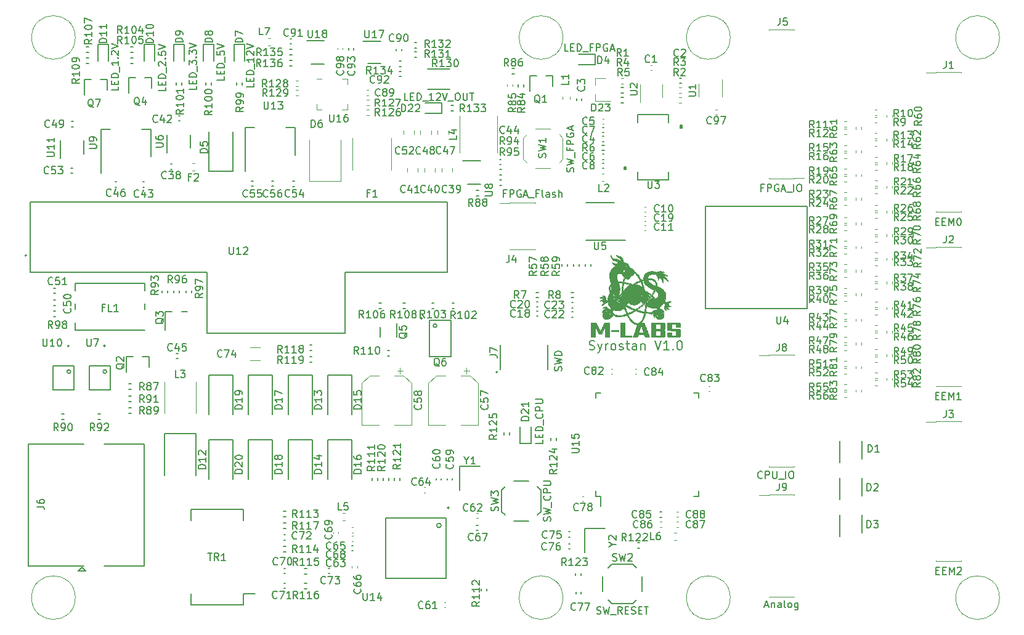
<source format=gbr>
%TF.GenerationSoftware,KiCad,Pcbnew,5.1.10-88a1d61d58~88~ubuntu20.04.1*%
%TF.CreationDate,2021-07-12T11:52:02+08:00*%
%TF.ProjectId,TestAutomation,54657374-4175-4746-9f6d-6174696f6e2e,rev?*%
%TF.SameCoordinates,Original*%
%TF.FileFunction,Legend,Top*%
%TF.FilePolarity,Positive*%
%FSLAX46Y46*%
G04 Gerber Fmt 4.6, Leading zero omitted, Abs format (unit mm)*
G04 Created by KiCad (PCBNEW 5.1.10-88a1d61d58~88~ubuntu20.04.1) date 2021-07-12 11:52:02*
%MOMM*%
%LPD*%
G01*
G04 APERTURE LIST*
%ADD10C,0.203200*%
%ADD11C,0.120000*%
%ADD12C,0.010000*%
%ADD13C,0.152400*%
%ADD14C,0.127000*%
%ADD15C,0.200000*%
%ADD16C,0.150000*%
G04 APERTURE END LIST*
D10*
X156640021Y-99894047D02*
X156821450Y-99954523D01*
X157123831Y-99954523D01*
X157244783Y-99894047D01*
X157305260Y-99833571D01*
X157365736Y-99712619D01*
X157365736Y-99591666D01*
X157305260Y-99470714D01*
X157244783Y-99410238D01*
X157123831Y-99349761D01*
X156881926Y-99289285D01*
X156760974Y-99228809D01*
X156700498Y-99168333D01*
X156640021Y-99047380D01*
X156640021Y-98926428D01*
X156700498Y-98805476D01*
X156760974Y-98745000D01*
X156881926Y-98684523D01*
X157184307Y-98684523D01*
X157365736Y-98745000D01*
X157789069Y-99107857D02*
X158091450Y-99954523D01*
X158393831Y-99107857D02*
X158091450Y-99954523D01*
X157970498Y-100256904D01*
X157910021Y-100317380D01*
X157789069Y-100377857D01*
X158877640Y-99954523D02*
X158877640Y-99107857D01*
X158877640Y-99349761D02*
X158938117Y-99228809D01*
X158998593Y-99168333D01*
X159119545Y-99107857D01*
X159240498Y-99107857D01*
X159845260Y-99954523D02*
X159724307Y-99894047D01*
X159663831Y-99833571D01*
X159603355Y-99712619D01*
X159603355Y-99349761D01*
X159663831Y-99228809D01*
X159724307Y-99168333D01*
X159845260Y-99107857D01*
X160026688Y-99107857D01*
X160147640Y-99168333D01*
X160208117Y-99228809D01*
X160268593Y-99349761D01*
X160268593Y-99712619D01*
X160208117Y-99833571D01*
X160147640Y-99894047D01*
X160026688Y-99954523D01*
X159845260Y-99954523D01*
X160752402Y-99894047D02*
X160873355Y-99954523D01*
X161115260Y-99954523D01*
X161236212Y-99894047D01*
X161296688Y-99773095D01*
X161296688Y-99712619D01*
X161236212Y-99591666D01*
X161115260Y-99531190D01*
X160933831Y-99531190D01*
X160812879Y-99470714D01*
X160752402Y-99349761D01*
X160752402Y-99289285D01*
X160812879Y-99168333D01*
X160933831Y-99107857D01*
X161115260Y-99107857D01*
X161236212Y-99168333D01*
X161659545Y-99107857D02*
X162143355Y-99107857D01*
X161840974Y-98684523D02*
X161840974Y-99773095D01*
X161901450Y-99894047D01*
X162022402Y-99954523D01*
X162143355Y-99954523D01*
X163110974Y-99954523D02*
X163110974Y-99289285D01*
X163050498Y-99168333D01*
X162929545Y-99107857D01*
X162687640Y-99107857D01*
X162566688Y-99168333D01*
X163110974Y-99894047D02*
X162990021Y-99954523D01*
X162687640Y-99954523D01*
X162566688Y-99894047D01*
X162506212Y-99773095D01*
X162506212Y-99652142D01*
X162566688Y-99531190D01*
X162687640Y-99470714D01*
X162990021Y-99470714D01*
X163110974Y-99410238D01*
X163715736Y-99107857D02*
X163715736Y-99954523D01*
X163715736Y-99228809D02*
X163776212Y-99168333D01*
X163897164Y-99107857D01*
X164078593Y-99107857D01*
X164199545Y-99168333D01*
X164260021Y-99289285D01*
X164260021Y-99954523D01*
X165650974Y-98684523D02*
X166074307Y-99954523D01*
X166497640Y-98684523D01*
X167586212Y-99954523D02*
X166860498Y-99954523D01*
X167223355Y-99954523D02*
X167223355Y-98684523D01*
X167102402Y-98865952D01*
X166981450Y-98986904D01*
X166860498Y-99047380D01*
X168130498Y-99833571D02*
X168190974Y-99894047D01*
X168130498Y-99954523D01*
X168070021Y-99894047D01*
X168130498Y-99833571D01*
X168130498Y-99954523D01*
X168977164Y-98684523D02*
X169098117Y-98684523D01*
X169219069Y-98745000D01*
X169279545Y-98805476D01*
X169340021Y-98926428D01*
X169400498Y-99168333D01*
X169400498Y-99470714D01*
X169340021Y-99712619D01*
X169279545Y-99833571D01*
X169219069Y-99894047D01*
X169098117Y-99954523D01*
X168977164Y-99954523D01*
X168856212Y-99894047D01*
X168795736Y-99833571D01*
X168735260Y-99712619D01*
X168674783Y-99470714D01*
X168674783Y-99168333D01*
X168735260Y-98926428D01*
X168795736Y-98805476D01*
X168856212Y-98745000D01*
X168977164Y-98684523D01*
D11*
%TO.C,M3*%
X153000000Y-57000000D02*
G75*
G03*
X153000000Y-57000000I-3000000J0D01*
G01*
X153000000Y-134000000D02*
G75*
G03*
X153000000Y-134000000I-3000000J0D01*
G01*
X176000000Y-57000000D02*
G75*
G03*
X176000000Y-57000000I-3000000J0D01*
G01*
X176000000Y-134000000D02*
G75*
G03*
X176000000Y-134000000I-3000000J0D01*
G01*
X213000000Y-57000000D02*
G75*
G03*
X213000000Y-57000000I-3000000J0D01*
G01*
X86000000Y-57000000D02*
G75*
G03*
X86000000Y-57000000I-3000000J0D01*
G01*
X86000000Y-134000000D02*
G75*
G03*
X86000000Y-134000000I-3000000J0D01*
G01*
X213000000Y-134000000D02*
G75*
G03*
X213000000Y-134000000I-3000000J0D01*
G01*
D12*
%TO.C,G\u002A\u002A\u002A*%
G36*
X157840377Y-96789864D02*
G01*
X157901979Y-96922409D01*
X157959274Y-97044826D01*
X158010690Y-97153818D01*
X158054653Y-97246088D01*
X158089589Y-97318339D01*
X158113927Y-97367276D01*
X158126092Y-97389600D01*
X158127067Y-97390638D01*
X158135958Y-97375901D01*
X158157723Y-97333817D01*
X158190758Y-97267659D01*
X158233462Y-97180697D01*
X158284229Y-97076201D01*
X158341458Y-96957442D01*
X158403544Y-96827691D01*
X158421515Y-96789975D01*
X158707496Y-96189200D01*
X159380404Y-96189200D01*
X159376036Y-97184034D01*
X159371667Y-98178867D01*
X159096500Y-98183520D01*
X158821334Y-98188172D01*
X158821334Y-97476553D01*
X158821042Y-97325027D01*
X158820208Y-97184537D01*
X158818895Y-97058577D01*
X158817164Y-96950643D01*
X158815079Y-96864230D01*
X158812702Y-96802832D01*
X158810094Y-96769944D01*
X158808634Y-96765268D01*
X158798521Y-96780064D01*
X158775807Y-96821854D01*
X158742320Y-96886996D01*
X158699892Y-96971848D01*
X158650354Y-97072767D01*
X158595536Y-97186110D01*
X158563953Y-97252101D01*
X158331973Y-97738600D01*
X158131658Y-97743325D01*
X157931344Y-97748049D01*
X157704475Y-97269191D01*
X157648119Y-97150652D01*
X157595980Y-97041771D01*
X157549925Y-96946382D01*
X157511819Y-96868321D01*
X157483528Y-96811422D01*
X157466917Y-96779521D01*
X157463670Y-96774247D01*
X157460715Y-96787108D01*
X157457974Y-96830449D01*
X157455514Y-96900886D01*
X157453403Y-96995031D01*
X157451708Y-97109500D01*
X157450497Y-97240906D01*
X157449837Y-97385863D01*
X157449733Y-97472747D01*
X157449734Y-98187334D01*
X156890933Y-98187334D01*
X156890933Y-96189200D01*
X157562154Y-96189200D01*
X157840377Y-96789864D01*
G37*
X157840377Y-96789864D02*
X157901979Y-96922409D01*
X157959274Y-97044826D01*
X158010690Y-97153818D01*
X158054653Y-97246088D01*
X158089589Y-97318339D01*
X158113927Y-97367276D01*
X158126092Y-97389600D01*
X158127067Y-97390638D01*
X158135958Y-97375901D01*
X158157723Y-97333817D01*
X158190758Y-97267659D01*
X158233462Y-97180697D01*
X158284229Y-97076201D01*
X158341458Y-96957442D01*
X158403544Y-96827691D01*
X158421515Y-96789975D01*
X158707496Y-96189200D01*
X159380404Y-96189200D01*
X159376036Y-97184034D01*
X159371667Y-98178867D01*
X159096500Y-98183520D01*
X158821334Y-98188172D01*
X158821334Y-97476553D01*
X158821042Y-97325027D01*
X158820208Y-97184537D01*
X158818895Y-97058577D01*
X158817164Y-96950643D01*
X158815079Y-96864230D01*
X158812702Y-96802832D01*
X158810094Y-96769944D01*
X158808634Y-96765268D01*
X158798521Y-96780064D01*
X158775807Y-96821854D01*
X158742320Y-96886996D01*
X158699892Y-96971848D01*
X158650354Y-97072767D01*
X158595536Y-97186110D01*
X158563953Y-97252101D01*
X158331973Y-97738600D01*
X158131658Y-97743325D01*
X157931344Y-97748049D01*
X157704475Y-97269191D01*
X157648119Y-97150652D01*
X157595980Y-97041771D01*
X157549925Y-96946382D01*
X157511819Y-96868321D01*
X157483528Y-96811422D01*
X157466917Y-96779521D01*
X157463670Y-96774247D01*
X157460715Y-96787108D01*
X157457974Y-96830449D01*
X157455514Y-96900886D01*
X157453403Y-96995031D01*
X157451708Y-97109500D01*
X157450497Y-97240906D01*
X157449837Y-97385863D01*
X157449733Y-97472747D01*
X157449734Y-98187334D01*
X156890933Y-98187334D01*
X156890933Y-96189200D01*
X157562154Y-96189200D01*
X157840377Y-96789864D01*
G36*
X161517818Y-97090900D02*
G01*
X161522200Y-97992600D01*
X161992976Y-97997103D01*
X162463751Y-98001606D01*
X162458642Y-98090236D01*
X162453534Y-98178867D01*
X160904134Y-98187675D01*
X160904134Y-96189200D01*
X161513437Y-96189200D01*
X161517818Y-97090900D01*
G37*
X161517818Y-97090900D02*
X161522200Y-97992600D01*
X161992976Y-97997103D01*
X162463751Y-98001606D01*
X162458642Y-98090236D01*
X162453534Y-98178867D01*
X160904134Y-98187675D01*
X160904134Y-96189200D01*
X161513437Y-96189200D01*
X161517818Y-97090900D01*
G36*
X164169339Y-96278100D02*
G01*
X164181546Y-96310380D01*
X164204595Y-96371100D01*
X164237267Y-96457054D01*
X164278341Y-96565036D01*
X164326599Y-96691841D01*
X164380819Y-96834263D01*
X164439783Y-96989097D01*
X164502270Y-97153135D01*
X164543089Y-97260268D01*
X164606019Y-97425716D01*
X164665179Y-97581828D01*
X164719487Y-97725716D01*
X164767864Y-97854489D01*
X164809230Y-97965255D01*
X164842503Y-98055125D01*
X164866604Y-98121208D01*
X164880452Y-98160615D01*
X164883467Y-98170825D01*
X164866728Y-98177582D01*
X164817142Y-98182058D01*
X164735654Y-98184213D01*
X164623208Y-98184008D01*
X164584296Y-98183491D01*
X164285125Y-98178867D01*
X164218818Y-97979900D01*
X164152511Y-97780934D01*
X163345356Y-97780934D01*
X163279049Y-97979900D01*
X163212742Y-98178867D01*
X162912304Y-98183496D01*
X162804824Y-98184952D01*
X162726762Y-98185252D01*
X162673679Y-98184006D01*
X162641135Y-98180827D01*
X162624690Y-98175328D01*
X162619905Y-98167120D01*
X162621568Y-98158096D01*
X162629342Y-98136753D01*
X162647969Y-98086896D01*
X162676264Y-98011667D01*
X162713040Y-97914205D01*
X162757110Y-97797652D01*
X162807288Y-97665148D01*
X162838708Y-97582279D01*
X163410267Y-97582279D01*
X163426356Y-97586038D01*
X163471251Y-97589338D01*
X163539890Y-97591995D01*
X163627213Y-97593824D01*
X163728159Y-97594641D01*
X163750075Y-97594667D01*
X164089882Y-97594667D01*
X164078972Y-97556567D01*
X164064912Y-97510199D01*
X164043135Y-97441781D01*
X164015231Y-97356031D01*
X163982793Y-97257664D01*
X163947412Y-97151397D01*
X163910681Y-97041947D01*
X163874191Y-96934030D01*
X163839534Y-96832363D01*
X163808302Y-96741662D01*
X163782085Y-96666645D01*
X163762477Y-96612027D01*
X163751069Y-96582525D01*
X163748945Y-96578667D01*
X163742020Y-96593970D01*
X163726107Y-96636743D01*
X163702792Y-96702286D01*
X163673661Y-96785895D01*
X163640302Y-96882868D01*
X163604302Y-96988503D01*
X163567247Y-97098098D01*
X163530724Y-97206951D01*
X163496319Y-97310359D01*
X163465621Y-97403620D01*
X163440215Y-97482032D01*
X163421688Y-97540893D01*
X163411627Y-97575501D01*
X163410267Y-97582279D01*
X162838708Y-97582279D01*
X162862386Y-97519833D01*
X162921219Y-97364848D01*
X162933564Y-97332348D01*
X163235859Y-96536628D01*
X163293430Y-96521911D01*
X163468731Y-96465761D01*
X163623844Y-96392918D01*
X163754349Y-96305748D01*
X163832319Y-96233585D01*
X163856339Y-96210901D01*
X163882610Y-96197591D01*
X163920662Y-96191200D01*
X163980025Y-96189274D01*
X164004669Y-96189200D01*
X164135967Y-96189200D01*
X164169339Y-96278100D01*
G37*
X164169339Y-96278100D02*
X164181546Y-96310380D01*
X164204595Y-96371100D01*
X164237267Y-96457054D01*
X164278341Y-96565036D01*
X164326599Y-96691841D01*
X164380819Y-96834263D01*
X164439783Y-96989097D01*
X164502270Y-97153135D01*
X164543089Y-97260268D01*
X164606019Y-97425716D01*
X164665179Y-97581828D01*
X164719487Y-97725716D01*
X164767864Y-97854489D01*
X164809230Y-97965255D01*
X164842503Y-98055125D01*
X164866604Y-98121208D01*
X164880452Y-98160615D01*
X164883467Y-98170825D01*
X164866728Y-98177582D01*
X164817142Y-98182058D01*
X164735654Y-98184213D01*
X164623208Y-98184008D01*
X164584296Y-98183491D01*
X164285125Y-98178867D01*
X164218818Y-97979900D01*
X164152511Y-97780934D01*
X163345356Y-97780934D01*
X163279049Y-97979900D01*
X163212742Y-98178867D01*
X162912304Y-98183496D01*
X162804824Y-98184952D01*
X162726762Y-98185252D01*
X162673679Y-98184006D01*
X162641135Y-98180827D01*
X162624690Y-98175328D01*
X162619905Y-98167120D01*
X162621568Y-98158096D01*
X162629342Y-98136753D01*
X162647969Y-98086896D01*
X162676264Y-98011667D01*
X162713040Y-97914205D01*
X162757110Y-97797652D01*
X162807288Y-97665148D01*
X162838708Y-97582279D01*
X163410267Y-97582279D01*
X163426356Y-97586038D01*
X163471251Y-97589338D01*
X163539890Y-97591995D01*
X163627213Y-97593824D01*
X163728159Y-97594641D01*
X163750075Y-97594667D01*
X164089882Y-97594667D01*
X164078972Y-97556567D01*
X164064912Y-97510199D01*
X164043135Y-97441781D01*
X164015231Y-97356031D01*
X163982793Y-97257664D01*
X163947412Y-97151397D01*
X163910681Y-97041947D01*
X163874191Y-96934030D01*
X163839534Y-96832363D01*
X163808302Y-96741662D01*
X163782085Y-96666645D01*
X163762477Y-96612027D01*
X163751069Y-96582525D01*
X163748945Y-96578667D01*
X163742020Y-96593970D01*
X163726107Y-96636743D01*
X163702792Y-96702286D01*
X163673661Y-96785895D01*
X163640302Y-96882868D01*
X163604302Y-96988503D01*
X163567247Y-97098098D01*
X163530724Y-97206951D01*
X163496319Y-97310359D01*
X163465621Y-97403620D01*
X163440215Y-97482032D01*
X163421688Y-97540893D01*
X163411627Y-97575501D01*
X163410267Y-97582279D01*
X162838708Y-97582279D01*
X162862386Y-97519833D01*
X162921219Y-97364848D01*
X162933564Y-97332348D01*
X163235859Y-96536628D01*
X163293430Y-96521911D01*
X163468731Y-96465761D01*
X163623844Y-96392918D01*
X163754349Y-96305748D01*
X163832319Y-96233585D01*
X163856339Y-96210901D01*
X163882610Y-96197591D01*
X163920662Y-96191200D01*
X163980025Y-96189274D01*
X164004669Y-96189200D01*
X164135967Y-96189200D01*
X164169339Y-96278100D01*
G36*
X165988367Y-96189450D02*
G01*
X166185787Y-96189527D01*
X166352214Y-96189813D01*
X166490519Y-96190572D01*
X166603575Y-96192073D01*
X166694256Y-96194581D01*
X166765432Y-96198363D01*
X166819978Y-96203687D01*
X166860766Y-96210818D01*
X166890668Y-96220023D01*
X166912557Y-96231570D01*
X166929306Y-96245724D01*
X166943787Y-96262752D01*
X166956168Y-96279294D01*
X166968311Y-96297821D01*
X166977454Y-96319556D01*
X166984114Y-96349498D01*
X166988809Y-96392646D01*
X166992057Y-96453997D01*
X166994377Y-96538550D01*
X166996286Y-96651303D01*
X166996538Y-96668760D01*
X166997633Y-96802690D01*
X166995990Y-96907190D01*
X166990640Y-96986649D01*
X166980613Y-97045456D01*
X166964941Y-97088003D01*
X166942653Y-97118679D01*
X166912781Y-97141873D01*
X166889192Y-97154840D01*
X166837517Y-97180680D01*
X166889192Y-97205640D01*
X166924690Y-97226425D01*
X166951839Y-97253092D01*
X166971716Y-97290114D01*
X166985398Y-97341967D01*
X166993963Y-97413126D01*
X166998489Y-97508065D01*
X167000053Y-97631261D01*
X167000107Y-97666291D01*
X166999520Y-97786475D01*
X166997483Y-97878087D01*
X166993623Y-97946403D01*
X166987563Y-97996702D01*
X166978928Y-98034259D01*
X166972635Y-98052175D01*
X166961768Y-98079378D01*
X166950875Y-98102375D01*
X166937189Y-98121535D01*
X166917944Y-98137227D01*
X166890374Y-98149822D01*
X166851712Y-98159688D01*
X166799193Y-98167196D01*
X166730051Y-98172715D01*
X166641518Y-98176615D01*
X166530830Y-98179266D01*
X166395219Y-98181036D01*
X166231919Y-98182296D01*
X166038165Y-98183415D01*
X165988367Y-98183695D01*
X165137467Y-98188524D01*
X165137467Y-97272934D01*
X165764000Y-97272934D01*
X165764000Y-98004418D01*
X166061709Y-97998509D01*
X166169717Y-97996081D01*
X166248881Y-97993318D01*
X166304225Y-97989617D01*
X166340772Y-97984371D01*
X166363542Y-97976974D01*
X166377560Y-97966823D01*
X166383442Y-97959730D01*
X166393586Y-97928827D01*
X166401281Y-97871816D01*
X166406552Y-97795547D01*
X166409428Y-97706868D01*
X166409935Y-97612629D01*
X166408099Y-97519678D01*
X166403948Y-97434864D01*
X166397509Y-97365037D01*
X166388807Y-97317044D01*
X166380857Y-97299543D01*
X166365853Y-97289639D01*
X166340406Y-97282458D01*
X166299670Y-97277599D01*
X166238798Y-97274661D01*
X166152942Y-97273243D01*
X166059124Y-97272934D01*
X165764000Y-97272934D01*
X165137467Y-97272934D01*
X165137467Y-96375467D01*
X165764000Y-96375467D01*
X165764000Y-97086667D01*
X166059124Y-97086667D01*
X166169425Y-97086207D01*
X166250715Y-97084560D01*
X166307841Y-97081325D01*
X166345651Y-97076102D01*
X166368992Y-97068488D01*
X166380857Y-97060057D01*
X166390743Y-97045084D01*
X166397917Y-97019689D01*
X166402776Y-96979035D01*
X166405721Y-96918285D01*
X166407148Y-96832601D01*
X166407467Y-96737211D01*
X166406468Y-96630707D01*
X166403659Y-96539050D01*
X166399323Y-96467527D01*
X166393739Y-96421425D01*
X166389938Y-96408220D01*
X166381562Y-96396518D01*
X166367587Y-96387983D01*
X166343145Y-96382120D01*
X166303366Y-96378433D01*
X166243383Y-96376426D01*
X166158327Y-96375604D01*
X166068204Y-96375467D01*
X165764000Y-96375467D01*
X165137467Y-96375467D01*
X165137467Y-96189200D01*
X165988367Y-96189450D01*
G37*
X165988367Y-96189450D02*
X166185787Y-96189527D01*
X166352214Y-96189813D01*
X166490519Y-96190572D01*
X166603575Y-96192073D01*
X166694256Y-96194581D01*
X166765432Y-96198363D01*
X166819978Y-96203687D01*
X166860766Y-96210818D01*
X166890668Y-96220023D01*
X166912557Y-96231570D01*
X166929306Y-96245724D01*
X166943787Y-96262752D01*
X166956168Y-96279294D01*
X166968311Y-96297821D01*
X166977454Y-96319556D01*
X166984114Y-96349498D01*
X166988809Y-96392646D01*
X166992057Y-96453997D01*
X166994377Y-96538550D01*
X166996286Y-96651303D01*
X166996538Y-96668760D01*
X166997633Y-96802690D01*
X166995990Y-96907190D01*
X166990640Y-96986649D01*
X166980613Y-97045456D01*
X166964941Y-97088003D01*
X166942653Y-97118679D01*
X166912781Y-97141873D01*
X166889192Y-97154840D01*
X166837517Y-97180680D01*
X166889192Y-97205640D01*
X166924690Y-97226425D01*
X166951839Y-97253092D01*
X166971716Y-97290114D01*
X166985398Y-97341967D01*
X166993963Y-97413126D01*
X166998489Y-97508065D01*
X167000053Y-97631261D01*
X167000107Y-97666291D01*
X166999520Y-97786475D01*
X166997483Y-97878087D01*
X166993623Y-97946403D01*
X166987563Y-97996702D01*
X166978928Y-98034259D01*
X166972635Y-98052175D01*
X166961768Y-98079378D01*
X166950875Y-98102375D01*
X166937189Y-98121535D01*
X166917944Y-98137227D01*
X166890374Y-98149822D01*
X166851712Y-98159688D01*
X166799193Y-98167196D01*
X166730051Y-98172715D01*
X166641518Y-98176615D01*
X166530830Y-98179266D01*
X166395219Y-98181036D01*
X166231919Y-98182296D01*
X166038165Y-98183415D01*
X165988367Y-98183695D01*
X165137467Y-98188524D01*
X165137467Y-97272934D01*
X165764000Y-97272934D01*
X165764000Y-98004418D01*
X166061709Y-97998509D01*
X166169717Y-97996081D01*
X166248881Y-97993318D01*
X166304225Y-97989617D01*
X166340772Y-97984371D01*
X166363542Y-97976974D01*
X166377560Y-97966823D01*
X166383442Y-97959730D01*
X166393586Y-97928827D01*
X166401281Y-97871816D01*
X166406552Y-97795547D01*
X166409428Y-97706868D01*
X166409935Y-97612629D01*
X166408099Y-97519678D01*
X166403948Y-97434864D01*
X166397509Y-97365037D01*
X166388807Y-97317044D01*
X166380857Y-97299543D01*
X166365853Y-97289639D01*
X166340406Y-97282458D01*
X166299670Y-97277599D01*
X166238798Y-97274661D01*
X166152942Y-97273243D01*
X166059124Y-97272934D01*
X165764000Y-97272934D01*
X165137467Y-97272934D01*
X165137467Y-96375467D01*
X165764000Y-96375467D01*
X165764000Y-97086667D01*
X166059124Y-97086667D01*
X166169425Y-97086207D01*
X166250715Y-97084560D01*
X166307841Y-97081325D01*
X166345651Y-97076102D01*
X166368992Y-97068488D01*
X166380857Y-97060057D01*
X166390743Y-97045084D01*
X166397917Y-97019689D01*
X166402776Y-96979035D01*
X166405721Y-96918285D01*
X166407148Y-96832601D01*
X166407467Y-96737211D01*
X166406468Y-96630707D01*
X166403659Y-96539050D01*
X166399323Y-96467527D01*
X166393739Y-96421425D01*
X166389938Y-96408220D01*
X166381562Y-96396518D01*
X166367587Y-96387983D01*
X166343145Y-96382120D01*
X166303366Y-96378433D01*
X166243383Y-96376426D01*
X166158327Y-96375604D01*
X166068204Y-96375467D01*
X165764000Y-96375467D01*
X165137467Y-96375467D01*
X165137467Y-96189200D01*
X165988367Y-96189450D01*
G36*
X168417451Y-96189299D02*
G01*
X168567096Y-96189672D01*
X168689090Y-96190432D01*
X168786540Y-96191691D01*
X168862554Y-96193561D01*
X168920239Y-96196156D01*
X168962702Y-96199589D01*
X168993051Y-96203971D01*
X169014394Y-96209416D01*
X169029837Y-96216037D01*
X169033481Y-96218089D01*
X169070444Y-96245114D01*
X169097354Y-96279580D01*
X169115672Y-96326857D01*
X169126864Y-96392315D01*
X169132391Y-96481321D01*
X169133734Y-96585841D01*
X169133734Y-96816497D01*
X168824700Y-96811882D01*
X168515667Y-96807267D01*
X168507200Y-96595600D01*
X168498734Y-96383934D01*
X168244855Y-96379224D01*
X168145569Y-96377787D01*
X168074734Y-96378072D01*
X168026956Y-96380557D01*
X167996841Y-96385722D01*
X167978997Y-96394044D01*
X167969688Y-96403627D01*
X167962473Y-96430202D01*
X167956662Y-96483722D01*
X167952305Y-96557295D01*
X167949452Y-96644026D01*
X167948154Y-96737022D01*
X167948460Y-96829389D01*
X167950422Y-96914234D01*
X167954089Y-96984662D01*
X167959512Y-97033781D01*
X167964952Y-97052800D01*
X167974030Y-97060134D01*
X167993355Y-97066163D01*
X168026320Y-97071098D01*
X168076318Y-97075151D01*
X168146742Y-97078533D01*
X168240985Y-97081456D01*
X168362440Y-97084131D01*
X168507979Y-97086667D01*
X169034973Y-97095134D01*
X169083154Y-97149092D01*
X169104971Y-97176764D01*
X169121779Y-97207875D01*
X169134112Y-97246877D01*
X169142502Y-97298223D01*
X169147483Y-97366364D01*
X169149587Y-97455753D01*
X169149347Y-97570841D01*
X169147753Y-97688814D01*
X169146660Y-97798069D01*
X169145441Y-97889808D01*
X169141369Y-97965567D01*
X169131715Y-98026884D01*
X169113750Y-98075294D01*
X169084745Y-98112336D01*
X169041972Y-98139545D01*
X168982704Y-98158460D01*
X168904210Y-98170616D01*
X168803763Y-98177551D01*
X168678634Y-98180801D01*
X168526094Y-98181903D01*
X168343416Y-98182395D01*
X168270905Y-98182712D01*
X168089353Y-98183507D01*
X167938560Y-98183723D01*
X167815424Y-98183278D01*
X167716841Y-98182090D01*
X167639707Y-98180075D01*
X167580920Y-98177153D01*
X167537376Y-98173241D01*
X167505972Y-98168255D01*
X167483604Y-98162115D01*
X167482734Y-98161800D01*
X167440044Y-98146536D01*
X167413459Y-98137670D01*
X167409939Y-98136788D01*
X167400642Y-98122727D01*
X167382800Y-98087334D01*
X167372211Y-98064567D01*
X167357803Y-98026537D01*
X167348167Y-97982664D01*
X167342431Y-97925365D01*
X167339726Y-97847057D01*
X167339172Y-97776700D01*
X167338800Y-97560800D01*
X167965334Y-97560800D01*
X167965334Y-97764532D01*
X167965885Y-97851882D01*
X167968072Y-97911205D01*
X167972696Y-97948331D01*
X167980556Y-97969089D01*
X167992453Y-97979310D01*
X167994967Y-97980432D01*
X168022504Y-97985022D01*
X168076440Y-97988821D01*
X168149308Y-97991463D01*
X168233643Y-97992585D01*
X168244734Y-97992600D01*
X168329986Y-97991696D01*
X168404714Y-97989226D01*
X168461453Y-97985553D01*
X168492736Y-97981043D01*
X168494500Y-97980432D01*
X168504793Y-97973446D01*
X168512404Y-97959119D01*
X168517730Y-97932899D01*
X168521168Y-97890236D01*
X168523116Y-97826578D01*
X168523970Y-97737376D01*
X168524134Y-97640918D01*
X168523345Y-97512909D01*
X168520888Y-97416372D01*
X168516625Y-97348945D01*
X168510417Y-97308268D01*
X168503813Y-97293254D01*
X168486579Y-97286675D01*
X168447880Y-97281505D01*
X168385275Y-97277638D01*
X168296324Y-97274974D01*
X168178584Y-97273410D01*
X168029616Y-97272844D01*
X168016980Y-97272839D01*
X167891367Y-97272213D01*
X167774077Y-97270495D01*
X167670208Y-97267849D01*
X167584859Y-97264438D01*
X167523128Y-97260427D01*
X167490112Y-97255978D01*
X167489943Y-97255931D01*
X167436052Y-97231769D01*
X167389489Y-97196631D01*
X167388343Y-97195429D01*
X167375420Y-97180905D01*
X167365481Y-97165360D01*
X167358067Y-97144354D01*
X167352722Y-97113451D01*
X167348988Y-97068210D01*
X167346407Y-97004194D01*
X167344522Y-96916964D01*
X167342876Y-96802081D01*
X167342183Y-96747473D01*
X167340837Y-96615690D01*
X167340659Y-96513373D01*
X167341855Y-96436135D01*
X167344631Y-96379590D01*
X167349194Y-96339350D01*
X167355751Y-96311027D01*
X167363637Y-96291890D01*
X167376221Y-96268398D01*
X167389539Y-96248793D01*
X167406582Y-96232724D01*
X167430340Y-96219839D01*
X167463803Y-96209787D01*
X167509963Y-96202216D01*
X167571810Y-96196774D01*
X167652334Y-96193110D01*
X167754526Y-96190873D01*
X167881377Y-96189709D01*
X168035876Y-96189269D01*
X168221016Y-96189200D01*
X168237047Y-96189200D01*
X168417451Y-96189299D01*
G37*
X168417451Y-96189299D02*
X168567096Y-96189672D01*
X168689090Y-96190432D01*
X168786540Y-96191691D01*
X168862554Y-96193561D01*
X168920239Y-96196156D01*
X168962702Y-96199589D01*
X168993051Y-96203971D01*
X169014394Y-96209416D01*
X169029837Y-96216037D01*
X169033481Y-96218089D01*
X169070444Y-96245114D01*
X169097354Y-96279580D01*
X169115672Y-96326857D01*
X169126864Y-96392315D01*
X169132391Y-96481321D01*
X169133734Y-96585841D01*
X169133734Y-96816497D01*
X168824700Y-96811882D01*
X168515667Y-96807267D01*
X168507200Y-96595600D01*
X168498734Y-96383934D01*
X168244855Y-96379224D01*
X168145569Y-96377787D01*
X168074734Y-96378072D01*
X168026956Y-96380557D01*
X167996841Y-96385722D01*
X167978997Y-96394044D01*
X167969688Y-96403627D01*
X167962473Y-96430202D01*
X167956662Y-96483722D01*
X167952305Y-96557295D01*
X167949452Y-96644026D01*
X167948154Y-96737022D01*
X167948460Y-96829389D01*
X167950422Y-96914234D01*
X167954089Y-96984662D01*
X167959512Y-97033781D01*
X167964952Y-97052800D01*
X167974030Y-97060134D01*
X167993355Y-97066163D01*
X168026320Y-97071098D01*
X168076318Y-97075151D01*
X168146742Y-97078533D01*
X168240985Y-97081456D01*
X168362440Y-97084131D01*
X168507979Y-97086667D01*
X169034973Y-97095134D01*
X169083154Y-97149092D01*
X169104971Y-97176764D01*
X169121779Y-97207875D01*
X169134112Y-97246877D01*
X169142502Y-97298223D01*
X169147483Y-97366364D01*
X169149587Y-97455753D01*
X169149347Y-97570841D01*
X169147753Y-97688814D01*
X169146660Y-97798069D01*
X169145441Y-97889808D01*
X169141369Y-97965567D01*
X169131715Y-98026884D01*
X169113750Y-98075294D01*
X169084745Y-98112336D01*
X169041972Y-98139545D01*
X168982704Y-98158460D01*
X168904210Y-98170616D01*
X168803763Y-98177551D01*
X168678634Y-98180801D01*
X168526094Y-98181903D01*
X168343416Y-98182395D01*
X168270905Y-98182712D01*
X168089353Y-98183507D01*
X167938560Y-98183723D01*
X167815424Y-98183278D01*
X167716841Y-98182090D01*
X167639707Y-98180075D01*
X167580920Y-98177153D01*
X167537376Y-98173241D01*
X167505972Y-98168255D01*
X167483604Y-98162115D01*
X167482734Y-98161800D01*
X167440044Y-98146536D01*
X167413459Y-98137670D01*
X167409939Y-98136788D01*
X167400642Y-98122727D01*
X167382800Y-98087334D01*
X167372211Y-98064567D01*
X167357803Y-98026537D01*
X167348167Y-97982664D01*
X167342431Y-97925365D01*
X167339726Y-97847057D01*
X167339172Y-97776700D01*
X167338800Y-97560800D01*
X167965334Y-97560800D01*
X167965334Y-97764532D01*
X167965885Y-97851882D01*
X167968072Y-97911205D01*
X167972696Y-97948331D01*
X167980556Y-97969089D01*
X167992453Y-97979310D01*
X167994967Y-97980432D01*
X168022504Y-97985022D01*
X168076440Y-97988821D01*
X168149308Y-97991463D01*
X168233643Y-97992585D01*
X168244734Y-97992600D01*
X168329986Y-97991696D01*
X168404714Y-97989226D01*
X168461453Y-97985553D01*
X168492736Y-97981043D01*
X168494500Y-97980432D01*
X168504793Y-97973446D01*
X168512404Y-97959119D01*
X168517730Y-97932899D01*
X168521168Y-97890236D01*
X168523116Y-97826578D01*
X168523970Y-97737376D01*
X168524134Y-97640918D01*
X168523345Y-97512909D01*
X168520888Y-97416372D01*
X168516625Y-97348945D01*
X168510417Y-97308268D01*
X168503813Y-97293254D01*
X168486579Y-97286675D01*
X168447880Y-97281505D01*
X168385275Y-97277638D01*
X168296324Y-97274974D01*
X168178584Y-97273410D01*
X168029616Y-97272844D01*
X168016980Y-97272839D01*
X167891367Y-97272213D01*
X167774077Y-97270495D01*
X167670208Y-97267849D01*
X167584859Y-97264438D01*
X167523128Y-97260427D01*
X167490112Y-97255978D01*
X167489943Y-97255931D01*
X167436052Y-97231769D01*
X167389489Y-97196631D01*
X167388343Y-97195429D01*
X167375420Y-97180905D01*
X167365481Y-97165360D01*
X167358067Y-97144354D01*
X167352722Y-97113451D01*
X167348988Y-97068210D01*
X167346407Y-97004194D01*
X167344522Y-96916964D01*
X167342876Y-96802081D01*
X167342183Y-96747473D01*
X167340837Y-96615690D01*
X167340659Y-96513373D01*
X167341855Y-96436135D01*
X167344631Y-96379590D01*
X167349194Y-96339350D01*
X167355751Y-96311027D01*
X167363637Y-96291890D01*
X167376221Y-96268398D01*
X167389539Y-96248793D01*
X167406582Y-96232724D01*
X167430340Y-96219839D01*
X167463803Y-96209787D01*
X167509963Y-96202216D01*
X167571810Y-96196774D01*
X167652334Y-96193110D01*
X167754526Y-96190873D01*
X167881377Y-96189709D01*
X168035876Y-96189269D01*
X168221016Y-96189200D01*
X168237047Y-96189200D01*
X168417451Y-96189299D01*
G36*
X160650134Y-97408400D02*
G01*
X159617200Y-97408400D01*
X159617200Y-97222134D01*
X160650134Y-97222134D01*
X160650134Y-97408400D01*
G37*
X160650134Y-97408400D02*
X159617200Y-97408400D01*
X159617200Y-97222134D01*
X160650134Y-97222134D01*
X160650134Y-97408400D01*
G36*
X164241986Y-94949537D02*
G01*
X164287794Y-94953787D01*
X164316596Y-94958614D01*
X164320602Y-94960291D01*
X164320682Y-94980476D01*
X164311833Y-95026775D01*
X164295771Y-95093150D01*
X164274211Y-95173564D01*
X164248870Y-95261982D01*
X164221463Y-95352366D01*
X164193706Y-95438679D01*
X164167314Y-95514884D01*
X164150170Y-95559982D01*
X164067486Y-95746483D01*
X163979151Y-95905784D01*
X163881038Y-96044517D01*
X163774333Y-96163990D01*
X163651391Y-96274994D01*
X163531128Y-96355694D01*
X163407974Y-96408629D01*
X163276357Y-96436343D01*
X163164733Y-96442089D01*
X163086502Y-96437007D01*
X163005429Y-96424570D01*
X162952588Y-96411417D01*
X162785972Y-96341181D01*
X162621389Y-96238360D01*
X162460101Y-96104223D01*
X162303371Y-95940044D01*
X162152460Y-95747094D01*
X162008631Y-95526645D01*
X161921012Y-95371960D01*
X161832321Y-95206653D01*
X161892617Y-95181460D01*
X161935604Y-95165104D01*
X161965444Y-95156605D01*
X161968859Y-95156267D01*
X161983726Y-95170128D01*
X162009534Y-95207074D01*
X162041582Y-95260153D01*
X162053740Y-95281869D01*
X162187393Y-95504803D01*
X162333176Y-95710204D01*
X162485987Y-95891084D01*
X162538189Y-95945307D01*
X162615819Y-96021175D01*
X162679173Y-96077689D01*
X162736244Y-96121008D01*
X162795031Y-96157292D01*
X162852123Y-96187103D01*
X162980184Y-96241991D01*
X163095399Y-96272048D01*
X163206070Y-96278896D01*
X163282756Y-96271156D01*
X163412273Y-96233458D01*
X163536292Y-96163273D01*
X163654074Y-96061642D01*
X163764880Y-95929609D01*
X163867973Y-95768217D01*
X163962613Y-95578508D01*
X164048062Y-95361525D01*
X164123581Y-95118310D01*
X164138336Y-95063134D01*
X164169186Y-94944600D01*
X164241986Y-94949537D01*
G37*
X164241986Y-94949537D02*
X164287794Y-94953787D01*
X164316596Y-94958614D01*
X164320602Y-94960291D01*
X164320682Y-94980476D01*
X164311833Y-95026775D01*
X164295771Y-95093150D01*
X164274211Y-95173564D01*
X164248870Y-95261982D01*
X164221463Y-95352366D01*
X164193706Y-95438679D01*
X164167314Y-95514884D01*
X164150170Y-95559982D01*
X164067486Y-95746483D01*
X163979151Y-95905784D01*
X163881038Y-96044517D01*
X163774333Y-96163990D01*
X163651391Y-96274994D01*
X163531128Y-96355694D01*
X163407974Y-96408629D01*
X163276357Y-96436343D01*
X163164733Y-96442089D01*
X163086502Y-96437007D01*
X163005429Y-96424570D01*
X162952588Y-96411417D01*
X162785972Y-96341181D01*
X162621389Y-96238360D01*
X162460101Y-96104223D01*
X162303371Y-95940044D01*
X162152460Y-95747094D01*
X162008631Y-95526645D01*
X161921012Y-95371960D01*
X161832321Y-95206653D01*
X161892617Y-95181460D01*
X161935604Y-95165104D01*
X161965444Y-95156605D01*
X161968859Y-95156267D01*
X161983726Y-95170128D01*
X162009534Y-95207074D01*
X162041582Y-95260153D01*
X162053740Y-95281869D01*
X162187393Y-95504803D01*
X162333176Y-95710204D01*
X162485987Y-95891084D01*
X162538189Y-95945307D01*
X162615819Y-96021175D01*
X162679173Y-96077689D01*
X162736244Y-96121008D01*
X162795031Y-96157292D01*
X162852123Y-96187103D01*
X162980184Y-96241991D01*
X163095399Y-96272048D01*
X163206070Y-96278896D01*
X163282756Y-96271156D01*
X163412273Y-96233458D01*
X163536292Y-96163273D01*
X163654074Y-96061642D01*
X163764880Y-95929609D01*
X163867973Y-95768217D01*
X163962613Y-95578508D01*
X164048062Y-95361525D01*
X164123581Y-95118310D01*
X164138336Y-95063134D01*
X164169186Y-94944600D01*
X164241986Y-94949537D01*
G36*
X158852955Y-94617210D02*
G01*
X158854541Y-94629763D01*
X158839571Y-94658245D01*
X158812046Y-94700287D01*
X158756511Y-94800320D01*
X158727710Y-94900716D01*
X158722388Y-95013920D01*
X158723761Y-95037869D01*
X158732867Y-95105713D01*
X158748763Y-95169641D01*
X158768543Y-95221337D01*
X158789302Y-95252489D01*
X158800631Y-95257867D01*
X158814874Y-95244198D01*
X158837880Y-95209226D01*
X158853507Y-95181368D01*
X158911075Y-95097070D01*
X158985061Y-95024396D01*
X159068321Y-94968023D01*
X159153710Y-94932623D01*
X159234084Y-94922874D01*
X159246684Y-94924096D01*
X159338641Y-94952816D01*
X159421315Y-95010440D01*
X159483079Y-95084916D01*
X159528513Y-95182058D01*
X159545064Y-95287598D01*
X159533582Y-95407288D01*
X159531910Y-95415580D01*
X159513901Y-95483740D01*
X159488680Y-95533469D01*
X159448115Y-95580186D01*
X159441885Y-95586269D01*
X159342357Y-95660497D01*
X159224692Y-95712784D01*
X159097874Y-95740851D01*
X158970890Y-95742418D01*
X158887870Y-95726855D01*
X158756435Y-95673471D01*
X158644670Y-95593044D01*
X158551532Y-95484699D01*
X158503883Y-95405408D01*
X158481419Y-95358852D01*
X158467563Y-95316272D01*
X158460299Y-95266869D01*
X158457609Y-95199844D01*
X158457348Y-95156267D01*
X158458665Y-95073982D01*
X158464024Y-95014143D01*
X158475386Y-94965390D01*
X158494716Y-94916367D01*
X158501246Y-94902267D01*
X158553971Y-94812715D01*
X158620076Y-94733840D01*
X158693374Y-94670955D01*
X158767676Y-94629371D01*
X158836578Y-94614400D01*
X158852955Y-94617210D01*
G37*
X158852955Y-94617210D02*
X158854541Y-94629763D01*
X158839571Y-94658245D01*
X158812046Y-94700287D01*
X158756511Y-94800320D01*
X158727710Y-94900716D01*
X158722388Y-95013920D01*
X158723761Y-95037869D01*
X158732867Y-95105713D01*
X158748763Y-95169641D01*
X158768543Y-95221337D01*
X158789302Y-95252489D01*
X158800631Y-95257867D01*
X158814874Y-95244198D01*
X158837880Y-95209226D01*
X158853507Y-95181368D01*
X158911075Y-95097070D01*
X158985061Y-95024396D01*
X159068321Y-94968023D01*
X159153710Y-94932623D01*
X159234084Y-94922874D01*
X159246684Y-94924096D01*
X159338641Y-94952816D01*
X159421315Y-95010440D01*
X159483079Y-95084916D01*
X159528513Y-95182058D01*
X159545064Y-95287598D01*
X159533582Y-95407288D01*
X159531910Y-95415580D01*
X159513901Y-95483740D01*
X159488680Y-95533469D01*
X159448115Y-95580186D01*
X159441885Y-95586269D01*
X159342357Y-95660497D01*
X159224692Y-95712784D01*
X159097874Y-95740851D01*
X158970890Y-95742418D01*
X158887870Y-95726855D01*
X158756435Y-95673471D01*
X158644670Y-95593044D01*
X158551532Y-95484699D01*
X158503883Y-95405408D01*
X158481419Y-95358852D01*
X158467563Y-95316272D01*
X158460299Y-95266869D01*
X158457609Y-95199844D01*
X158457348Y-95156267D01*
X158458665Y-95073982D01*
X158464024Y-95014143D01*
X158475386Y-94965390D01*
X158494716Y-94916367D01*
X158501246Y-94902267D01*
X158553971Y-94812715D01*
X158620076Y-94733840D01*
X158693374Y-94670955D01*
X158767676Y-94629371D01*
X158836578Y-94614400D01*
X158852955Y-94617210D01*
G36*
X166578967Y-94782836D02*
G01*
X166679206Y-94829844D01*
X166764769Y-94906179D01*
X166810809Y-94970108D01*
X166839078Y-95018972D01*
X166855332Y-95057769D01*
X166862218Y-95098694D01*
X166862381Y-95153943D01*
X166860374Y-95198600D01*
X166842937Y-95326006D01*
X166802071Y-95434835D01*
X166733712Y-95534292D01*
X166692568Y-95578776D01*
X166591072Y-95661362D01*
X166477991Y-95714675D01*
X166348187Y-95740862D01*
X166297400Y-95744031D01*
X166213992Y-95743090D01*
X166139056Y-95735851D01*
X166092444Y-95725732D01*
X166008697Y-95688061D01*
X165921466Y-95631781D01*
X165845421Y-95566875D01*
X165822509Y-95542028D01*
X165760253Y-95450232D01*
X165715302Y-95346590D01*
X165689466Y-95239326D01*
X165684555Y-95136665D01*
X165702378Y-95046833D01*
X165709689Y-95029267D01*
X165741300Y-94961534D01*
X165770129Y-95047978D01*
X165810477Y-95144152D01*
X165862346Y-95231366D01*
X165919403Y-95299803D01*
X165948362Y-95324244D01*
X165987888Y-95348195D01*
X166040949Y-95375050D01*
X166098909Y-95401144D01*
X166153129Y-95422809D01*
X166194974Y-95436378D01*
X166215807Y-95438187D01*
X166216127Y-95437918D01*
X166214689Y-95419348D01*
X166203824Y-95376958D01*
X166185678Y-95318756D01*
X166178585Y-95297812D01*
X166145576Y-95168120D01*
X166139734Y-95052749D01*
X166159877Y-94953877D01*
X166204823Y-94873680D01*
X166273392Y-94814332D01*
X166364403Y-94778010D01*
X166466837Y-94766800D01*
X166578967Y-94782836D01*
G37*
X166578967Y-94782836D02*
X166679206Y-94829844D01*
X166764769Y-94906179D01*
X166810809Y-94970108D01*
X166839078Y-95018972D01*
X166855332Y-95057769D01*
X166862218Y-95098694D01*
X166862381Y-95153943D01*
X166860374Y-95198600D01*
X166842937Y-95326006D01*
X166802071Y-95434835D01*
X166733712Y-95534292D01*
X166692568Y-95578776D01*
X166591072Y-95661362D01*
X166477991Y-95714675D01*
X166348187Y-95740862D01*
X166297400Y-95744031D01*
X166213992Y-95743090D01*
X166139056Y-95735851D01*
X166092444Y-95725732D01*
X166008697Y-95688061D01*
X165921466Y-95631781D01*
X165845421Y-95566875D01*
X165822509Y-95542028D01*
X165760253Y-95450232D01*
X165715302Y-95346590D01*
X165689466Y-95239326D01*
X165684555Y-95136665D01*
X165702378Y-95046833D01*
X165709689Y-95029267D01*
X165741300Y-94961534D01*
X165770129Y-95047978D01*
X165810477Y-95144152D01*
X165862346Y-95231366D01*
X165919403Y-95299803D01*
X165948362Y-95324244D01*
X165987888Y-95348195D01*
X166040949Y-95375050D01*
X166098909Y-95401144D01*
X166153129Y-95422809D01*
X166194974Y-95436378D01*
X166215807Y-95438187D01*
X166216127Y-95437918D01*
X166214689Y-95419348D01*
X166203824Y-95376958D01*
X166185678Y-95318756D01*
X166178585Y-95297812D01*
X166145576Y-95168120D01*
X166139734Y-95052749D01*
X166159877Y-94953877D01*
X166204823Y-94873680D01*
X166273392Y-94814332D01*
X166364403Y-94778010D01*
X166466837Y-94766800D01*
X166578967Y-94782836D01*
G36*
X166022789Y-91256239D02*
G01*
X166176354Y-91317708D01*
X166303037Y-91372874D01*
X166408441Y-91425005D01*
X166498170Y-91477371D01*
X166577829Y-91533240D01*
X166653019Y-91595881D01*
X166728992Y-91668209D01*
X166869987Y-91829295D01*
X166978358Y-91998558D01*
X167054684Y-92177500D01*
X167099545Y-92367624D01*
X167113519Y-92570433D01*
X167110417Y-92658201D01*
X167080025Y-92905156D01*
X167021414Y-93133430D01*
X166934434Y-93343293D01*
X166818933Y-93535016D01*
X166674759Y-93708869D01*
X166501762Y-93865123D01*
X166390229Y-93946397D01*
X166321580Y-93995776D01*
X166278991Y-94036116D01*
X166258408Y-94073877D01*
X166255777Y-94115518D01*
X166262375Y-94150145D01*
X166294611Y-94214548D01*
X166357192Y-94278801D01*
X166446715Y-94339891D01*
X166518116Y-94376651D01*
X166644239Y-94445187D01*
X166743191Y-94521032D01*
X166812264Y-94601922D01*
X166833075Y-94639800D01*
X166850524Y-94691811D01*
X166861209Y-94750488D01*
X166864289Y-94805159D01*
X166858920Y-94845152D01*
X166850325Y-94858332D01*
X166831008Y-94852748D01*
X166799636Y-94828163D01*
X166786825Y-94815447D01*
X166699967Y-94747438D01*
X166595180Y-94702974D01*
X166480537Y-94683896D01*
X166364108Y-94692049D01*
X166309247Y-94706411D01*
X166216530Y-94753953D01*
X166143351Y-94826050D01*
X166091432Y-94918449D01*
X166062498Y-95026902D01*
X166058273Y-95147158D01*
X166079736Y-95272251D01*
X166085286Y-95298172D01*
X166076769Y-95303085D01*
X166046835Y-95289413D01*
X166039366Y-95285559D01*
X165957336Y-95224273D01*
X165892707Y-95135018D01*
X165846524Y-95019475D01*
X165829700Y-94947169D01*
X165817973Y-94890725D01*
X165807050Y-94850333D01*
X165799265Y-94834601D01*
X165799173Y-94834597D01*
X165762455Y-94848222D01*
X165718226Y-94883139D01*
X165675347Y-94930994D01*
X165643828Y-94981046D01*
X165626331Y-95021539D01*
X165613961Y-95064480D01*
X165605435Y-95117795D01*
X165599473Y-95189407D01*
X165594950Y-95283267D01*
X165586200Y-95503400D01*
X165540308Y-95443419D01*
X165460708Y-95314436D01*
X165414251Y-95178982D01*
X165400871Y-95054667D01*
X165407424Y-94952482D01*
X165430352Y-94871155D01*
X165473255Y-94800179D01*
X165497999Y-94771034D01*
X165519926Y-94744565D01*
X165518698Y-94734352D01*
X165503811Y-94732934D01*
X165462738Y-94742638D01*
X165409129Y-94767033D01*
X165356390Y-94799040D01*
X165318786Y-94830620D01*
X165295522Y-94862412D01*
X165263859Y-94913316D01*
X165231110Y-94971478D01*
X165201393Y-95026089D01*
X165183285Y-95054220D01*
X165172703Y-95059401D01*
X165165562Y-95045163D01*
X165161877Y-95031350D01*
X165155264Y-94963157D01*
X165161954Y-94880071D01*
X165179832Y-94797353D01*
X165202527Y-94738173D01*
X165253590Y-94664195D01*
X165326164Y-94592343D01*
X165408904Y-94532948D01*
X165452988Y-94510058D01*
X165507485Y-94490348D01*
X165580046Y-94469796D01*
X165655268Y-94452750D01*
X165657611Y-94452299D01*
X165761960Y-94426445D01*
X165834883Y-94393930D01*
X165878461Y-94353013D01*
X165894775Y-94301950D01*
X165890656Y-94257233D01*
X165872950Y-94209531D01*
X165841668Y-94180020D01*
X165791742Y-94166891D01*
X165718102Y-94168335D01*
X165661221Y-94175327D01*
X165452365Y-94189455D01*
X165232361Y-94172862D01*
X165003480Y-94125923D01*
X164767990Y-94049012D01*
X164680770Y-94013519D01*
X164622040Y-93985799D01*
X164552553Y-93949053D01*
X164477971Y-93906777D01*
X164403960Y-93862468D01*
X164336183Y-93819624D01*
X164280305Y-93781743D01*
X164241989Y-93752321D01*
X164226899Y-93734855D01*
X164227037Y-93733358D01*
X164240322Y-93718722D01*
X164274070Y-93685185D01*
X164323969Y-93636936D01*
X164385705Y-93578162D01*
X164426267Y-93539933D01*
X164523153Y-93446789D01*
X164627759Y-93342500D01*
X164734454Y-93232988D01*
X164837606Y-93124175D01*
X164931581Y-93021984D01*
X165010749Y-92932338D01*
X165058339Y-92875254D01*
X165106251Y-92821641D01*
X165140315Y-92797857D01*
X165154400Y-92797595D01*
X165263201Y-92839628D01*
X165353409Y-92866749D01*
X165435654Y-92881164D01*
X165520563Y-92885079D01*
X165569267Y-92883699D01*
X165680279Y-92872866D01*
X165769569Y-92849296D01*
X165848217Y-92808671D01*
X165927301Y-92746678D01*
X165932072Y-92742392D01*
X165999949Y-92659818D01*
X166048979Y-92556186D01*
X166077521Y-92439612D01*
X166083929Y-92318211D01*
X166066561Y-92200097D01*
X166051501Y-92152679D01*
X166003206Y-92060667D01*
X165930489Y-91968227D01*
X165841295Y-91884889D01*
X165806340Y-91858711D01*
X165773607Y-91833074D01*
X165764662Y-91810648D01*
X165774924Y-91776148D01*
X165778764Y-91766729D01*
X165799758Y-91711882D01*
X165826650Y-91636244D01*
X165856224Y-91549486D01*
X165885266Y-91461281D01*
X165910559Y-91381300D01*
X165928888Y-91319213D01*
X165933917Y-91300060D01*
X165951379Y-91228453D01*
X166022789Y-91256239D01*
G37*
X166022789Y-91256239D02*
X166176354Y-91317708D01*
X166303037Y-91372874D01*
X166408441Y-91425005D01*
X166498170Y-91477371D01*
X166577829Y-91533240D01*
X166653019Y-91595881D01*
X166728992Y-91668209D01*
X166869987Y-91829295D01*
X166978358Y-91998558D01*
X167054684Y-92177500D01*
X167099545Y-92367624D01*
X167113519Y-92570433D01*
X167110417Y-92658201D01*
X167080025Y-92905156D01*
X167021414Y-93133430D01*
X166934434Y-93343293D01*
X166818933Y-93535016D01*
X166674759Y-93708869D01*
X166501762Y-93865123D01*
X166390229Y-93946397D01*
X166321580Y-93995776D01*
X166278991Y-94036116D01*
X166258408Y-94073877D01*
X166255777Y-94115518D01*
X166262375Y-94150145D01*
X166294611Y-94214548D01*
X166357192Y-94278801D01*
X166446715Y-94339891D01*
X166518116Y-94376651D01*
X166644239Y-94445187D01*
X166743191Y-94521032D01*
X166812264Y-94601922D01*
X166833075Y-94639800D01*
X166850524Y-94691811D01*
X166861209Y-94750488D01*
X166864289Y-94805159D01*
X166858920Y-94845152D01*
X166850325Y-94858332D01*
X166831008Y-94852748D01*
X166799636Y-94828163D01*
X166786825Y-94815447D01*
X166699967Y-94747438D01*
X166595180Y-94702974D01*
X166480537Y-94683896D01*
X166364108Y-94692049D01*
X166309247Y-94706411D01*
X166216530Y-94753953D01*
X166143351Y-94826050D01*
X166091432Y-94918449D01*
X166062498Y-95026902D01*
X166058273Y-95147158D01*
X166079736Y-95272251D01*
X166085286Y-95298172D01*
X166076769Y-95303085D01*
X166046835Y-95289413D01*
X166039366Y-95285559D01*
X165957336Y-95224273D01*
X165892707Y-95135018D01*
X165846524Y-95019475D01*
X165829700Y-94947169D01*
X165817973Y-94890725D01*
X165807050Y-94850333D01*
X165799265Y-94834601D01*
X165799173Y-94834597D01*
X165762455Y-94848222D01*
X165718226Y-94883139D01*
X165675347Y-94930994D01*
X165643828Y-94981046D01*
X165626331Y-95021539D01*
X165613961Y-95064480D01*
X165605435Y-95117795D01*
X165599473Y-95189407D01*
X165594950Y-95283267D01*
X165586200Y-95503400D01*
X165540308Y-95443419D01*
X165460708Y-95314436D01*
X165414251Y-95178982D01*
X165400871Y-95054667D01*
X165407424Y-94952482D01*
X165430352Y-94871155D01*
X165473255Y-94800179D01*
X165497999Y-94771034D01*
X165519926Y-94744565D01*
X165518698Y-94734352D01*
X165503811Y-94732934D01*
X165462738Y-94742638D01*
X165409129Y-94767033D01*
X165356390Y-94799040D01*
X165318786Y-94830620D01*
X165295522Y-94862412D01*
X165263859Y-94913316D01*
X165231110Y-94971478D01*
X165201393Y-95026089D01*
X165183285Y-95054220D01*
X165172703Y-95059401D01*
X165165562Y-95045163D01*
X165161877Y-95031350D01*
X165155264Y-94963157D01*
X165161954Y-94880071D01*
X165179832Y-94797353D01*
X165202527Y-94738173D01*
X165253590Y-94664195D01*
X165326164Y-94592343D01*
X165408904Y-94532948D01*
X165452988Y-94510058D01*
X165507485Y-94490348D01*
X165580046Y-94469796D01*
X165655268Y-94452750D01*
X165657611Y-94452299D01*
X165761960Y-94426445D01*
X165834883Y-94393930D01*
X165878461Y-94353013D01*
X165894775Y-94301950D01*
X165890656Y-94257233D01*
X165872950Y-94209531D01*
X165841668Y-94180020D01*
X165791742Y-94166891D01*
X165718102Y-94168335D01*
X165661221Y-94175327D01*
X165452365Y-94189455D01*
X165232361Y-94172862D01*
X165003480Y-94125923D01*
X164767990Y-94049012D01*
X164680770Y-94013519D01*
X164622040Y-93985799D01*
X164552553Y-93949053D01*
X164477971Y-93906777D01*
X164403960Y-93862468D01*
X164336183Y-93819624D01*
X164280305Y-93781743D01*
X164241989Y-93752321D01*
X164226899Y-93734855D01*
X164227037Y-93733358D01*
X164240322Y-93718722D01*
X164274070Y-93685185D01*
X164323969Y-93636936D01*
X164385705Y-93578162D01*
X164426267Y-93539933D01*
X164523153Y-93446789D01*
X164627759Y-93342500D01*
X164734454Y-93232988D01*
X164837606Y-93124175D01*
X164931581Y-93021984D01*
X165010749Y-92932338D01*
X165058339Y-92875254D01*
X165106251Y-92821641D01*
X165140315Y-92797857D01*
X165154400Y-92797595D01*
X165263201Y-92839628D01*
X165353409Y-92866749D01*
X165435654Y-92881164D01*
X165520563Y-92885079D01*
X165569267Y-92883699D01*
X165680279Y-92872866D01*
X165769569Y-92849296D01*
X165848217Y-92808671D01*
X165927301Y-92746678D01*
X165932072Y-92742392D01*
X165999949Y-92659818D01*
X166048979Y-92556186D01*
X166077521Y-92439612D01*
X166083929Y-92318211D01*
X166066561Y-92200097D01*
X166051501Y-92152679D01*
X166003206Y-92060667D01*
X165930489Y-91968227D01*
X165841295Y-91884889D01*
X165806340Y-91858711D01*
X165773607Y-91833074D01*
X165764662Y-91810648D01*
X165774924Y-91776148D01*
X165778764Y-91766729D01*
X165799758Y-91711882D01*
X165826650Y-91636244D01*
X165856224Y-91549486D01*
X165885266Y-91461281D01*
X165910559Y-91381300D01*
X165928888Y-91319213D01*
X165933917Y-91300060D01*
X165951379Y-91228453D01*
X166022789Y-91256239D01*
G36*
X159442874Y-92152394D02*
G01*
X159467830Y-92190194D01*
X159489547Y-92225726D01*
X159632588Y-92437123D01*
X159806325Y-92652210D01*
X160008132Y-92868624D01*
X160235387Y-93084001D01*
X160485462Y-93295978D01*
X160755734Y-93502190D01*
X161043576Y-93700275D01*
X161314797Y-93869238D01*
X161528625Y-93996143D01*
X161489854Y-94047038D01*
X161443715Y-94097983D01*
X161376885Y-94159585D01*
X161297686Y-94225027D01*
X161214439Y-94287494D01*
X161135464Y-94340170D01*
X161122264Y-94348133D01*
X160963450Y-94424819D01*
X160787549Y-94479574D01*
X160602762Y-94511305D01*
X160417290Y-94518917D01*
X160239335Y-94501316D01*
X160142065Y-94478914D01*
X160065543Y-94463841D01*
X159999230Y-94469722D01*
X159926780Y-94497652D01*
X159853971Y-94548449D01*
X159808615Y-94617500D01*
X159790472Y-94705581D01*
X159799302Y-94813469D01*
X159811933Y-94868400D01*
X159829160Y-94959312D01*
X159836172Y-95057526D01*
X159832745Y-95150051D01*
X159818659Y-95223893D01*
X159818062Y-95225707D01*
X159776179Y-95310789D01*
X159715721Y-95381887D01*
X159671452Y-95414580D01*
X159620172Y-95444293D01*
X159621218Y-95312980D01*
X159612486Y-95194848D01*
X159581752Y-95096650D01*
X159525331Y-95009833D01*
X159463410Y-94946566D01*
X159368003Y-94880054D01*
X159267839Y-94846572D01*
X159164757Y-94845931D01*
X159060596Y-94877941D01*
X158957194Y-94942416D01*
X158887298Y-95005682D01*
X158807000Y-95088121D01*
X158796519Y-95040398D01*
X158794370Y-94989415D01*
X158802752Y-94922000D01*
X158818971Y-94852898D01*
X158840328Y-94796853D01*
X158841441Y-94794735D01*
X158862458Y-94764746D01*
X158899276Y-94720278D01*
X158943862Y-94671026D01*
X159027280Y-94582824D01*
X158975948Y-94556279D01*
X158894874Y-94533296D01*
X158800386Y-94540863D01*
X158693200Y-94578750D01*
X158574036Y-94646730D01*
X158482667Y-94713046D01*
X158428376Y-94754578D01*
X158394748Y-94776692D01*
X158376545Y-94781792D01*
X158368529Y-94772280D01*
X158367175Y-94766035D01*
X158371972Y-94726354D01*
X158392483Y-94668222D01*
X158424458Y-94600545D01*
X158463648Y-94532231D01*
X158505805Y-94472185D01*
X158509582Y-94467512D01*
X158597593Y-94380939D01*
X158694286Y-94326473D01*
X158801864Y-94302981D01*
X158831531Y-94301809D01*
X158888684Y-94300161D01*
X158917280Y-94295225D01*
X158922574Y-94285600D01*
X158918239Y-94278729D01*
X158864119Y-94236688D01*
X158786195Y-94207594D01*
X158692512Y-94192879D01*
X158591117Y-94193976D01*
X158512708Y-94206529D01*
X158472802Y-94214473D01*
X158458836Y-94211145D01*
X158464084Y-94194215D01*
X158466107Y-94190369D01*
X158510808Y-94138540D01*
X158581313Y-94094369D01*
X158669848Y-94061103D01*
X158768638Y-94041990D01*
X158829225Y-94038667D01*
X158941228Y-94053482D01*
X159054460Y-94098648D01*
X159171201Y-94175243D01*
X159239575Y-94232825D01*
X159293750Y-94279049D01*
X159344171Y-94317259D01*
X159381471Y-94340458D01*
X159386691Y-94342741D01*
X159447721Y-94349401D01*
X159504437Y-94325539D01*
X159541144Y-94286357D01*
X159557596Y-94231544D01*
X159546569Y-94163978D01*
X159509461Y-94088599D01*
X159470248Y-94035645D01*
X159341586Y-93858509D01*
X159244558Y-93669837D01*
X159178831Y-93468709D01*
X159144073Y-93254205D01*
X159137934Y-93115800D01*
X159141638Y-92986098D01*
X159154779Y-92872961D01*
X159174350Y-92778947D01*
X159193802Y-92709928D01*
X159222304Y-92621729D01*
X159256848Y-92522456D01*
X159294429Y-92420215D01*
X159332039Y-92323112D01*
X159366671Y-92239253D01*
X159395320Y-92176743D01*
X159403499Y-92161190D01*
X159415791Y-92141703D01*
X159427222Y-92137501D01*
X159442874Y-92152394D01*
G37*
X159442874Y-92152394D02*
X159467830Y-92190194D01*
X159489547Y-92225726D01*
X159632588Y-92437123D01*
X159806325Y-92652210D01*
X160008132Y-92868624D01*
X160235387Y-93084001D01*
X160485462Y-93295978D01*
X160755734Y-93502190D01*
X161043576Y-93700275D01*
X161314797Y-93869238D01*
X161528625Y-93996143D01*
X161489854Y-94047038D01*
X161443715Y-94097983D01*
X161376885Y-94159585D01*
X161297686Y-94225027D01*
X161214439Y-94287494D01*
X161135464Y-94340170D01*
X161122264Y-94348133D01*
X160963450Y-94424819D01*
X160787549Y-94479574D01*
X160602762Y-94511305D01*
X160417290Y-94518917D01*
X160239335Y-94501316D01*
X160142065Y-94478914D01*
X160065543Y-94463841D01*
X159999230Y-94469722D01*
X159926780Y-94497652D01*
X159853971Y-94548449D01*
X159808615Y-94617500D01*
X159790472Y-94705581D01*
X159799302Y-94813469D01*
X159811933Y-94868400D01*
X159829160Y-94959312D01*
X159836172Y-95057526D01*
X159832745Y-95150051D01*
X159818659Y-95223893D01*
X159818062Y-95225707D01*
X159776179Y-95310789D01*
X159715721Y-95381887D01*
X159671452Y-95414580D01*
X159620172Y-95444293D01*
X159621218Y-95312980D01*
X159612486Y-95194848D01*
X159581752Y-95096650D01*
X159525331Y-95009833D01*
X159463410Y-94946566D01*
X159368003Y-94880054D01*
X159267839Y-94846572D01*
X159164757Y-94845931D01*
X159060596Y-94877941D01*
X158957194Y-94942416D01*
X158887298Y-95005682D01*
X158807000Y-95088121D01*
X158796519Y-95040398D01*
X158794370Y-94989415D01*
X158802752Y-94922000D01*
X158818971Y-94852898D01*
X158840328Y-94796853D01*
X158841441Y-94794735D01*
X158862458Y-94764746D01*
X158899276Y-94720278D01*
X158943862Y-94671026D01*
X159027280Y-94582824D01*
X158975948Y-94556279D01*
X158894874Y-94533296D01*
X158800386Y-94540863D01*
X158693200Y-94578750D01*
X158574036Y-94646730D01*
X158482667Y-94713046D01*
X158428376Y-94754578D01*
X158394748Y-94776692D01*
X158376545Y-94781792D01*
X158368529Y-94772280D01*
X158367175Y-94766035D01*
X158371972Y-94726354D01*
X158392483Y-94668222D01*
X158424458Y-94600545D01*
X158463648Y-94532231D01*
X158505805Y-94472185D01*
X158509582Y-94467512D01*
X158597593Y-94380939D01*
X158694286Y-94326473D01*
X158801864Y-94302981D01*
X158831531Y-94301809D01*
X158888684Y-94300161D01*
X158917280Y-94295225D01*
X158922574Y-94285600D01*
X158918239Y-94278729D01*
X158864119Y-94236688D01*
X158786195Y-94207594D01*
X158692512Y-94192879D01*
X158591117Y-94193976D01*
X158512708Y-94206529D01*
X158472802Y-94214473D01*
X158458836Y-94211145D01*
X158464084Y-94194215D01*
X158466107Y-94190369D01*
X158510808Y-94138540D01*
X158581313Y-94094369D01*
X158669848Y-94061103D01*
X158768638Y-94041990D01*
X158829225Y-94038667D01*
X158941228Y-94053482D01*
X159054460Y-94098648D01*
X159171201Y-94175243D01*
X159239575Y-94232825D01*
X159293750Y-94279049D01*
X159344171Y-94317259D01*
X159381471Y-94340458D01*
X159386691Y-94342741D01*
X159447721Y-94349401D01*
X159504437Y-94325539D01*
X159541144Y-94286357D01*
X159557596Y-94231544D01*
X159546569Y-94163978D01*
X159509461Y-94088599D01*
X159470248Y-94035645D01*
X159341586Y-93858509D01*
X159244558Y-93669837D01*
X159178831Y-93468709D01*
X159144073Y-93254205D01*
X159137934Y-93115800D01*
X159141638Y-92986098D01*
X159154779Y-92872961D01*
X159174350Y-92778947D01*
X159193802Y-92709928D01*
X159222304Y-92621729D01*
X159256848Y-92522456D01*
X159294429Y-92420215D01*
X159332039Y-92323112D01*
X159366671Y-92239253D01*
X159395320Y-92176743D01*
X159403499Y-92161190D01*
X159415791Y-92141703D01*
X159427222Y-92137501D01*
X159442874Y-92152394D01*
G36*
X164946967Y-90114207D02*
G01*
X165131807Y-90128803D01*
X165290282Y-90159309D01*
X165426772Y-90207427D01*
X165545656Y-90274865D01*
X165651314Y-90363326D01*
X165689207Y-90403141D01*
X165777112Y-90519424D01*
X165838072Y-90645030D01*
X165874060Y-90785560D01*
X165887050Y-90946614D01*
X165887160Y-90964927D01*
X165878057Y-91132508D01*
X165849842Y-91301458D01*
X165801027Y-91477144D01*
X165730123Y-91664934D01*
X165636680Y-91868097D01*
X165484925Y-92144944D01*
X165302387Y-92425396D01*
X165091610Y-92707034D01*
X164855137Y-92987438D01*
X164595512Y-93264190D01*
X164315278Y-93534870D01*
X164016979Y-93797059D01*
X163703159Y-94048339D01*
X163376361Y-94286289D01*
X163039128Y-94508492D01*
X162694005Y-94712528D01*
X162580870Y-94774361D01*
X162282850Y-94924708D01*
X161989770Y-95054319D01*
X161704135Y-95162491D01*
X161428448Y-95248521D01*
X161165214Y-95311706D01*
X160916937Y-95351342D01*
X160686121Y-95366726D01*
X160497419Y-95359453D01*
X160321863Y-95330872D01*
X160163079Y-95281379D01*
X160026405Y-95212815D01*
X159979081Y-95180433D01*
X159949980Y-95155215D01*
X159932346Y-95126926D01*
X159921776Y-95085010D01*
X159914546Y-95025734D01*
X159907267Y-94961796D01*
X159899591Y-94907642D01*
X159893607Y-94876867D01*
X159896870Y-94869825D01*
X159915089Y-94886959D01*
X159935819Y-94913222D01*
X160029425Y-95012373D01*
X160148176Y-95090654D01*
X160290458Y-95147962D01*
X160454662Y-95184191D01*
X160639176Y-95199235D01*
X160842389Y-95192990D01*
X161062689Y-95165350D01*
X161298465Y-95116210D01*
X161548107Y-95045466D01*
X161616825Y-95022934D01*
X161951974Y-94896702D01*
X162290437Y-94743763D01*
X162629261Y-94566551D01*
X162965493Y-94367502D01*
X163296180Y-94149049D01*
X163618369Y-93913628D01*
X163929107Y-93663672D01*
X164225442Y-93401616D01*
X164504421Y-93129895D01*
X164763089Y-92850944D01*
X164998495Y-92567196D01*
X165207686Y-92281086D01*
X165387708Y-91995050D01*
X165468761Y-91847247D01*
X165578514Y-91614663D01*
X165658291Y-91397019D01*
X165708049Y-91194466D01*
X165727748Y-91007154D01*
X165725694Y-90909814D01*
X165701475Y-90755090D01*
X165651967Y-90622043D01*
X165576858Y-90510419D01*
X165475837Y-90419969D01*
X165348594Y-90350439D01*
X165194816Y-90301579D01*
X165014193Y-90273137D01*
X164931373Y-90267273D01*
X164842582Y-90262425D01*
X164782148Y-90256022D01*
X164744591Y-90245003D01*
X164724435Y-90226310D01*
X164716202Y-90196883D01*
X164714414Y-90153663D01*
X164714365Y-90146063D01*
X164714133Y-90105792D01*
X164946967Y-90114207D01*
G37*
X164946967Y-90114207D02*
X165131807Y-90128803D01*
X165290282Y-90159309D01*
X165426772Y-90207427D01*
X165545656Y-90274865D01*
X165651314Y-90363326D01*
X165689207Y-90403141D01*
X165777112Y-90519424D01*
X165838072Y-90645030D01*
X165874060Y-90785560D01*
X165887050Y-90946614D01*
X165887160Y-90964927D01*
X165878057Y-91132508D01*
X165849842Y-91301458D01*
X165801027Y-91477144D01*
X165730123Y-91664934D01*
X165636680Y-91868097D01*
X165484925Y-92144944D01*
X165302387Y-92425396D01*
X165091610Y-92707034D01*
X164855137Y-92987438D01*
X164595512Y-93264190D01*
X164315278Y-93534870D01*
X164016979Y-93797059D01*
X163703159Y-94048339D01*
X163376361Y-94286289D01*
X163039128Y-94508492D01*
X162694005Y-94712528D01*
X162580870Y-94774361D01*
X162282850Y-94924708D01*
X161989770Y-95054319D01*
X161704135Y-95162491D01*
X161428448Y-95248521D01*
X161165214Y-95311706D01*
X160916937Y-95351342D01*
X160686121Y-95366726D01*
X160497419Y-95359453D01*
X160321863Y-95330872D01*
X160163079Y-95281379D01*
X160026405Y-95212815D01*
X159979081Y-95180433D01*
X159949980Y-95155215D01*
X159932346Y-95126926D01*
X159921776Y-95085010D01*
X159914546Y-95025734D01*
X159907267Y-94961796D01*
X159899591Y-94907642D01*
X159893607Y-94876867D01*
X159896870Y-94869825D01*
X159915089Y-94886959D01*
X159935819Y-94913222D01*
X160029425Y-95012373D01*
X160148176Y-95090654D01*
X160290458Y-95147962D01*
X160454662Y-95184191D01*
X160639176Y-95199235D01*
X160842389Y-95192990D01*
X161062689Y-95165350D01*
X161298465Y-95116210D01*
X161548107Y-95045466D01*
X161616825Y-95022934D01*
X161951974Y-94896702D01*
X162290437Y-94743763D01*
X162629261Y-94566551D01*
X162965493Y-94367502D01*
X163296180Y-94149049D01*
X163618369Y-93913628D01*
X163929107Y-93663672D01*
X164225442Y-93401616D01*
X164504421Y-93129895D01*
X164763089Y-92850944D01*
X164998495Y-92567196D01*
X165207686Y-92281086D01*
X165387708Y-91995050D01*
X165468761Y-91847247D01*
X165578514Y-91614663D01*
X165658291Y-91397019D01*
X165708049Y-91194466D01*
X165727748Y-91007154D01*
X165725694Y-90909814D01*
X165701475Y-90755090D01*
X165651967Y-90622043D01*
X165576858Y-90510419D01*
X165475837Y-90419969D01*
X165348594Y-90350439D01*
X165194816Y-90301579D01*
X165014193Y-90273137D01*
X164931373Y-90267273D01*
X164842582Y-90262425D01*
X164782148Y-90256022D01*
X164744591Y-90245003D01*
X164724435Y-90226310D01*
X164716202Y-90196883D01*
X164714414Y-90153663D01*
X164714365Y-90146063D01*
X164714133Y-90105792D01*
X164946967Y-90114207D01*
G36*
X161574630Y-94104854D02*
G01*
X161591103Y-94146468D01*
X161613402Y-94208815D01*
X161639398Y-94286096D01*
X161648407Y-94313833D01*
X161680914Y-94412011D01*
X161716142Y-94513860D01*
X161749864Y-94607406D01*
X161777854Y-94680675D01*
X161778061Y-94681191D01*
X161803535Y-94746781D01*
X161823208Y-94801502D01*
X161834160Y-94837045D01*
X161835467Y-94844634D01*
X161821070Y-94862234D01*
X161786332Y-94881563D01*
X161743927Y-94896818D01*
X161709593Y-94902267D01*
X161693051Y-94887801D01*
X161671829Y-94850814D01*
X161659357Y-94821834D01*
X161642906Y-94777748D01*
X161618080Y-94709437D01*
X161587664Y-94624652D01*
X161554447Y-94531142D01*
X161537141Y-94482063D01*
X161445942Y-94222725D01*
X161501004Y-94156401D01*
X161534223Y-94118510D01*
X161558780Y-94094356D01*
X161566113Y-94089772D01*
X161574630Y-94104854D01*
G37*
X161574630Y-94104854D02*
X161591103Y-94146468D01*
X161613402Y-94208815D01*
X161639398Y-94286096D01*
X161648407Y-94313833D01*
X161680914Y-94412011D01*
X161716142Y-94513860D01*
X161749864Y-94607406D01*
X161777854Y-94680675D01*
X161778061Y-94681191D01*
X161803535Y-94746781D01*
X161823208Y-94801502D01*
X161834160Y-94837045D01*
X161835467Y-94844634D01*
X161821070Y-94862234D01*
X161786332Y-94881563D01*
X161743927Y-94896818D01*
X161709593Y-94902267D01*
X161693051Y-94887801D01*
X161671829Y-94850814D01*
X161659357Y-94821834D01*
X161642906Y-94777748D01*
X161618080Y-94709437D01*
X161587664Y-94624652D01*
X161554447Y-94531142D01*
X161537141Y-94482063D01*
X161445942Y-94222725D01*
X161501004Y-94156401D01*
X161534223Y-94118510D01*
X161558780Y-94094356D01*
X161566113Y-94089772D01*
X161574630Y-94104854D01*
G36*
X163491172Y-94543701D02*
G01*
X163752996Y-94611116D01*
X163993495Y-94662998D01*
X164220780Y-94700561D01*
X164442961Y-94725021D01*
X164668150Y-94737590D01*
X164801400Y-94739903D01*
X164900193Y-94740801D01*
X164985804Y-94742404D01*
X165053097Y-94744546D01*
X165096935Y-94747064D01*
X165112183Y-94749791D01*
X165112150Y-94749867D01*
X165105003Y-94770043D01*
X165093057Y-94810823D01*
X165087730Y-94830300D01*
X165068428Y-94902267D01*
X164793914Y-94900430D01*
X164682811Y-94898282D01*
X164566588Y-94893648D01*
X164456958Y-94887142D01*
X164365632Y-94879382D01*
X164341600Y-94876662D01*
X164148232Y-94850096D01*
X163966537Y-94818902D01*
X163781944Y-94780317D01*
X163589964Y-94734130D01*
X163443515Y-94696329D01*
X163319287Y-94662653D01*
X163219486Y-94633765D01*
X163146318Y-94610329D01*
X163101986Y-94593011D01*
X163088564Y-94583118D01*
X163101693Y-94568671D01*
X163135398Y-94543372D01*
X163165235Y-94523647D01*
X163241877Y-94475227D01*
X163491172Y-94543701D01*
G37*
X163491172Y-94543701D02*
X163752996Y-94611116D01*
X163993495Y-94662998D01*
X164220780Y-94700561D01*
X164442961Y-94725021D01*
X164668150Y-94737590D01*
X164801400Y-94739903D01*
X164900193Y-94740801D01*
X164985804Y-94742404D01*
X165053097Y-94744546D01*
X165096935Y-94747064D01*
X165112183Y-94749791D01*
X165112150Y-94749867D01*
X165105003Y-94770043D01*
X165093057Y-94810823D01*
X165087730Y-94830300D01*
X165068428Y-94902267D01*
X164793914Y-94900430D01*
X164682811Y-94898282D01*
X164566588Y-94893648D01*
X164456958Y-94887142D01*
X164365632Y-94879382D01*
X164341600Y-94876662D01*
X164148232Y-94850096D01*
X163966537Y-94818902D01*
X163781944Y-94780317D01*
X163589964Y-94734130D01*
X163443515Y-94696329D01*
X163319287Y-94662653D01*
X163219486Y-94633765D01*
X163146318Y-94610329D01*
X163101986Y-94593011D01*
X163088564Y-94583118D01*
X163101693Y-94568671D01*
X163135398Y-94543372D01*
X163165235Y-94523647D01*
X163241877Y-94475227D01*
X163491172Y-94543701D01*
G36*
X164303126Y-93899319D02*
G01*
X164335209Y-93916443D01*
X164367000Y-93937067D01*
X164395347Y-93956424D01*
X164416239Y-93973398D01*
X164430312Y-93992978D01*
X164438203Y-94020157D01*
X164440545Y-94059924D01*
X164437974Y-94117272D01*
X164431127Y-94197190D01*
X164420637Y-94304671D01*
X164417660Y-94335000D01*
X164408945Y-94425313D01*
X164401537Y-94504384D01*
X164396027Y-94565739D01*
X164393002Y-94602904D01*
X164392608Y-94610167D01*
X164377762Y-94622273D01*
X164341887Y-94629637D01*
X164297560Y-94631728D01*
X164257355Y-94628016D01*
X164233848Y-94617972D01*
X164233073Y-94616891D01*
X164230768Y-94593548D01*
X164233938Y-94547844D01*
X164239964Y-94502591D01*
X164245491Y-94458753D01*
X164252636Y-94389413D01*
X164260703Y-94302859D01*
X164268998Y-94207375D01*
X164276826Y-94111249D01*
X164283494Y-94022766D01*
X164288305Y-93950213D01*
X164290566Y-93901877D01*
X164290633Y-93898153D01*
X164303126Y-93899319D01*
G37*
X164303126Y-93899319D02*
X164335209Y-93916443D01*
X164367000Y-93937067D01*
X164395347Y-93956424D01*
X164416239Y-93973398D01*
X164430312Y-93992978D01*
X164438203Y-94020157D01*
X164440545Y-94059924D01*
X164437974Y-94117272D01*
X164431127Y-94197190D01*
X164420637Y-94304671D01*
X164417660Y-94335000D01*
X164408945Y-94425313D01*
X164401537Y-94504384D01*
X164396027Y-94565739D01*
X164393002Y-94602904D01*
X164392608Y-94610167D01*
X164377762Y-94622273D01*
X164341887Y-94629637D01*
X164297560Y-94631728D01*
X164257355Y-94628016D01*
X164233848Y-94617972D01*
X164233073Y-94616891D01*
X164230768Y-94593548D01*
X164233938Y-94547844D01*
X164239964Y-94502591D01*
X164245491Y-94458753D01*
X164252636Y-94389413D01*
X164260703Y-94302859D01*
X164268998Y-94207375D01*
X164276826Y-94111249D01*
X164283494Y-94022766D01*
X164288305Y-93950213D01*
X164290566Y-93901877D01*
X164290633Y-93898153D01*
X164303126Y-93899319D01*
G36*
X167714453Y-93260574D02*
G01*
X167778458Y-93281925D01*
X167819886Y-93303893D01*
X167836473Y-93323561D01*
X167825953Y-93338011D01*
X167786061Y-93344327D01*
X167779560Y-93344400D01*
X167719208Y-93358458D01*
X167653964Y-93395778D01*
X167593567Y-93449078D01*
X167547755Y-93511076D01*
X167542131Y-93521929D01*
X167510477Y-93619042D01*
X167510588Y-93709110D01*
X167540562Y-93788749D01*
X167598497Y-93854577D01*
X167682488Y-93903211D01*
X167770573Y-93928087D01*
X167838279Y-93940180D01*
X167787506Y-93967748D01*
X167723270Y-93988502D01*
X167640420Y-93995775D01*
X167551276Y-93989870D01*
X167468160Y-93971086D01*
X167437463Y-93959181D01*
X167390848Y-93940499D01*
X167357731Y-93931894D01*
X167348563Y-93932948D01*
X167342481Y-93954556D01*
X167339068Y-93996808D01*
X167338800Y-94013548D01*
X167347401Y-94076928D01*
X167375274Y-94136505D01*
X167425520Y-94195845D01*
X167501242Y-94258513D01*
X167605544Y-94328074D01*
X167620563Y-94337320D01*
X167636863Y-94350307D01*
X167628991Y-94359162D01*
X167592503Y-94368057D01*
X167586598Y-94369208D01*
X167497508Y-94373485D01*
X167406944Y-94355640D01*
X167321278Y-94319575D01*
X167246883Y-94269192D01*
X167190129Y-94208393D01*
X167157391Y-94141082D01*
X167151933Y-94103008D01*
X167151333Y-94064067D01*
X167127134Y-94106400D01*
X167105952Y-94171162D01*
X167102591Y-94249430D01*
X167116321Y-94326379D01*
X167140564Y-94379204D01*
X167175113Y-94430935D01*
X167192953Y-94460737D01*
X167196633Y-94474537D01*
X167188702Y-94478263D01*
X167183166Y-94478271D01*
X167153029Y-94471395D01*
X167110656Y-94455681D01*
X167108884Y-94454915D01*
X167039704Y-94414128D01*
X166976714Y-94358382D01*
X166930007Y-94297577D01*
X166914437Y-94264145D01*
X166902279Y-94184611D01*
X166909656Y-94086675D01*
X166935504Y-93978819D01*
X166958064Y-93916228D01*
X166990154Y-93812545D01*
X166995354Y-93726580D01*
X166973803Y-93659436D01*
X166925639Y-93612218D01*
X166919541Y-93608731D01*
X166902876Y-93597799D01*
X166897521Y-93583921D01*
X166905197Y-93559961D01*
X166927629Y-93518785D01*
X166950664Y-93479867D01*
X166984345Y-93423340D01*
X167012293Y-93376319D01*
X167029024Y-93348034D01*
X167030019Y-93346333D01*
X167044241Y-93333140D01*
X167068692Y-93337168D01*
X167099371Y-93351645D01*
X167186398Y-93378721D01*
X167276470Y-93372587D01*
X167358246Y-93338527D01*
X167453363Y-93293191D01*
X167552308Y-93263956D01*
X167645011Y-93253026D01*
X167714453Y-93260574D01*
G37*
X167714453Y-93260574D02*
X167778458Y-93281925D01*
X167819886Y-93303893D01*
X167836473Y-93323561D01*
X167825953Y-93338011D01*
X167786061Y-93344327D01*
X167779560Y-93344400D01*
X167719208Y-93358458D01*
X167653964Y-93395778D01*
X167593567Y-93449078D01*
X167547755Y-93511076D01*
X167542131Y-93521929D01*
X167510477Y-93619042D01*
X167510588Y-93709110D01*
X167540562Y-93788749D01*
X167598497Y-93854577D01*
X167682488Y-93903211D01*
X167770573Y-93928087D01*
X167838279Y-93940180D01*
X167787506Y-93967748D01*
X167723270Y-93988502D01*
X167640420Y-93995775D01*
X167551276Y-93989870D01*
X167468160Y-93971086D01*
X167437463Y-93959181D01*
X167390848Y-93940499D01*
X167357731Y-93931894D01*
X167348563Y-93932948D01*
X167342481Y-93954556D01*
X167339068Y-93996808D01*
X167338800Y-94013548D01*
X167347401Y-94076928D01*
X167375274Y-94136505D01*
X167425520Y-94195845D01*
X167501242Y-94258513D01*
X167605544Y-94328074D01*
X167620563Y-94337320D01*
X167636863Y-94350307D01*
X167628991Y-94359162D01*
X167592503Y-94368057D01*
X167586598Y-94369208D01*
X167497508Y-94373485D01*
X167406944Y-94355640D01*
X167321278Y-94319575D01*
X167246883Y-94269192D01*
X167190129Y-94208393D01*
X167157391Y-94141082D01*
X167151933Y-94103008D01*
X167151333Y-94064067D01*
X167127134Y-94106400D01*
X167105952Y-94171162D01*
X167102591Y-94249430D01*
X167116321Y-94326379D01*
X167140564Y-94379204D01*
X167175113Y-94430935D01*
X167192953Y-94460737D01*
X167196633Y-94474537D01*
X167188702Y-94478263D01*
X167183166Y-94478271D01*
X167153029Y-94471395D01*
X167110656Y-94455681D01*
X167108884Y-94454915D01*
X167039704Y-94414128D01*
X166976714Y-94358382D01*
X166930007Y-94297577D01*
X166914437Y-94264145D01*
X166902279Y-94184611D01*
X166909656Y-94086675D01*
X166935504Y-93978819D01*
X166958064Y-93916228D01*
X166990154Y-93812545D01*
X166995354Y-93726580D01*
X166973803Y-93659436D01*
X166925639Y-93612218D01*
X166919541Y-93608731D01*
X166902876Y-93597799D01*
X166897521Y-93583921D01*
X166905197Y-93559961D01*
X166927629Y-93518785D01*
X166950664Y-93479867D01*
X166984345Y-93423340D01*
X167012293Y-93376319D01*
X167029024Y-93348034D01*
X167030019Y-93346333D01*
X167044241Y-93333140D01*
X167068692Y-93337168D01*
X167099371Y-93351645D01*
X167186398Y-93378721D01*
X167276470Y-93372587D01*
X167358246Y-93338527D01*
X167453363Y-93293191D01*
X167552308Y-93263956D01*
X167645011Y-93253026D01*
X167714453Y-93260574D01*
G36*
X159542393Y-90954939D02*
G01*
X159554642Y-90993621D01*
X159562172Y-91026821D01*
X159570418Y-91080145D01*
X159568309Y-91122138D01*
X159553629Y-91168287D01*
X159536261Y-91207928D01*
X159494713Y-91338764D01*
X159483416Y-91481383D01*
X159501414Y-91634415D01*
X159547747Y-91796493D01*
X159621459Y-91966247D01*
X159721593Y-92142309D01*
X159847190Y-92323311D01*
X159997293Y-92507883D01*
X160170944Y-92694658D01*
X160367186Y-92882265D01*
X160585062Y-93069338D01*
X160823613Y-93254507D01*
X161081883Y-93436404D01*
X161107334Y-93453414D01*
X161207581Y-93519081D01*
X161314457Y-93587343D01*
X161418403Y-93652209D01*
X161509859Y-93707685D01*
X161556067Y-93734719D01*
X161683081Y-93804838D01*
X161831894Y-93882688D01*
X161993971Y-93964130D01*
X162160780Y-94045024D01*
X162323788Y-94121231D01*
X162474461Y-94188612D01*
X162602447Y-94242299D01*
X162683894Y-94275602D01*
X162752838Y-94305137D01*
X162803759Y-94328434D01*
X162831136Y-94343021D01*
X162834304Y-94346091D01*
X162821098Y-94360101D01*
X162788175Y-94383114D01*
X162746035Y-94408841D01*
X162705179Y-94430995D01*
X162676106Y-94443287D01*
X162670652Y-94444095D01*
X162651228Y-94437301D01*
X162606219Y-94419101D01*
X162541027Y-94391753D01*
X162461055Y-94357517D01*
X162394267Y-94328522D01*
X161953573Y-94123445D01*
X161538584Y-93904458D01*
X161150586Y-93672397D01*
X160790867Y-93428097D01*
X160460715Y-93172393D01*
X160161418Y-92906120D01*
X160082074Y-92828541D01*
X159894201Y-92628994D01*
X159730866Y-92430823D01*
X159593434Y-92236166D01*
X159483267Y-92047162D01*
X159401728Y-91865951D01*
X159350181Y-91694671D01*
X159345705Y-91672996D01*
X159331482Y-91557890D01*
X159330280Y-91435352D01*
X159341289Y-91316267D01*
X159363700Y-91211521D01*
X159384122Y-91156013D01*
X159416484Y-91092560D01*
X159452704Y-91032048D01*
X159487820Y-90981715D01*
X159516871Y-90948798D01*
X159532299Y-90939867D01*
X159542393Y-90954939D01*
G37*
X159542393Y-90954939D02*
X159554642Y-90993621D01*
X159562172Y-91026821D01*
X159570418Y-91080145D01*
X159568309Y-91122138D01*
X159553629Y-91168287D01*
X159536261Y-91207928D01*
X159494713Y-91338764D01*
X159483416Y-91481383D01*
X159501414Y-91634415D01*
X159547747Y-91796493D01*
X159621459Y-91966247D01*
X159721593Y-92142309D01*
X159847190Y-92323311D01*
X159997293Y-92507883D01*
X160170944Y-92694658D01*
X160367186Y-92882265D01*
X160585062Y-93069338D01*
X160823613Y-93254507D01*
X161081883Y-93436404D01*
X161107334Y-93453414D01*
X161207581Y-93519081D01*
X161314457Y-93587343D01*
X161418403Y-93652209D01*
X161509859Y-93707685D01*
X161556067Y-93734719D01*
X161683081Y-93804838D01*
X161831894Y-93882688D01*
X161993971Y-93964130D01*
X162160780Y-94045024D01*
X162323788Y-94121231D01*
X162474461Y-94188612D01*
X162602447Y-94242299D01*
X162683894Y-94275602D01*
X162752838Y-94305137D01*
X162803759Y-94328434D01*
X162831136Y-94343021D01*
X162834304Y-94346091D01*
X162821098Y-94360101D01*
X162788175Y-94383114D01*
X162746035Y-94408841D01*
X162705179Y-94430995D01*
X162676106Y-94443287D01*
X162670652Y-94444095D01*
X162651228Y-94437301D01*
X162606219Y-94419101D01*
X162541027Y-94391753D01*
X162461055Y-94357517D01*
X162394267Y-94328522D01*
X161953573Y-94123445D01*
X161538584Y-93904458D01*
X161150586Y-93672397D01*
X160790867Y-93428097D01*
X160460715Y-93172393D01*
X160161418Y-92906120D01*
X160082074Y-92828541D01*
X159894201Y-92628994D01*
X159730866Y-92430823D01*
X159593434Y-92236166D01*
X159483267Y-92047162D01*
X159401728Y-91865951D01*
X159350181Y-91694671D01*
X159345705Y-91672996D01*
X159331482Y-91557890D01*
X159330280Y-91435352D01*
X159341289Y-91316267D01*
X159363700Y-91211521D01*
X159384122Y-91156013D01*
X159416484Y-91092560D01*
X159452704Y-91032048D01*
X159487820Y-90981715D01*
X159516871Y-90948798D01*
X159532299Y-90939867D01*
X159542393Y-90954939D01*
G36*
X158625305Y-92470823D02*
G01*
X158702815Y-92503383D01*
X158758954Y-92547922D01*
X158759066Y-92548055D01*
X158805332Y-92624996D01*
X158840147Y-92730881D01*
X158862468Y-92862422D01*
X158864156Y-92878733D01*
X158873487Y-92946126D01*
X158886571Y-93006153D01*
X158899666Y-93043674D01*
X158932995Y-93089412D01*
X158974632Y-93122028D01*
X159014512Y-93134573D01*
X159028041Y-93132293D01*
X159041384Y-93133255D01*
X159050796Y-93152009D01*
X159057878Y-93194124D01*
X159063496Y-93255447D01*
X159069635Y-93322151D01*
X159076551Y-93377694D01*
X159082914Y-93411713D01*
X159083921Y-93414810D01*
X159084572Y-93430270D01*
X159066778Y-93438039D01*
X159023945Y-93440195D01*
X159003863Y-93440038D01*
X158913515Y-93446307D01*
X158844382Y-93471470D01*
X158786787Y-93520543D01*
X158747368Y-93572985D01*
X158664496Y-93674717D01*
X158568758Y-93747635D01*
X158511933Y-93775676D01*
X158467990Y-93789293D01*
X158417400Y-93798477D01*
X158370730Y-93802230D01*
X158338545Y-93799553D01*
X158330267Y-93792849D01*
X158341500Y-93777421D01*
X158370707Y-93746123D01*
X158404698Y-93712415D01*
X158472882Y-93626834D01*
X158509164Y-93533800D01*
X158512917Y-93436404D01*
X158483512Y-93337736D01*
X158481649Y-93333831D01*
X158430075Y-93263539D01*
X158357778Y-93216732D01*
X158270249Y-93195452D01*
X158172979Y-93201740D01*
X158145010Y-93208644D01*
X158097765Y-93218804D01*
X158079941Y-93212740D01*
X158090591Y-93189214D01*
X158111478Y-93164885D01*
X158192156Y-93102186D01*
X158295143Y-93060395D01*
X158393269Y-93043499D01*
X158451435Y-93037708D01*
X158483433Y-93029913D01*
X158496929Y-93016707D01*
X158499600Y-92996248D01*
X158484695Y-92947081D01*
X158445020Y-92895963D01*
X158388137Y-92851020D01*
X158343030Y-92827950D01*
X158287414Y-92810998D01*
X158215065Y-92796131D01*
X158152467Y-92787760D01*
X158033933Y-92776680D01*
X158118600Y-92726234D01*
X158210755Y-92686612D01*
X158313034Y-92667599D01*
X158414257Y-92669957D01*
X158503245Y-92694450D01*
X158513280Y-92699274D01*
X158560126Y-92728598D01*
X158594815Y-92759925D01*
X158602006Y-92770172D01*
X158620349Y-92796310D01*
X158629834Y-92792422D01*
X158629738Y-92761356D01*
X158619337Y-92705962D01*
X158618836Y-92703860D01*
X158585555Y-92620831D01*
X158527526Y-92554448D01*
X158440577Y-92499950D01*
X158439956Y-92499647D01*
X158373113Y-92467135D01*
X158451654Y-92455357D01*
X158537795Y-92453671D01*
X158625305Y-92470823D01*
G37*
X158625305Y-92470823D02*
X158702815Y-92503383D01*
X158758954Y-92547922D01*
X158759066Y-92548055D01*
X158805332Y-92624996D01*
X158840147Y-92730881D01*
X158862468Y-92862422D01*
X158864156Y-92878733D01*
X158873487Y-92946126D01*
X158886571Y-93006153D01*
X158899666Y-93043674D01*
X158932995Y-93089412D01*
X158974632Y-93122028D01*
X159014512Y-93134573D01*
X159028041Y-93132293D01*
X159041384Y-93133255D01*
X159050796Y-93152009D01*
X159057878Y-93194124D01*
X159063496Y-93255447D01*
X159069635Y-93322151D01*
X159076551Y-93377694D01*
X159082914Y-93411713D01*
X159083921Y-93414810D01*
X159084572Y-93430270D01*
X159066778Y-93438039D01*
X159023945Y-93440195D01*
X159003863Y-93440038D01*
X158913515Y-93446307D01*
X158844382Y-93471470D01*
X158786787Y-93520543D01*
X158747368Y-93572985D01*
X158664496Y-93674717D01*
X158568758Y-93747635D01*
X158511933Y-93775676D01*
X158467990Y-93789293D01*
X158417400Y-93798477D01*
X158370730Y-93802230D01*
X158338545Y-93799553D01*
X158330267Y-93792849D01*
X158341500Y-93777421D01*
X158370707Y-93746123D01*
X158404698Y-93712415D01*
X158472882Y-93626834D01*
X158509164Y-93533800D01*
X158512917Y-93436404D01*
X158483512Y-93337736D01*
X158481649Y-93333831D01*
X158430075Y-93263539D01*
X158357778Y-93216732D01*
X158270249Y-93195452D01*
X158172979Y-93201740D01*
X158145010Y-93208644D01*
X158097765Y-93218804D01*
X158079941Y-93212740D01*
X158090591Y-93189214D01*
X158111478Y-93164885D01*
X158192156Y-93102186D01*
X158295143Y-93060395D01*
X158393269Y-93043499D01*
X158451435Y-93037708D01*
X158483433Y-93029913D01*
X158496929Y-93016707D01*
X158499600Y-92996248D01*
X158484695Y-92947081D01*
X158445020Y-92895963D01*
X158388137Y-92851020D01*
X158343030Y-92827950D01*
X158287414Y-92810998D01*
X158215065Y-92796131D01*
X158152467Y-92787760D01*
X158033933Y-92776680D01*
X158118600Y-92726234D01*
X158210755Y-92686612D01*
X158313034Y-92667599D01*
X158414257Y-92669957D01*
X158503245Y-92694450D01*
X158513280Y-92699274D01*
X158560126Y-92728598D01*
X158594815Y-92759925D01*
X158602006Y-92770172D01*
X158620349Y-92796310D01*
X158629834Y-92792422D01*
X158629738Y-92761356D01*
X158619337Y-92705962D01*
X158618836Y-92703860D01*
X158585555Y-92620831D01*
X158527526Y-92554448D01*
X158440577Y-92499950D01*
X158439956Y-92499647D01*
X158373113Y-92467135D01*
X158451654Y-92455357D01*
X158537795Y-92453671D01*
X158625305Y-92470823D01*
G36*
X160329809Y-86882370D02*
G01*
X160341100Y-86891230D01*
X160404112Y-86935134D01*
X160478216Y-86973111D01*
X160570293Y-87008057D01*
X160687224Y-87042869D01*
X160725655Y-87053064D01*
X160863059Y-87096509D01*
X160973175Y-87149566D01*
X161062003Y-87215617D01*
X161116101Y-87273061D01*
X161157942Y-87329448D01*
X161190391Y-87387879D01*
X161216754Y-87456673D01*
X161240338Y-87544146D01*
X161259613Y-87634105D01*
X161280318Y-87723462D01*
X161305360Y-87792096D01*
X161339914Y-87845030D01*
X161389159Y-87887288D01*
X161458268Y-87923892D01*
X161552419Y-87959868D01*
X161617500Y-87981448D01*
X161733712Y-88021880D01*
X161822245Y-88061689D01*
X161888783Y-88106053D01*
X161939012Y-88160149D01*
X161978619Y-88229157D01*
X162013289Y-88318254D01*
X162024294Y-88351934D01*
X162057772Y-88452146D01*
X162088141Y-88525794D01*
X162120249Y-88579233D01*
X162158949Y-88618816D01*
X162209089Y-88650899D01*
X162275520Y-88681833D01*
X162276392Y-88682205D01*
X162354843Y-88715657D01*
X162438402Y-88751372D01*
X162508005Y-88781199D01*
X162630401Y-88847699D01*
X162722181Y-88928338D01*
X162782942Y-89022063D01*
X162812279Y-89127820D01*
X162809787Y-89244554D01*
X162775063Y-89371214D01*
X162753617Y-89421122D01*
X162724398Y-89473368D01*
X162685139Y-89530756D01*
X162641718Y-89586143D01*
X162600017Y-89632386D01*
X162565914Y-89662342D01*
X162548908Y-89669823D01*
X162544036Y-89654147D01*
X162540104Y-89612274D01*
X162537712Y-89551871D01*
X162537304Y-89521656D01*
X162534399Y-89445256D01*
X162527482Y-89373944D01*
X162517890Y-89320387D01*
X162515007Y-89310588D01*
X162473568Y-89237711D01*
X162408884Y-89184761D01*
X162326772Y-89154281D01*
X162233050Y-89148813D01*
X162169561Y-89159640D01*
X162122795Y-89169618D01*
X162096997Y-89167088D01*
X162081240Y-89150924D01*
X162081000Y-89150534D01*
X162037734Y-89091479D01*
X161984183Y-89034628D01*
X161931646Y-88991470D01*
X161914363Y-88981083D01*
X161888714Y-88970654D01*
X161855762Y-88963985D01*
X161809491Y-88960764D01*
X161743887Y-88960682D01*
X161652934Y-88963428D01*
X161607843Y-88965259D01*
X161512762Y-88968103D01*
X161424647Y-88968562D01*
X161351427Y-88966750D01*
X161301028Y-88962780D01*
X161289367Y-88960695D01*
X161256262Y-88954416D01*
X161235625Y-88957631D01*
X161227173Y-88974736D01*
X161230624Y-89010130D01*
X161245693Y-89068208D01*
X161272099Y-89153368D01*
X161276150Y-89166036D01*
X161334229Y-89318490D01*
X161403073Y-89449448D01*
X161480441Y-89555828D01*
X161564094Y-89634549D01*
X161651754Y-89682519D01*
X161701674Y-89703645D01*
X161729862Y-89728514D01*
X161747658Y-89768154D01*
X161751045Y-89779083D01*
X161790812Y-89869714D01*
X161848895Y-89934296D01*
X161926628Y-89973372D01*
X162025349Y-89987484D01*
X162146393Y-89977176D01*
X162208000Y-89964831D01*
X162225289Y-89963705D01*
X162223885Y-89974534D01*
X162201557Y-90000777D01*
X162156077Y-90045893D01*
X162155219Y-90046720D01*
X162069195Y-90117344D01*
X161983523Y-90159176D01*
X161888369Y-90175720D01*
X161800235Y-90173234D01*
X161694015Y-90154202D01*
X161596990Y-90115525D01*
X161505382Y-90054341D01*
X161415411Y-89967788D01*
X161323298Y-89853007D01*
X161264015Y-89767259D01*
X161174123Y-89642266D01*
X161088308Y-89547543D01*
X161002772Y-89480422D01*
X160913718Y-89438235D01*
X160817349Y-89418313D01*
X160763976Y-89415867D01*
X160667474Y-89428333D01*
X160583471Y-89467953D01*
X160504910Y-89538058D01*
X160504690Y-89538301D01*
X160431737Y-89638101D01*
X160388958Y-89745578D01*
X160373381Y-89868494D01*
X160373207Y-89881533D01*
X160378568Y-89989992D01*
X160397324Y-90095568D01*
X160431902Y-90208265D01*
X160483146Y-90334500D01*
X160521756Y-90421902D01*
X160565990Y-90521898D01*
X160607725Y-90616132D01*
X160617176Y-90637448D01*
X160688468Y-90823926D01*
X160744663Y-91024185D01*
X160784174Y-91229223D01*
X160805414Y-91430036D01*
X160806797Y-91617621D01*
X160801692Y-91684471D01*
X160785613Y-91785768D01*
X160756837Y-91908998D01*
X160717404Y-92045601D01*
X160710243Y-92068122D01*
X160662840Y-92225381D01*
X160630798Y-92355969D01*
X160613542Y-92463099D01*
X160610497Y-92549983D01*
X160615649Y-92595953D01*
X160633056Y-92660638D01*
X160660180Y-92699489D01*
X160703382Y-92720368D01*
X160719300Y-92724080D01*
X160788199Y-92724952D01*
X160854399Y-92698525D01*
X160918929Y-92643595D01*
X160982821Y-92558954D01*
X161047107Y-92443397D01*
X161112817Y-92295717D01*
X161136264Y-92236422D01*
X161251654Y-91970513D01*
X161381687Y-91734838D01*
X161526890Y-91528846D01*
X161687788Y-91351987D01*
X161864907Y-91203712D01*
X162058772Y-91083471D01*
X162269909Y-90990712D01*
X162353270Y-90963016D01*
X162414380Y-90945230D01*
X162467547Y-90932683D01*
X162520996Y-90924475D01*
X162582949Y-90919708D01*
X162661632Y-90917484D01*
X162765266Y-90916903D01*
X162775267Y-90916900D01*
X162881584Y-90917398D01*
X162962319Y-90919488D01*
X163025749Y-90924068D01*
X163080150Y-90932038D01*
X163133801Y-90944295D01*
X163194977Y-90961736D01*
X163198600Y-90962826D01*
X163346281Y-91012412D01*
X163484395Y-91070280D01*
X163615533Y-91138707D01*
X163742284Y-91219971D01*
X163867239Y-91316351D01*
X163992989Y-91430124D01*
X164122125Y-91563568D01*
X164257236Y-91718962D01*
X164400914Y-91898584D01*
X164555750Y-92104710D01*
X164658041Y-92246195D01*
X164895674Y-92578856D01*
X164696701Y-92805990D01*
X164629080Y-92881165D01*
X164549705Y-92966131D01*
X164462761Y-93056726D01*
X164372431Y-93148788D01*
X164282900Y-93238153D01*
X164198353Y-93320660D01*
X164122974Y-93392145D01*
X164060946Y-93448446D01*
X164016455Y-93485401D01*
X164006733Y-93492375D01*
X163985726Y-93504044D01*
X163965947Y-93505782D01*
X163942689Y-93494304D01*
X163911245Y-93466324D01*
X163866907Y-93418560D01*
X163813445Y-93357506D01*
X163729352Y-93260544D01*
X163772161Y-93153538D01*
X163812963Y-93038825D01*
X163837856Y-92932975D01*
X163849711Y-92820624D01*
X163851786Y-92727452D01*
X163835348Y-92537988D01*
X163788227Y-92359368D01*
X163712626Y-92194339D01*
X163610747Y-92045649D01*
X163484793Y-91916044D01*
X163336965Y-91808274D01*
X163169465Y-91725084D01*
X163007761Y-91674444D01*
X162896826Y-91658021D01*
X162768119Y-91654209D01*
X162635052Y-91662411D01*
X162511038Y-91682030D01*
X162445067Y-91699507D01*
X162276800Y-91770833D01*
X162123308Y-91870210D01*
X161987911Y-91993820D01*
X161873932Y-92137843D01*
X161784690Y-92298460D01*
X161723507Y-92471852D01*
X161706803Y-92548534D01*
X161691694Y-92719774D01*
X161704611Y-92894819D01*
X161743813Y-93066132D01*
X161807557Y-93226181D01*
X161894100Y-93367428D01*
X161897108Y-93371399D01*
X161922783Y-93408019D01*
X161936404Y-93433204D01*
X161937067Y-93436350D01*
X161927792Y-93457456D01*
X161903369Y-93497351D01*
X161868895Y-93548882D01*
X161829472Y-93604899D01*
X161790197Y-93658251D01*
X161756170Y-93701786D01*
X161732490Y-93728354D01*
X161725400Y-93733176D01*
X161705930Y-93724889D01*
X161662688Y-93701831D01*
X161600803Y-93666884D01*
X161525405Y-93622932D01*
X161462488Y-93585440D01*
X161172295Y-93402052D01*
X160900030Y-93212100D01*
X160647581Y-93017392D01*
X160416836Y-92819734D01*
X160209683Y-92620935D01*
X160028011Y-92422801D01*
X159873707Y-92227140D01*
X159748659Y-92035759D01*
X159658105Y-91858233D01*
X159603734Y-91733161D01*
X159637490Y-91637119D01*
X159663208Y-91544038D01*
X159677057Y-91441980D01*
X159678695Y-91327527D01*
X159667779Y-91197260D01*
X159643967Y-91047763D01*
X159606918Y-90875615D01*
X159556288Y-90677400D01*
X159532911Y-90592734D01*
X159491515Y-90443826D01*
X159458871Y-90321356D01*
X159433950Y-90219340D01*
X159415727Y-90131791D01*
X159403172Y-90052723D01*
X159395260Y-89976151D01*
X159390962Y-89896090D01*
X159389251Y-89806553D01*
X159389043Y-89754533D01*
X159391137Y-89615424D01*
X159398972Y-89500559D01*
X159414481Y-89400533D01*
X159439595Y-89305939D01*
X159476249Y-89207370D01*
X159522992Y-89102600D01*
X159628107Y-88918131D01*
X159760331Y-88752111D01*
X159916503Y-88607802D01*
X160093463Y-88488468D01*
X160144991Y-88460648D01*
X160291781Y-88385387D01*
X160170391Y-88326980D01*
X160085480Y-88277038D01*
X161472059Y-88277038D01*
X161527709Y-88342686D01*
X161572259Y-88397570D01*
X161620105Y-88459895D01*
X161638189Y-88484534D01*
X161706106Y-88553970D01*
X161787630Y-88595444D01*
X161815453Y-88602111D01*
X161810764Y-88590670D01*
X161792192Y-88561404D01*
X161788849Y-88556500D01*
X161763453Y-88511945D01*
X161736617Y-88453732D01*
X161726760Y-88428797D01*
X161695213Y-88363925D01*
X161653184Y-88322692D01*
X161591631Y-88298043D01*
X161547929Y-88289279D01*
X161472059Y-88277038D01*
X160085480Y-88277038D01*
X160032239Y-88245724D01*
X159918006Y-88147536D01*
X159830828Y-88035616D01*
X159778401Y-87926680D01*
X159754706Y-87859521D01*
X159835563Y-87917612D01*
X159935654Y-87981188D01*
X160041502Y-88033952D01*
X160146679Y-88073858D01*
X160244757Y-88098863D01*
X160329308Y-88106920D01*
X160393904Y-88095984D01*
X160394919Y-88095570D01*
X160456996Y-88056609D01*
X160504472Y-88001733D01*
X160529554Y-87940968D01*
X160531600Y-87919735D01*
X160521306Y-87858760D01*
X160488683Y-87808688D01*
X160431117Y-87767859D01*
X160345995Y-87734612D01*
X160230706Y-87707286D01*
X160184467Y-87699098D01*
X160043000Y-87668460D01*
X159928139Y-87626630D01*
X159833700Y-87570881D01*
X159771220Y-87516969D01*
X159707277Y-87438313D01*
X159652314Y-87342880D01*
X159609363Y-87239196D01*
X159581453Y-87135789D01*
X159571613Y-87041186D01*
X159579123Y-86976278D01*
X159594391Y-86918200D01*
X159616554Y-86985934D01*
X159667216Y-87105981D01*
X159734355Y-87212740D01*
X159812968Y-87299810D01*
X159898052Y-87360792D01*
X159916723Y-87369886D01*
X159968627Y-87386396D01*
X160044492Y-87402042D01*
X160134427Y-87414923D01*
X160170723Y-87418744D01*
X160331307Y-87437490D01*
X160463680Y-87462013D01*
X160573328Y-87494726D01*
X160665740Y-87538044D01*
X160746402Y-87594382D01*
X160820803Y-87666153D01*
X160872644Y-87727560D01*
X160938000Y-87810241D01*
X160938000Y-87744097D01*
X160932265Y-87660430D01*
X160917010Y-87568579D01*
X160895161Y-87482592D01*
X160869840Y-87416898D01*
X160842282Y-87373335D01*
X160803161Y-87332059D01*
X160747272Y-87288924D01*
X160669412Y-87239787D01*
X160592066Y-87195727D01*
X160481975Y-87128245D01*
X160399765Y-87061891D01*
X160339989Y-86991773D01*
X160311582Y-86943825D01*
X160286168Y-86889050D01*
X160280337Y-86861257D01*
X160294686Y-86859384D01*
X160329809Y-86882370D01*
G37*
X160329809Y-86882370D02*
X160341100Y-86891230D01*
X160404112Y-86935134D01*
X160478216Y-86973111D01*
X160570293Y-87008057D01*
X160687224Y-87042869D01*
X160725655Y-87053064D01*
X160863059Y-87096509D01*
X160973175Y-87149566D01*
X161062003Y-87215617D01*
X161116101Y-87273061D01*
X161157942Y-87329448D01*
X161190391Y-87387879D01*
X161216754Y-87456673D01*
X161240338Y-87544146D01*
X161259613Y-87634105D01*
X161280318Y-87723462D01*
X161305360Y-87792096D01*
X161339914Y-87845030D01*
X161389159Y-87887288D01*
X161458268Y-87923892D01*
X161552419Y-87959868D01*
X161617500Y-87981448D01*
X161733712Y-88021880D01*
X161822245Y-88061689D01*
X161888783Y-88106053D01*
X161939012Y-88160149D01*
X161978619Y-88229157D01*
X162013289Y-88318254D01*
X162024294Y-88351934D01*
X162057772Y-88452146D01*
X162088141Y-88525794D01*
X162120249Y-88579233D01*
X162158949Y-88618816D01*
X162209089Y-88650899D01*
X162275520Y-88681833D01*
X162276392Y-88682205D01*
X162354843Y-88715657D01*
X162438402Y-88751372D01*
X162508005Y-88781199D01*
X162630401Y-88847699D01*
X162722181Y-88928338D01*
X162782942Y-89022063D01*
X162812279Y-89127820D01*
X162809787Y-89244554D01*
X162775063Y-89371214D01*
X162753617Y-89421122D01*
X162724398Y-89473368D01*
X162685139Y-89530756D01*
X162641718Y-89586143D01*
X162600017Y-89632386D01*
X162565914Y-89662342D01*
X162548908Y-89669823D01*
X162544036Y-89654147D01*
X162540104Y-89612274D01*
X162537712Y-89551871D01*
X162537304Y-89521656D01*
X162534399Y-89445256D01*
X162527482Y-89373944D01*
X162517890Y-89320387D01*
X162515007Y-89310588D01*
X162473568Y-89237711D01*
X162408884Y-89184761D01*
X162326772Y-89154281D01*
X162233050Y-89148813D01*
X162169561Y-89159640D01*
X162122795Y-89169618D01*
X162096997Y-89167088D01*
X162081240Y-89150924D01*
X162081000Y-89150534D01*
X162037734Y-89091479D01*
X161984183Y-89034628D01*
X161931646Y-88991470D01*
X161914363Y-88981083D01*
X161888714Y-88970654D01*
X161855762Y-88963985D01*
X161809491Y-88960764D01*
X161743887Y-88960682D01*
X161652934Y-88963428D01*
X161607843Y-88965259D01*
X161512762Y-88968103D01*
X161424647Y-88968562D01*
X161351427Y-88966750D01*
X161301028Y-88962780D01*
X161289367Y-88960695D01*
X161256262Y-88954416D01*
X161235625Y-88957631D01*
X161227173Y-88974736D01*
X161230624Y-89010130D01*
X161245693Y-89068208D01*
X161272099Y-89153368D01*
X161276150Y-89166036D01*
X161334229Y-89318490D01*
X161403073Y-89449448D01*
X161480441Y-89555828D01*
X161564094Y-89634549D01*
X161651754Y-89682519D01*
X161701674Y-89703645D01*
X161729862Y-89728514D01*
X161747658Y-89768154D01*
X161751045Y-89779083D01*
X161790812Y-89869714D01*
X161848895Y-89934296D01*
X161926628Y-89973372D01*
X162025349Y-89987484D01*
X162146393Y-89977176D01*
X162208000Y-89964831D01*
X162225289Y-89963705D01*
X162223885Y-89974534D01*
X162201557Y-90000777D01*
X162156077Y-90045893D01*
X162155219Y-90046720D01*
X162069195Y-90117344D01*
X161983523Y-90159176D01*
X161888369Y-90175720D01*
X161800235Y-90173234D01*
X161694015Y-90154202D01*
X161596990Y-90115525D01*
X161505382Y-90054341D01*
X161415411Y-89967788D01*
X161323298Y-89853007D01*
X161264015Y-89767259D01*
X161174123Y-89642266D01*
X161088308Y-89547543D01*
X161002772Y-89480422D01*
X160913718Y-89438235D01*
X160817349Y-89418313D01*
X160763976Y-89415867D01*
X160667474Y-89428333D01*
X160583471Y-89467953D01*
X160504910Y-89538058D01*
X160504690Y-89538301D01*
X160431737Y-89638101D01*
X160388958Y-89745578D01*
X160373381Y-89868494D01*
X160373207Y-89881533D01*
X160378568Y-89989992D01*
X160397324Y-90095568D01*
X160431902Y-90208265D01*
X160483146Y-90334500D01*
X160521756Y-90421902D01*
X160565990Y-90521898D01*
X160607725Y-90616132D01*
X160617176Y-90637448D01*
X160688468Y-90823926D01*
X160744663Y-91024185D01*
X160784174Y-91229223D01*
X160805414Y-91430036D01*
X160806797Y-91617621D01*
X160801692Y-91684471D01*
X160785613Y-91785768D01*
X160756837Y-91908998D01*
X160717404Y-92045601D01*
X160710243Y-92068122D01*
X160662840Y-92225381D01*
X160630798Y-92355969D01*
X160613542Y-92463099D01*
X160610497Y-92549983D01*
X160615649Y-92595953D01*
X160633056Y-92660638D01*
X160660180Y-92699489D01*
X160703382Y-92720368D01*
X160719300Y-92724080D01*
X160788199Y-92724952D01*
X160854399Y-92698525D01*
X160918929Y-92643595D01*
X160982821Y-92558954D01*
X161047107Y-92443397D01*
X161112817Y-92295717D01*
X161136264Y-92236422D01*
X161251654Y-91970513D01*
X161381687Y-91734838D01*
X161526890Y-91528846D01*
X161687788Y-91351987D01*
X161864907Y-91203712D01*
X162058772Y-91083471D01*
X162269909Y-90990712D01*
X162353270Y-90963016D01*
X162414380Y-90945230D01*
X162467547Y-90932683D01*
X162520996Y-90924475D01*
X162582949Y-90919708D01*
X162661632Y-90917484D01*
X162765266Y-90916903D01*
X162775267Y-90916900D01*
X162881584Y-90917398D01*
X162962319Y-90919488D01*
X163025749Y-90924068D01*
X163080150Y-90932038D01*
X163133801Y-90944295D01*
X163194977Y-90961736D01*
X163198600Y-90962826D01*
X163346281Y-91012412D01*
X163484395Y-91070280D01*
X163615533Y-91138707D01*
X163742284Y-91219971D01*
X163867239Y-91316351D01*
X163992989Y-91430124D01*
X164122125Y-91563568D01*
X164257236Y-91718962D01*
X164400914Y-91898584D01*
X164555750Y-92104710D01*
X164658041Y-92246195D01*
X164895674Y-92578856D01*
X164696701Y-92805990D01*
X164629080Y-92881165D01*
X164549705Y-92966131D01*
X164462761Y-93056726D01*
X164372431Y-93148788D01*
X164282900Y-93238153D01*
X164198353Y-93320660D01*
X164122974Y-93392145D01*
X164060946Y-93448446D01*
X164016455Y-93485401D01*
X164006733Y-93492375D01*
X163985726Y-93504044D01*
X163965947Y-93505782D01*
X163942689Y-93494304D01*
X163911245Y-93466324D01*
X163866907Y-93418560D01*
X163813445Y-93357506D01*
X163729352Y-93260544D01*
X163772161Y-93153538D01*
X163812963Y-93038825D01*
X163837856Y-92932975D01*
X163849711Y-92820624D01*
X163851786Y-92727452D01*
X163835348Y-92537988D01*
X163788227Y-92359368D01*
X163712626Y-92194339D01*
X163610747Y-92045649D01*
X163484793Y-91916044D01*
X163336965Y-91808274D01*
X163169465Y-91725084D01*
X163007761Y-91674444D01*
X162896826Y-91658021D01*
X162768119Y-91654209D01*
X162635052Y-91662411D01*
X162511038Y-91682030D01*
X162445067Y-91699507D01*
X162276800Y-91770833D01*
X162123308Y-91870210D01*
X161987911Y-91993820D01*
X161873932Y-92137843D01*
X161784690Y-92298460D01*
X161723507Y-92471852D01*
X161706803Y-92548534D01*
X161691694Y-92719774D01*
X161704611Y-92894819D01*
X161743813Y-93066132D01*
X161807557Y-93226181D01*
X161894100Y-93367428D01*
X161897108Y-93371399D01*
X161922783Y-93408019D01*
X161936404Y-93433204D01*
X161937067Y-93436350D01*
X161927792Y-93457456D01*
X161903369Y-93497351D01*
X161868895Y-93548882D01*
X161829472Y-93604899D01*
X161790197Y-93658251D01*
X161756170Y-93701786D01*
X161732490Y-93728354D01*
X161725400Y-93733176D01*
X161705930Y-93724889D01*
X161662688Y-93701831D01*
X161600803Y-93666884D01*
X161525405Y-93622932D01*
X161462488Y-93585440D01*
X161172295Y-93402052D01*
X160900030Y-93212100D01*
X160647581Y-93017392D01*
X160416836Y-92819734D01*
X160209683Y-92620935D01*
X160028011Y-92422801D01*
X159873707Y-92227140D01*
X159748659Y-92035759D01*
X159658105Y-91858233D01*
X159603734Y-91733161D01*
X159637490Y-91637119D01*
X159663208Y-91544038D01*
X159677057Y-91441980D01*
X159678695Y-91327527D01*
X159667779Y-91197260D01*
X159643967Y-91047763D01*
X159606918Y-90875615D01*
X159556288Y-90677400D01*
X159532911Y-90592734D01*
X159491515Y-90443826D01*
X159458871Y-90321356D01*
X159433950Y-90219340D01*
X159415727Y-90131791D01*
X159403172Y-90052723D01*
X159395260Y-89976151D01*
X159390962Y-89896090D01*
X159389251Y-89806553D01*
X159389043Y-89754533D01*
X159391137Y-89615424D01*
X159398972Y-89500559D01*
X159414481Y-89400533D01*
X159439595Y-89305939D01*
X159476249Y-89207370D01*
X159522992Y-89102600D01*
X159628107Y-88918131D01*
X159760331Y-88752111D01*
X159916503Y-88607802D01*
X160093463Y-88488468D01*
X160144991Y-88460648D01*
X160291781Y-88385387D01*
X160170391Y-88326980D01*
X160085480Y-88277038D01*
X161472059Y-88277038D01*
X161527709Y-88342686D01*
X161572259Y-88397570D01*
X161620105Y-88459895D01*
X161638189Y-88484534D01*
X161706106Y-88553970D01*
X161787630Y-88595444D01*
X161815453Y-88602111D01*
X161810764Y-88590670D01*
X161792192Y-88561404D01*
X161788849Y-88556500D01*
X161763453Y-88511945D01*
X161736617Y-88453732D01*
X161726760Y-88428797D01*
X161695213Y-88363925D01*
X161653184Y-88322692D01*
X161591631Y-88298043D01*
X161547929Y-88289279D01*
X161472059Y-88277038D01*
X160085480Y-88277038D01*
X160032239Y-88245724D01*
X159918006Y-88147536D01*
X159830828Y-88035616D01*
X159778401Y-87926680D01*
X159754706Y-87859521D01*
X159835563Y-87917612D01*
X159935654Y-87981188D01*
X160041502Y-88033952D01*
X160146679Y-88073858D01*
X160244757Y-88098863D01*
X160329308Y-88106920D01*
X160393904Y-88095984D01*
X160394919Y-88095570D01*
X160456996Y-88056609D01*
X160504472Y-88001733D01*
X160529554Y-87940968D01*
X160531600Y-87919735D01*
X160521306Y-87858760D01*
X160488683Y-87808688D01*
X160431117Y-87767859D01*
X160345995Y-87734612D01*
X160230706Y-87707286D01*
X160184467Y-87699098D01*
X160043000Y-87668460D01*
X159928139Y-87626630D01*
X159833700Y-87570881D01*
X159771220Y-87516969D01*
X159707277Y-87438313D01*
X159652314Y-87342880D01*
X159609363Y-87239196D01*
X159581453Y-87135789D01*
X159571613Y-87041186D01*
X159579123Y-86976278D01*
X159594391Y-86918200D01*
X159616554Y-86985934D01*
X159667216Y-87105981D01*
X159734355Y-87212740D01*
X159812968Y-87299810D01*
X159898052Y-87360792D01*
X159916723Y-87369886D01*
X159968627Y-87386396D01*
X160044492Y-87402042D01*
X160134427Y-87414923D01*
X160170723Y-87418744D01*
X160331307Y-87437490D01*
X160463680Y-87462013D01*
X160573328Y-87494726D01*
X160665740Y-87538044D01*
X160746402Y-87594382D01*
X160820803Y-87666153D01*
X160872644Y-87727560D01*
X160938000Y-87810241D01*
X160938000Y-87744097D01*
X160932265Y-87660430D01*
X160917010Y-87568579D01*
X160895161Y-87482592D01*
X160869840Y-87416898D01*
X160842282Y-87373335D01*
X160803161Y-87332059D01*
X160747272Y-87288924D01*
X160669412Y-87239787D01*
X160592066Y-87195727D01*
X160481975Y-87128245D01*
X160399765Y-87061891D01*
X160339989Y-86991773D01*
X160311582Y-86943825D01*
X160286168Y-86889050D01*
X160280337Y-86861257D01*
X160294686Y-86859384D01*
X160329809Y-86882370D01*
G36*
X162848370Y-91738384D02*
G01*
X162958456Y-91748192D01*
X163028381Y-91761614D01*
X163195516Y-91822047D01*
X163346951Y-91910483D01*
X163480011Y-92023663D01*
X163592026Y-92158329D01*
X163680321Y-92311224D01*
X163742225Y-92479089D01*
X163775066Y-92658666D01*
X163776356Y-92673427D01*
X163773471Y-92816823D01*
X163745049Y-92969126D01*
X163694211Y-93121196D01*
X163624075Y-93263891D01*
X163537763Y-93388072D01*
X163528787Y-93398631D01*
X163455314Y-93470049D01*
X163360507Y-93542969D01*
X163255670Y-93609849D01*
X163152102Y-93663143D01*
X163103063Y-93682786D01*
X163017316Y-93704833D01*
X162910890Y-93720177D01*
X162795402Y-93728234D01*
X162682467Y-93728422D01*
X162583703Y-93720154D01*
X162537381Y-93711227D01*
X162369408Y-93652057D01*
X162217578Y-93566199D01*
X162084131Y-93457193D01*
X161971313Y-93328575D01*
X161881365Y-93183885D01*
X161816532Y-93026659D01*
X161779055Y-92860437D01*
X161771179Y-92688756D01*
X161790956Y-92533885D01*
X161843840Y-92363435D01*
X161925342Y-92205864D01*
X162032008Y-92064822D01*
X162160383Y-91943955D01*
X162307013Y-91846914D01*
X162468443Y-91777345D01*
X162522152Y-91761614D01*
X162616489Y-91745095D01*
X162729804Y-91737351D01*
X162848370Y-91738384D01*
G37*
X162848370Y-91738384D02*
X162958456Y-91748192D01*
X163028381Y-91761614D01*
X163195516Y-91822047D01*
X163346951Y-91910483D01*
X163480011Y-92023663D01*
X163592026Y-92158329D01*
X163680321Y-92311224D01*
X163742225Y-92479089D01*
X163775066Y-92658666D01*
X163776356Y-92673427D01*
X163773471Y-92816823D01*
X163745049Y-92969126D01*
X163694211Y-93121196D01*
X163624075Y-93263891D01*
X163537763Y-93388072D01*
X163528787Y-93398631D01*
X163455314Y-93470049D01*
X163360507Y-93542969D01*
X163255670Y-93609849D01*
X163152102Y-93663143D01*
X163103063Y-93682786D01*
X163017316Y-93704833D01*
X162910890Y-93720177D01*
X162795402Y-93728234D01*
X162682467Y-93728422D01*
X162583703Y-93720154D01*
X162537381Y-93711227D01*
X162369408Y-93652057D01*
X162217578Y-93566199D01*
X162084131Y-93457193D01*
X161971313Y-93328575D01*
X161881365Y-93183885D01*
X161816532Y-93026659D01*
X161779055Y-92860437D01*
X161771179Y-92688756D01*
X161790956Y-92533885D01*
X161843840Y-92363435D01*
X161925342Y-92205864D01*
X162032008Y-92064822D01*
X162160383Y-91943955D01*
X162307013Y-91846914D01*
X162468443Y-91777345D01*
X162522152Y-91761614D01*
X162616489Y-91745095D01*
X162729804Y-91737351D01*
X162848370Y-91738384D01*
G36*
X165474439Y-92657358D02*
G01*
X165527675Y-92711979D01*
X165569485Y-92758485D01*
X165595347Y-92791596D01*
X165601285Y-92805525D01*
X165578248Y-92814560D01*
X165529947Y-92816392D01*
X165464235Y-92810919D01*
X165440784Y-92807604D01*
X165406287Y-92792235D01*
X165360251Y-92759003D01*
X165318938Y-92721241D01*
X165240908Y-92641667D01*
X165289942Y-92582400D01*
X165338976Y-92523134D01*
X165474439Y-92657358D01*
G37*
X165474439Y-92657358D02*
X165527675Y-92711979D01*
X165569485Y-92758485D01*
X165595347Y-92791596D01*
X165601285Y-92805525D01*
X165578248Y-92814560D01*
X165529947Y-92816392D01*
X165464235Y-92810919D01*
X165440784Y-92807604D01*
X165406287Y-92792235D01*
X165360251Y-92759003D01*
X165318938Y-92721241D01*
X165240908Y-92641667D01*
X165289942Y-92582400D01*
X165338976Y-92523134D01*
X165474439Y-92657358D01*
G36*
X161243690Y-90835449D02*
G01*
X161314845Y-90842235D01*
X161302709Y-90971484D01*
X161295280Y-91050963D01*
X161286403Y-91146461D01*
X161277723Y-91240273D01*
X161275757Y-91261600D01*
X161268870Y-91355286D01*
X161263527Y-91463611D01*
X161260612Y-91567355D01*
X161260338Y-91596409D01*
X161259395Y-91676894D01*
X161255623Y-91734690D01*
X161246605Y-91780972D01*
X161229926Y-91826916D01*
X161203171Y-91883698D01*
X161194469Y-91901209D01*
X161158592Y-91977215D01*
X161117902Y-92069686D01*
X161079087Y-92163230D01*
X161064114Y-92201310D01*
X161028655Y-92288069D01*
X160994657Y-92355156D01*
X160954275Y-92415461D01*
X160899668Y-92481874D01*
X160879500Y-92504736D01*
X160828374Y-92560723D01*
X160784117Y-92606598D01*
X160752317Y-92636719D01*
X160740068Y-92645555D01*
X160717573Y-92637887D01*
X160702080Y-92618409D01*
X160688894Y-92576798D01*
X160684000Y-92531187D01*
X160687126Y-92508035D01*
X160698666Y-92481863D01*
X160721861Y-92448509D01*
X160759953Y-92403817D01*
X160816185Y-92343625D01*
X160887169Y-92270533D01*
X161090339Y-92063318D01*
X161097894Y-91692092D01*
X161101203Y-91579676D01*
X161106505Y-91459673D01*
X161113393Y-91337243D01*
X161121457Y-91217546D01*
X161130289Y-91105743D01*
X161139480Y-91006993D01*
X161148623Y-90926457D01*
X161157308Y-90869294D01*
X161165126Y-90840665D01*
X161165335Y-90840315D01*
X161185067Y-90834578D01*
X161225930Y-90834137D01*
X161243690Y-90835449D01*
G37*
X161243690Y-90835449D02*
X161314845Y-90842235D01*
X161302709Y-90971484D01*
X161295280Y-91050963D01*
X161286403Y-91146461D01*
X161277723Y-91240273D01*
X161275757Y-91261600D01*
X161268870Y-91355286D01*
X161263527Y-91463611D01*
X161260612Y-91567355D01*
X161260338Y-91596409D01*
X161259395Y-91676894D01*
X161255623Y-91734690D01*
X161246605Y-91780972D01*
X161229926Y-91826916D01*
X161203171Y-91883698D01*
X161194469Y-91901209D01*
X161158592Y-91977215D01*
X161117902Y-92069686D01*
X161079087Y-92163230D01*
X161064114Y-92201310D01*
X161028655Y-92288069D01*
X160994657Y-92355156D01*
X160954275Y-92415461D01*
X160899668Y-92481874D01*
X160879500Y-92504736D01*
X160828374Y-92560723D01*
X160784117Y-92606598D01*
X160752317Y-92636719D01*
X160740068Y-92645555D01*
X160717573Y-92637887D01*
X160702080Y-92618409D01*
X160688894Y-92576798D01*
X160684000Y-92531187D01*
X160687126Y-92508035D01*
X160698666Y-92481863D01*
X160721861Y-92448509D01*
X160759953Y-92403817D01*
X160816185Y-92343625D01*
X160887169Y-92270533D01*
X161090339Y-92063318D01*
X161097894Y-91692092D01*
X161101203Y-91579676D01*
X161106505Y-91459673D01*
X161113393Y-91337243D01*
X161121457Y-91217546D01*
X161130289Y-91105743D01*
X161139480Y-91006993D01*
X161148623Y-90926457D01*
X161157308Y-90869294D01*
X161165126Y-90840665D01*
X161165335Y-90840315D01*
X161185067Y-90834578D01*
X161225930Y-90834137D01*
X161243690Y-90835449D01*
G36*
X164491867Y-91861192D02*
G01*
X164494000Y-91862411D01*
X164536833Y-91889369D01*
X164596037Y-91929735D01*
X164666838Y-91979928D01*
X164744460Y-92036363D01*
X164824128Y-92095458D01*
X164901069Y-92153631D01*
X164970506Y-92207299D01*
X165027665Y-92252879D01*
X165067770Y-92286788D01*
X165086048Y-92305444D01*
X165086667Y-92307105D01*
X165077965Y-92327361D01*
X165057131Y-92360936D01*
X165032074Y-92396441D01*
X165010701Y-92422493D01*
X165002000Y-92429002D01*
X164985887Y-92418823D01*
X164949712Y-92392162D01*
X164899807Y-92353754D01*
X164870617Y-92330778D01*
X164773404Y-92242849D01*
X164678947Y-92133981D01*
X164627446Y-92064960D01*
X164579150Y-91997550D01*
X164536715Y-91938700D01*
X164504744Y-91894768D01*
X164487896Y-91872183D01*
X164477417Y-91855716D01*
X164491867Y-91861192D01*
G37*
X164491867Y-91861192D02*
X164494000Y-91862411D01*
X164536833Y-91889369D01*
X164596037Y-91929735D01*
X164666838Y-91979928D01*
X164744460Y-92036363D01*
X164824128Y-92095458D01*
X164901069Y-92153631D01*
X164970506Y-92207299D01*
X165027665Y-92252879D01*
X165067770Y-92286788D01*
X165086048Y-92305444D01*
X165086667Y-92307105D01*
X165077965Y-92327361D01*
X165057131Y-92360936D01*
X165032074Y-92396441D01*
X165010701Y-92422493D01*
X165002000Y-92429002D01*
X164985887Y-92418823D01*
X164949712Y-92392162D01*
X164899807Y-92353754D01*
X164870617Y-92330778D01*
X164773404Y-92242849D01*
X164678947Y-92133981D01*
X164627446Y-92064960D01*
X164579150Y-91997550D01*
X164536715Y-91938700D01*
X164504744Y-91894768D01*
X164487896Y-91872183D01*
X164477417Y-91855716D01*
X164491867Y-91861192D01*
G36*
X166475200Y-89134080D02*
G01*
X166596368Y-89146365D01*
X166710533Y-89166293D01*
X166808679Y-89191938D01*
X166880266Y-89220570D01*
X166896131Y-89230733D01*
X166894678Y-89237771D01*
X166871549Y-89242770D01*
X166822387Y-89246815D01*
X166761899Y-89250070D01*
X166684510Y-89256123D01*
X166613655Y-89265623D01*
X166560596Y-89276909D01*
X166546152Y-89281857D01*
X166490104Y-89305800D01*
X166681619Y-89385810D01*
X166739471Y-89411915D01*
X166812038Y-89447581D01*
X166894410Y-89490068D01*
X166981679Y-89536638D01*
X167068935Y-89584553D01*
X167151269Y-89631072D01*
X167223772Y-89673458D01*
X167281535Y-89708971D01*
X167319649Y-89734873D01*
X167333205Y-89748425D01*
X167332884Y-89749161D01*
X167314860Y-89749630D01*
X167271954Y-89746133D01*
X167212823Y-89739406D01*
X167202020Y-89738025D01*
X167122187Y-89729467D01*
X167038994Y-89723368D01*
X166977681Y-89721190D01*
X166879028Y-89720667D01*
X167039406Y-89877300D01*
X167178387Y-90027038D01*
X167291495Y-90178671D01*
X167375729Y-90327998D01*
X167397600Y-90378354D01*
X167426081Y-90451582D01*
X167441942Y-90500110D01*
X167443319Y-90524014D01*
X167428344Y-90523367D01*
X167395154Y-90498244D01*
X167341881Y-90448718D01*
X167275100Y-90383219D01*
X167168611Y-90284326D01*
X167061132Y-90196419D01*
X166957962Y-90123205D01*
X166864399Y-90068391D01*
X166785742Y-90035686D01*
X166773889Y-90032508D01*
X166725444Y-90020853D01*
X166738915Y-90095126D01*
X166744817Y-90149308D01*
X166748259Y-90226409D01*
X166749348Y-90316852D01*
X166748193Y-90411059D01*
X166744904Y-90499450D01*
X166739589Y-90572447D01*
X166732976Y-90617895D01*
X166719443Y-90676923D01*
X166679136Y-90575561D01*
X166626017Y-90452039D01*
X166564595Y-90325837D01*
X166498493Y-90203193D01*
X166431333Y-90090343D01*
X166366739Y-89993524D01*
X166308333Y-89918972D01*
X166281378Y-89890856D01*
X166240380Y-89852340D01*
X166229885Y-89917737D01*
X166210706Y-90004434D01*
X166179951Y-90107016D01*
X166142106Y-90211553D01*
X166113328Y-90279467D01*
X166070751Y-90372600D01*
X166069185Y-90279467D01*
X166057583Y-90130841D01*
X166029274Y-89989720D01*
X165986389Y-89860495D01*
X165931060Y-89747553D01*
X165865415Y-89655285D01*
X165791588Y-89588080D01*
X165715726Y-89551422D01*
X165646478Y-89537856D01*
X165554339Y-89528092D01*
X165450109Y-89522495D01*
X165344589Y-89521434D01*
X165248579Y-89525273D01*
X165179236Y-89533220D01*
X165030183Y-89572912D01*
X164901920Y-89634937D01*
X164796377Y-89716539D01*
X164715482Y-89814965D01*
X164661162Y-89927459D01*
X164635346Y-90051268D01*
X164639963Y-90183637D01*
X164660558Y-90274156D01*
X164722917Y-90423924D01*
X164815972Y-90568109D01*
X164936611Y-90703096D01*
X165081721Y-90825270D01*
X165205200Y-90906589D01*
X165262278Y-90937649D01*
X165338391Y-90975542D01*
X165421238Y-91014250D01*
X165464125Y-91033235D01*
X165532991Y-91063487D01*
X165589733Y-91089293D01*
X165627467Y-91107469D01*
X165639223Y-91114245D01*
X165640614Y-91135750D01*
X165632341Y-91182210D01*
X165616419Y-91247231D01*
X165594861Y-91324413D01*
X165569680Y-91407361D01*
X165542890Y-91489676D01*
X165516504Y-91564962D01*
X165492536Y-91626822D01*
X165473000Y-91668859D01*
X165459909Y-91684674D01*
X165459678Y-91684678D01*
X165442263Y-91677087D01*
X165400646Y-91656434D01*
X165340506Y-91625604D01*
X165267517Y-91587482D01*
X165243057Y-91574575D01*
X165003751Y-91441653D01*
X164795970Y-91312007D01*
X164617799Y-91183562D01*
X164467320Y-91054239D01*
X164342618Y-90921964D01*
X164241777Y-90784658D01*
X164162882Y-90640245D01*
X164104015Y-90486649D01*
X164063261Y-90321793D01*
X164057504Y-90289598D01*
X164045453Y-90210351D01*
X164040615Y-90148006D01*
X164042983Y-90087572D01*
X164052551Y-90014058D01*
X164057364Y-89983897D01*
X164092143Y-89830353D01*
X164144637Y-89699182D01*
X164219280Y-89581603D01*
X164314476Y-89474762D01*
X164456055Y-89358043D01*
X164622612Y-89263343D01*
X164814757Y-89190330D01*
X164866534Y-89175515D01*
X164937013Y-89158424D01*
X165004507Y-89147017D01*
X165079017Y-89140272D01*
X165170544Y-89137168D01*
X165247534Y-89136617D01*
X165348494Y-89137282D01*
X165425666Y-89140233D01*
X165489110Y-89146682D01*
X165548886Y-89157841D01*
X165615056Y-89174922D01*
X165650729Y-89185195D01*
X165816857Y-89233923D01*
X165938595Y-89198258D01*
X166145744Y-89150422D01*
X166345496Y-89131441D01*
X166475200Y-89134080D01*
G37*
X166475200Y-89134080D02*
X166596368Y-89146365D01*
X166710533Y-89166293D01*
X166808679Y-89191938D01*
X166880266Y-89220570D01*
X166896131Y-89230733D01*
X166894678Y-89237771D01*
X166871549Y-89242770D01*
X166822387Y-89246815D01*
X166761899Y-89250070D01*
X166684510Y-89256123D01*
X166613655Y-89265623D01*
X166560596Y-89276909D01*
X166546152Y-89281857D01*
X166490104Y-89305800D01*
X166681619Y-89385810D01*
X166739471Y-89411915D01*
X166812038Y-89447581D01*
X166894410Y-89490068D01*
X166981679Y-89536638D01*
X167068935Y-89584553D01*
X167151269Y-89631072D01*
X167223772Y-89673458D01*
X167281535Y-89708971D01*
X167319649Y-89734873D01*
X167333205Y-89748425D01*
X167332884Y-89749161D01*
X167314860Y-89749630D01*
X167271954Y-89746133D01*
X167212823Y-89739406D01*
X167202020Y-89738025D01*
X167122187Y-89729467D01*
X167038994Y-89723368D01*
X166977681Y-89721190D01*
X166879028Y-89720667D01*
X167039406Y-89877300D01*
X167178387Y-90027038D01*
X167291495Y-90178671D01*
X167375729Y-90327998D01*
X167397600Y-90378354D01*
X167426081Y-90451582D01*
X167441942Y-90500110D01*
X167443319Y-90524014D01*
X167428344Y-90523367D01*
X167395154Y-90498244D01*
X167341881Y-90448718D01*
X167275100Y-90383219D01*
X167168611Y-90284326D01*
X167061132Y-90196419D01*
X166957962Y-90123205D01*
X166864399Y-90068391D01*
X166785742Y-90035686D01*
X166773889Y-90032508D01*
X166725444Y-90020853D01*
X166738915Y-90095126D01*
X166744817Y-90149308D01*
X166748259Y-90226409D01*
X166749348Y-90316852D01*
X166748193Y-90411059D01*
X166744904Y-90499450D01*
X166739589Y-90572447D01*
X166732976Y-90617895D01*
X166719443Y-90676923D01*
X166679136Y-90575561D01*
X166626017Y-90452039D01*
X166564595Y-90325837D01*
X166498493Y-90203193D01*
X166431333Y-90090343D01*
X166366739Y-89993524D01*
X166308333Y-89918972D01*
X166281378Y-89890856D01*
X166240380Y-89852340D01*
X166229885Y-89917737D01*
X166210706Y-90004434D01*
X166179951Y-90107016D01*
X166142106Y-90211553D01*
X166113328Y-90279467D01*
X166070751Y-90372600D01*
X166069185Y-90279467D01*
X166057583Y-90130841D01*
X166029274Y-89989720D01*
X165986389Y-89860495D01*
X165931060Y-89747553D01*
X165865415Y-89655285D01*
X165791588Y-89588080D01*
X165715726Y-89551422D01*
X165646478Y-89537856D01*
X165554339Y-89528092D01*
X165450109Y-89522495D01*
X165344589Y-89521434D01*
X165248579Y-89525273D01*
X165179236Y-89533220D01*
X165030183Y-89572912D01*
X164901920Y-89634937D01*
X164796377Y-89716539D01*
X164715482Y-89814965D01*
X164661162Y-89927459D01*
X164635346Y-90051268D01*
X164639963Y-90183637D01*
X164660558Y-90274156D01*
X164722917Y-90423924D01*
X164815972Y-90568109D01*
X164936611Y-90703096D01*
X165081721Y-90825270D01*
X165205200Y-90906589D01*
X165262278Y-90937649D01*
X165338391Y-90975542D01*
X165421238Y-91014250D01*
X165464125Y-91033235D01*
X165532991Y-91063487D01*
X165589733Y-91089293D01*
X165627467Y-91107469D01*
X165639223Y-91114245D01*
X165640614Y-91135750D01*
X165632341Y-91182210D01*
X165616419Y-91247231D01*
X165594861Y-91324413D01*
X165569680Y-91407361D01*
X165542890Y-91489676D01*
X165516504Y-91564962D01*
X165492536Y-91626822D01*
X165473000Y-91668859D01*
X165459909Y-91684674D01*
X165459678Y-91684678D01*
X165442263Y-91677087D01*
X165400646Y-91656434D01*
X165340506Y-91625604D01*
X165267517Y-91587482D01*
X165243057Y-91574575D01*
X165003751Y-91441653D01*
X164795970Y-91312007D01*
X164617799Y-91183562D01*
X164467320Y-91054239D01*
X164342618Y-90921964D01*
X164241777Y-90784658D01*
X164162882Y-90640245D01*
X164104015Y-90486649D01*
X164063261Y-90321793D01*
X164057504Y-90289598D01*
X164045453Y-90210351D01*
X164040615Y-90148006D01*
X164042983Y-90087572D01*
X164052551Y-90014058D01*
X164057364Y-89983897D01*
X164092143Y-89830353D01*
X164144637Y-89699182D01*
X164219280Y-89581603D01*
X164314476Y-89474762D01*
X164456055Y-89358043D01*
X164622612Y-89263343D01*
X164814757Y-89190330D01*
X164866534Y-89175515D01*
X164937013Y-89158424D01*
X165004507Y-89147017D01*
X165079017Y-89140272D01*
X165170544Y-89137168D01*
X165247534Y-89136617D01*
X165348494Y-89137282D01*
X165425666Y-89140233D01*
X165489110Y-89146682D01*
X165548886Y-89157841D01*
X165615056Y-89174922D01*
X165650729Y-89185195D01*
X165816857Y-89233923D01*
X165938595Y-89198258D01*
X166145744Y-89150422D01*
X166345496Y-89131441D01*
X166475200Y-89134080D01*
G36*
X163923443Y-90751377D02*
G01*
X163955571Y-90837031D01*
X163989764Y-90932685D01*
X164024423Y-91033338D01*
X164057952Y-91133993D01*
X164088751Y-91229650D01*
X164115222Y-91315310D01*
X164135768Y-91385974D01*
X164148789Y-91436643D01*
X164152688Y-91462318D01*
X164151423Y-91464480D01*
X164138107Y-91453366D01*
X164106374Y-91423923D01*
X164061982Y-91381538D01*
X164040069Y-91360318D01*
X163995142Y-91315554D01*
X163962277Y-91277952D01*
X163936844Y-91239405D01*
X163914216Y-91191809D01*
X163889763Y-91127056D01*
X163863792Y-91051605D01*
X163831961Y-90959866D01*
X163798483Y-90866896D01*
X163767606Y-90784318D01*
X163746079Y-90729755D01*
X163723509Y-90673392D01*
X163707864Y-90631153D01*
X163702024Y-90610889D01*
X163702223Y-90610188D01*
X163719228Y-90603194D01*
X163757009Y-90588575D01*
X163776918Y-90581010D01*
X163847236Y-90554420D01*
X163923443Y-90751377D01*
G37*
X163923443Y-90751377D02*
X163955571Y-90837031D01*
X163989764Y-90932685D01*
X164024423Y-91033338D01*
X164057952Y-91133993D01*
X164088751Y-91229650D01*
X164115222Y-91315310D01*
X164135768Y-91385974D01*
X164148789Y-91436643D01*
X164152688Y-91462318D01*
X164151423Y-91464480D01*
X164138107Y-91453366D01*
X164106374Y-91423923D01*
X164061982Y-91381538D01*
X164040069Y-91360318D01*
X163995142Y-91315554D01*
X163962277Y-91277952D01*
X163936844Y-91239405D01*
X163914216Y-91191809D01*
X163889763Y-91127056D01*
X163863792Y-91051605D01*
X163831961Y-90959866D01*
X163798483Y-90866896D01*
X163767606Y-90784318D01*
X163746079Y-90729755D01*
X163723509Y-90673392D01*
X163707864Y-90631153D01*
X163702024Y-90610889D01*
X163702223Y-90610188D01*
X163719228Y-90603194D01*
X163757009Y-90588575D01*
X163776918Y-90581010D01*
X163847236Y-90554420D01*
X163923443Y-90751377D01*
G36*
X161040039Y-90575799D02*
G01*
X161274373Y-90600690D01*
X161529031Y-90641246D01*
X161799582Y-90696706D01*
X162081599Y-90766311D01*
X162230380Y-90807576D01*
X162413627Y-90860298D01*
X162289647Y-90899856D01*
X162225279Y-90918808D01*
X162169954Y-90932276D01*
X162134450Y-90937679D01*
X162131800Y-90937652D01*
X162102285Y-90932743D01*
X162048244Y-90920788D01*
X161977819Y-90903673D01*
X161911667Y-90886614D01*
X161722557Y-90841900D01*
X161512415Y-90801412D01*
X161294010Y-90767265D01*
X161080110Y-90741577D01*
X160985466Y-90733083D01*
X160888927Y-90725280D01*
X160820761Y-90718742D01*
X160775567Y-90712184D01*
X160747947Y-90704324D01*
X160732501Y-90693877D01*
X160723832Y-90679561D01*
X160720156Y-90670014D01*
X160703507Y-90625424D01*
X160692387Y-90596967D01*
X160689614Y-90582820D01*
X160699178Y-90574042D01*
X160726933Y-90569378D01*
X160778728Y-90567571D01*
X160830459Y-90567334D01*
X161040039Y-90575799D01*
G37*
X161040039Y-90575799D02*
X161274373Y-90600690D01*
X161529031Y-90641246D01*
X161799582Y-90696706D01*
X162081599Y-90766311D01*
X162230380Y-90807576D01*
X162413627Y-90860298D01*
X162289647Y-90899856D01*
X162225279Y-90918808D01*
X162169954Y-90932276D01*
X162134450Y-90937679D01*
X162131800Y-90937652D01*
X162102285Y-90932743D01*
X162048244Y-90920788D01*
X161977819Y-90903673D01*
X161911667Y-90886614D01*
X161722557Y-90841900D01*
X161512415Y-90801412D01*
X161294010Y-90767265D01*
X161080110Y-90741577D01*
X160985466Y-90733083D01*
X160888927Y-90725280D01*
X160820761Y-90718742D01*
X160775567Y-90712184D01*
X160747947Y-90704324D01*
X160732501Y-90693877D01*
X160723832Y-90679561D01*
X160720156Y-90670014D01*
X160703507Y-90625424D01*
X160692387Y-90596967D01*
X160689614Y-90582820D01*
X160699178Y-90574042D01*
X160726933Y-90569378D01*
X160778728Y-90567571D01*
X160830459Y-90567334D01*
X161040039Y-90575799D01*
G36*
X163967728Y-90280549D02*
G01*
X163976579Y-90312394D01*
X163979038Y-90327394D01*
X163984167Y-90372654D01*
X163983924Y-90403559D01*
X163983254Y-90406326D01*
X163966157Y-90417991D01*
X163923041Y-90438663D01*
X163859716Y-90465783D01*
X163781993Y-90496795D01*
X163748933Y-90509431D01*
X163647149Y-90549691D01*
X163528368Y-90599551D01*
X163405802Y-90653309D01*
X163292667Y-90705261D01*
X163268016Y-90717005D01*
X163171255Y-90763062D01*
X163097691Y-90795924D01*
X163040119Y-90817319D01*
X162991336Y-90828975D01*
X162944136Y-90832621D01*
X162891316Y-90829986D01*
X162826586Y-90822907D01*
X162742438Y-90812867D01*
X162936652Y-90707932D01*
X163061056Y-90643118D01*
X163198019Y-90575889D01*
X163341252Y-90508998D01*
X163484462Y-90445200D01*
X163621358Y-90387248D01*
X163745649Y-90337894D01*
X163851041Y-90299892D01*
X163912475Y-90280889D01*
X163949926Y-90272539D01*
X163967728Y-90280549D01*
G37*
X163967728Y-90280549D02*
X163976579Y-90312394D01*
X163979038Y-90327394D01*
X163984167Y-90372654D01*
X163983924Y-90403559D01*
X163983254Y-90406326D01*
X163966157Y-90417991D01*
X163923041Y-90438663D01*
X163859716Y-90465783D01*
X163781993Y-90496795D01*
X163748933Y-90509431D01*
X163647149Y-90549691D01*
X163528368Y-90599551D01*
X163405802Y-90653309D01*
X163292667Y-90705261D01*
X163268016Y-90717005D01*
X163171255Y-90763062D01*
X163097691Y-90795924D01*
X163040119Y-90817319D01*
X162991336Y-90828975D01*
X162944136Y-90832621D01*
X162891316Y-90829986D01*
X162826586Y-90822907D01*
X162742438Y-90812867D01*
X162936652Y-90707932D01*
X163061056Y-90643118D01*
X163198019Y-90575889D01*
X163341252Y-90508998D01*
X163484462Y-90445200D01*
X163621358Y-90387248D01*
X163745649Y-90337894D01*
X163851041Y-90299892D01*
X163912475Y-90280889D01*
X163949926Y-90272539D01*
X163967728Y-90280549D01*
G36*
X161376533Y-90053653D02*
G01*
X161409775Y-90080147D01*
X161425128Y-90093721D01*
X161480455Y-90144049D01*
X161439294Y-90292191D01*
X161419528Y-90364387D01*
X161402299Y-90429208D01*
X161390407Y-90476052D01*
X161387877Y-90486900D01*
X161379442Y-90514037D01*
X161363843Y-90527241D01*
X161332550Y-90529058D01*
X161277029Y-90522032D01*
X161272434Y-90521338D01*
X161238772Y-90509932D01*
X161226281Y-90494242D01*
X161231168Y-90457039D01*
X161243412Y-90400108D01*
X161260929Y-90330605D01*
X161281638Y-90255682D01*
X161303457Y-90182493D01*
X161324304Y-90118191D01*
X161342097Y-90069931D01*
X161354753Y-90044865D01*
X161357644Y-90042897D01*
X161376533Y-90053653D01*
G37*
X161376533Y-90053653D02*
X161409775Y-90080147D01*
X161425128Y-90093721D01*
X161480455Y-90144049D01*
X161439294Y-90292191D01*
X161419528Y-90364387D01*
X161402299Y-90429208D01*
X161390407Y-90476052D01*
X161387877Y-90486900D01*
X161379442Y-90514037D01*
X161363843Y-90527241D01*
X161332550Y-90529058D01*
X161277029Y-90522032D01*
X161272434Y-90521338D01*
X161238772Y-90509932D01*
X161226281Y-90494242D01*
X161231168Y-90457039D01*
X161243412Y-90400108D01*
X161260929Y-90330605D01*
X161281638Y-90255682D01*
X161303457Y-90182493D01*
X161324304Y-90118191D01*
X161342097Y-90069931D01*
X161354753Y-90044865D01*
X161357644Y-90042897D01*
X161376533Y-90053653D01*
G36*
X162921467Y-89227670D02*
G01*
X162958003Y-89255526D01*
X163008198Y-89299813D01*
X163067589Y-89356128D01*
X163131710Y-89420071D01*
X163196097Y-89487240D01*
X163256286Y-89553235D01*
X163307812Y-89613653D01*
X163329190Y-89640736D01*
X163449836Y-89811065D01*
X163570806Y-90004445D01*
X163652255Y-90148158D01*
X163714343Y-90262382D01*
X163653370Y-90287858D01*
X163603101Y-90307003D01*
X163572802Y-90309466D01*
X163551718Y-90292808D01*
X163532246Y-90260396D01*
X163401084Y-90033784D01*
X163267983Y-89831193D01*
X163135030Y-89655536D01*
X163004315Y-89509732D01*
X162971354Y-89477452D01*
X162920859Y-89428738D01*
X162890621Y-89395191D01*
X162876288Y-89368708D01*
X162873513Y-89341186D01*
X162877944Y-89304522D01*
X162878070Y-89303677D01*
X162887713Y-89256670D01*
X162898876Y-89225786D01*
X162903056Y-89220646D01*
X162921467Y-89227670D01*
G37*
X162921467Y-89227670D02*
X162958003Y-89255526D01*
X163008198Y-89299813D01*
X163067589Y-89356128D01*
X163131710Y-89420071D01*
X163196097Y-89487240D01*
X163256286Y-89553235D01*
X163307812Y-89613653D01*
X163329190Y-89640736D01*
X163449836Y-89811065D01*
X163570806Y-90004445D01*
X163652255Y-90148158D01*
X163714343Y-90262382D01*
X163653370Y-90287858D01*
X163603101Y-90307003D01*
X163572802Y-90309466D01*
X163551718Y-90292808D01*
X163532246Y-90260396D01*
X163401084Y-90033784D01*
X163267983Y-89831193D01*
X163135030Y-89655536D01*
X163004315Y-89509732D01*
X162971354Y-89477452D01*
X162920859Y-89428738D01*
X162890621Y-89395191D01*
X162876288Y-89368708D01*
X162873513Y-89341186D01*
X162877944Y-89304522D01*
X162878070Y-89303677D01*
X162887713Y-89256670D01*
X162898876Y-89225786D01*
X162903056Y-89220646D01*
X162921467Y-89227670D01*
G36*
X161845081Y-89043946D02*
G01*
X161903381Y-89066164D01*
X161950069Y-89104882D01*
X161971871Y-89131982D01*
X162003741Y-89180928D01*
X162026822Y-89225351D01*
X162032518Y-89241273D01*
X162041682Y-89271310D01*
X162046840Y-89280400D01*
X162063997Y-89275299D01*
X162102141Y-89262408D01*
X162123334Y-89255000D01*
X162210658Y-89234213D01*
X162295322Y-89231687D01*
X162364778Y-89247761D01*
X162366203Y-89248401D01*
X162403888Y-89275751D01*
X162430374Y-89321146D01*
X162447554Y-89389627D01*
X162457320Y-89486236D01*
X162457657Y-89492067D01*
X162460713Y-89560918D01*
X162458914Y-89606818D01*
X162449956Y-89640589D01*
X162431535Y-89673050D01*
X162413797Y-89698024D01*
X162339444Y-89778758D01*
X162250229Y-89842232D01*
X162153181Y-89885686D01*
X162055326Y-89906361D01*
X161963692Y-89901496D01*
X161925354Y-89889838D01*
X161876997Y-89853245D01*
X161840949Y-89791087D01*
X161823877Y-89726691D01*
X161809286Y-89665586D01*
X161785770Y-89631940D01*
X161748227Y-89619565D01*
X161735183Y-89619067D01*
X161676331Y-89604691D01*
X161610603Y-89565317D01*
X161545572Y-89506579D01*
X161490989Y-89437444D01*
X161456985Y-89379588D01*
X161440699Y-89329806D01*
X161442235Y-89278665D01*
X161461694Y-89216733D01*
X161494151Y-89144934D01*
X161539134Y-89051800D01*
X161666134Y-89040804D01*
X161768292Y-89036177D01*
X161845081Y-89043946D01*
G37*
X161845081Y-89043946D02*
X161903381Y-89066164D01*
X161950069Y-89104882D01*
X161971871Y-89131982D01*
X162003741Y-89180928D01*
X162026822Y-89225351D01*
X162032518Y-89241273D01*
X162041682Y-89271310D01*
X162046840Y-89280400D01*
X162063997Y-89275299D01*
X162102141Y-89262408D01*
X162123334Y-89255000D01*
X162210658Y-89234213D01*
X162295322Y-89231687D01*
X162364778Y-89247761D01*
X162366203Y-89248401D01*
X162403888Y-89275751D01*
X162430374Y-89321146D01*
X162447554Y-89389627D01*
X162457320Y-89486236D01*
X162457657Y-89492067D01*
X162460713Y-89560918D01*
X162458914Y-89606818D01*
X162449956Y-89640589D01*
X162431535Y-89673050D01*
X162413797Y-89698024D01*
X162339444Y-89778758D01*
X162250229Y-89842232D01*
X162153181Y-89885686D01*
X162055326Y-89906361D01*
X161963692Y-89901496D01*
X161925354Y-89889838D01*
X161876997Y-89853245D01*
X161840949Y-89791087D01*
X161823877Y-89726691D01*
X161809286Y-89665586D01*
X161785770Y-89631940D01*
X161748227Y-89619565D01*
X161735183Y-89619067D01*
X161676331Y-89604691D01*
X161610603Y-89565317D01*
X161545572Y-89506579D01*
X161490989Y-89437444D01*
X161456985Y-89379588D01*
X161440699Y-89329806D01*
X161442235Y-89278665D01*
X161461694Y-89216733D01*
X161494151Y-89144934D01*
X161539134Y-89051800D01*
X161666134Y-89040804D01*
X161768292Y-89036177D01*
X161845081Y-89043946D01*
D11*
%TO.C,L4*%
X144020000Y-72880000D02*
X144020000Y-67780000D01*
X138820000Y-72880000D02*
X138820000Y-67780000D01*
%TO.C,D23*%
X157430000Y-62590000D02*
X158890000Y-62590000D01*
X157430000Y-65750000D02*
X159590000Y-65750000D01*
X157430000Y-65750000D02*
X157430000Y-64820000D01*
X157430000Y-62590000D02*
X157430000Y-63520000D01*
%TO.C,F2*%
X102372779Y-75340000D02*
X102047221Y-75340000D01*
X102372779Y-74320000D02*
X102047221Y-74320000D01*
%TO.C,C98*%
X122770000Y-58442164D02*
X122770000Y-58657836D01*
X122050000Y-58442164D02*
X122050000Y-58657836D01*
%TO.C,C97*%
X174167836Y-67630000D02*
X173952164Y-67630000D01*
X174167836Y-66910000D02*
X173952164Y-66910000D01*
%TO.C,U2*%
X166700000Y-65190000D02*
X166700000Y-63430000D01*
X163630000Y-63430000D02*
X163630000Y-65860000D01*
%TO.C,U1*%
X171670000Y-63380000D02*
X171670000Y-65180000D01*
X174890000Y-65180000D02*
X174890000Y-62730000D01*
%TO.C,C1*%
X165032164Y-60800000D02*
X165247836Y-60800000D01*
X165032164Y-61520000D02*
X165247836Y-61520000D01*
%TO.C,R129*%
X116633641Y-64990000D02*
X116326359Y-64990000D01*
X116633641Y-64230000D02*
X116326359Y-64230000D01*
%TO.C,R128*%
X116326359Y-62940000D02*
X116633641Y-62940000D01*
X116326359Y-63700000D02*
X116633641Y-63700000D01*
%TO.C,U16*%
X122640000Y-62682500D02*
X123365000Y-62682500D01*
X123365000Y-62682500D02*
X123365000Y-63407500D01*
X119870000Y-66902500D02*
X119145000Y-66902500D01*
X119145000Y-66902500D02*
X119145000Y-66177500D01*
X122640000Y-66902500D02*
X123365000Y-66902500D01*
X123365000Y-66902500D02*
X123365000Y-66177500D01*
X119870000Y-62682500D02*
X119145000Y-62682500D01*
%TO.C,R127*%
X126026359Y-65570000D02*
X126333641Y-65570000D01*
X126026359Y-66330000D02*
X126333641Y-66330000D01*
%TO.C,R126*%
X126026359Y-66880000D02*
X126333641Y-66880000D01*
X126026359Y-67640000D02*
X126333641Y-67640000D01*
%TO.C,C89*%
X126072164Y-64220000D02*
X126287836Y-64220000D01*
X126072164Y-64940000D02*
X126287836Y-64940000D01*
%TO.C,C61*%
X136907836Y-134640000D02*
X136692164Y-134640000D01*
X136907836Y-135360000D02*
X136692164Y-135360000D01*
%TO.C,C69*%
X121440000Y-124992164D02*
X121440000Y-125207836D01*
X122160000Y-124992164D02*
X122160000Y-125207836D01*
%TO.C,C68*%
X124207836Y-125540000D02*
X123992164Y-125540000D01*
X124207836Y-126260000D02*
X123992164Y-126260000D01*
%TO.C,C66*%
X124040000Y-129692164D02*
X124040000Y-129907836D01*
X124760000Y-129692164D02*
X124760000Y-129907836D01*
%TO.C,C65*%
X124207836Y-124340000D02*
X123992164Y-124340000D01*
X124207836Y-125060000D02*
X123992164Y-125060000D01*
%TO.C,C64*%
X134107836Y-118840000D02*
X133892164Y-118840000D01*
X134107836Y-119560000D02*
X133892164Y-119560000D01*
%TO.C,C62*%
X141112164Y-123060000D02*
X141327836Y-123060000D01*
X141112164Y-122340000D02*
X141327836Y-122340000D01*
D13*
%TO.C,U6*%
X101856000Y-72204000D02*
X101856000Y-70404000D01*
X98636000Y-70404000D02*
X98636000Y-72854000D01*
%TO.C,U12*%
X137108000Y-89246000D02*
X137108000Y-79646000D01*
X79808000Y-89246000D02*
X104108000Y-89246000D01*
X79808000Y-89246000D02*
X79808000Y-79646000D01*
X79333000Y-86946000D02*
G75*
G03*
X79333000Y-86946000I-125000J0D01*
G01*
X137108000Y-89246000D02*
X123108000Y-89246000D01*
X104108000Y-97646000D02*
X123108000Y-97646000D01*
X123108000Y-89246000D02*
X123108000Y-97646000D01*
X104108000Y-89246000D02*
X104108000Y-97646000D01*
X79808000Y-79646000D02*
X137108000Y-79646000D01*
D11*
%TO.C,C78*%
X155867836Y-120070000D02*
X155652164Y-120070000D01*
X155867836Y-120790000D02*
X155652164Y-120790000D01*
D13*
%TO.C,U15*%
X171708000Y-106534000D02*
X171708000Y-105834000D01*
X171708000Y-105834000D02*
X171008000Y-105834000D01*
X171708000Y-119354000D02*
X171708000Y-120054000D01*
X171708000Y-120054000D02*
X171008000Y-120054000D01*
X157488000Y-106534000D02*
X157488000Y-105834000D01*
X157488000Y-105834000D02*
X158188000Y-105834000D01*
X157488000Y-119354000D02*
X157488000Y-120054000D01*
X157488000Y-120054000D02*
X158188000Y-120054000D01*
X158188000Y-120054000D02*
X158188000Y-121419000D01*
D11*
%TO.C,C52*%
X131082000Y-69792748D02*
X131082000Y-70315252D01*
X132552000Y-69792748D02*
X132552000Y-70315252D01*
%TO.C,C48*%
X133433500Y-69792748D02*
X133433500Y-70315252D01*
X134903500Y-69792748D02*
X134903500Y-70315252D01*
%TO.C,C47*%
X135785000Y-69788748D02*
X135785000Y-70311252D01*
X137255000Y-69788748D02*
X137255000Y-70311252D01*
%TO.C,C41*%
X133095000Y-75508252D02*
X133095000Y-74985748D01*
X131625000Y-75508252D02*
X131625000Y-74985748D01*
%TO.C,C40*%
X135458167Y-75508252D02*
X135458167Y-74985748D01*
X133988167Y-75508252D02*
X133988167Y-74985748D01*
%TO.C,C39*%
X137821334Y-75508252D02*
X137821334Y-74985748D01*
X136351334Y-75508252D02*
X136351334Y-74985748D01*
%TO.C,F1*%
X129420000Y-75233752D02*
X129420000Y-70826248D01*
X124080000Y-75233752D02*
X124080000Y-70826248D01*
%TO.C,D6*%
X118160000Y-76760000D02*
X118160000Y-71060000D01*
X122460000Y-76760000D02*
X122460000Y-71060000D01*
X118160000Y-76760000D02*
X122460000Y-76760000D01*
%TO.C,R1*%
X161313641Y-63320000D02*
X161006359Y-63320000D01*
X161313641Y-62560000D02*
X161006359Y-62560000D01*
%TO.C,J1*%
X207759000Y-80894000D02*
X207759000Y-80959000D01*
X204229000Y-80894000D02*
X204229000Y-80959000D01*
X207759000Y-61789000D02*
X207759000Y-61854000D01*
X204229000Y-61789000D02*
X204229000Y-61854000D01*
X202904000Y-61854000D02*
X204229000Y-61854000D01*
X204229000Y-80959000D02*
X207759000Y-80959000D01*
X204229000Y-61789000D02*
X207759000Y-61789000D01*
%TO.C,C88*%
X168622164Y-122200000D02*
X168837836Y-122200000D01*
X168622164Y-122920000D02*
X168837836Y-122920000D01*
%TO.C,C87*%
X168622164Y-123563334D02*
X168837836Y-123563334D01*
X168622164Y-124283334D02*
X168837836Y-124283334D01*
%TO.C,C86*%
X166547836Y-124303333D02*
X166332164Y-124303333D01*
X166547836Y-123583333D02*
X166332164Y-123583333D01*
%TO.C,C84*%
X163137836Y-103260000D02*
X162922164Y-103260000D01*
X163137836Y-102540000D02*
X162922164Y-102540000D01*
%TO.C,C83*%
X173012164Y-104900000D02*
X173227836Y-104900000D01*
X173012164Y-105620000D02*
X173227836Y-105620000D01*
%TO.C,C82*%
X159612164Y-102540000D02*
X159827836Y-102540000D01*
X159612164Y-103260000D02*
X159827836Y-103260000D01*
%TO.C,C19*%
X164417836Y-82258889D02*
X164202164Y-82258889D01*
X164417836Y-81538889D02*
X164202164Y-81538889D01*
%TO.C,C11*%
X164417836Y-83520000D02*
X164202164Y-83520000D01*
X164417836Y-82800000D02*
X164202164Y-82800000D01*
%TO.C,C10*%
X164417836Y-80997778D02*
X164202164Y-80997778D01*
X164417836Y-80277778D02*
X164202164Y-80277778D01*
%TO.C,R56*%
X191980141Y-106470000D02*
X191672859Y-106470000D01*
X191980141Y-105710000D02*
X191672859Y-105710000D01*
%TO.C,R55*%
X191980141Y-105450000D02*
X191672859Y-105450000D01*
X191980141Y-104690000D02*
X191672859Y-104690000D01*
%TO.C,R54*%
X196180141Y-104847643D02*
X195872859Y-104847643D01*
X196180141Y-104087643D02*
X195872859Y-104087643D01*
%TO.C,R53*%
X196180141Y-103827643D02*
X195872859Y-103827643D01*
X196180141Y-103067643D02*
X195872859Y-103067643D01*
%TO.C,R52*%
X191980141Y-103225288D02*
X191672859Y-103225288D01*
X191980141Y-102465288D02*
X191672859Y-102465288D01*
%TO.C,R51*%
X191980141Y-102205288D02*
X191672859Y-102205288D01*
X191980141Y-101445288D02*
X191672859Y-101445288D01*
%TO.C,R50*%
X196180141Y-101602933D02*
X195872859Y-101602933D01*
X196180141Y-100842933D02*
X195872859Y-100842933D01*
%TO.C,R49*%
X196180141Y-100582933D02*
X195872859Y-100582933D01*
X196180141Y-99822933D02*
X195872859Y-99822933D01*
%TO.C,R48*%
X191980141Y-99980578D02*
X191672859Y-99980578D01*
X191980141Y-99220578D02*
X191672859Y-99220578D01*
%TO.C,R47*%
X191980141Y-98960578D02*
X191672859Y-98960578D01*
X191980141Y-98200578D02*
X191672859Y-98200578D01*
%TO.C,R46*%
X196180141Y-98358223D02*
X195872859Y-98358223D01*
X196180141Y-97598223D02*
X195872859Y-97598223D01*
%TO.C,R45*%
X196180141Y-97338223D02*
X195872859Y-97338223D01*
X196180141Y-96578223D02*
X195872859Y-96578223D01*
%TO.C,R44*%
X191980141Y-96735868D02*
X191672859Y-96735868D01*
X191980141Y-95975868D02*
X191672859Y-95975868D01*
%TO.C,R43*%
X191980141Y-95715868D02*
X191672859Y-95715868D01*
X191980141Y-94955868D02*
X191672859Y-94955868D01*
%TO.C,R42*%
X196180141Y-95113513D02*
X195872859Y-95113513D01*
X196180141Y-94353513D02*
X195872859Y-94353513D01*
%TO.C,R41*%
X196180141Y-94093513D02*
X195872859Y-94093513D01*
X196180141Y-93333513D02*
X195872859Y-93333513D01*
%TO.C,R40*%
X191980141Y-92450000D02*
X191672859Y-92450000D01*
X191980141Y-93210000D02*
X191672859Y-93210000D01*
%TO.C,R39*%
X191980141Y-91430000D02*
X191672859Y-91430000D01*
X191980141Y-92190000D02*
X191672859Y-92190000D01*
%TO.C,R38*%
X196180141Y-90827643D02*
X195872859Y-90827643D01*
X196180141Y-91587643D02*
X195872859Y-91587643D01*
%TO.C,R37*%
X196180141Y-89807643D02*
X195872859Y-89807643D01*
X196180141Y-90567643D02*
X195872859Y-90567643D01*
%TO.C,R36*%
X191980141Y-89205288D02*
X191672859Y-89205288D01*
X191980141Y-89965288D02*
X191672859Y-89965288D01*
%TO.C,R35*%
X191980141Y-88185288D02*
X191672859Y-88185288D01*
X191980141Y-88945288D02*
X191672859Y-88945288D01*
%TO.C,R34*%
X196180141Y-86562933D02*
X195872859Y-86562933D01*
X196180141Y-87322933D02*
X195872859Y-87322933D01*
%TO.C,R33*%
X196180141Y-87582933D02*
X195872859Y-87582933D01*
X196180141Y-88342933D02*
X195872859Y-88342933D01*
%TO.C,R32*%
X191980141Y-85960578D02*
X191672859Y-85960578D01*
X191980141Y-86720578D02*
X191672859Y-86720578D01*
%TO.C,R31*%
X191980141Y-84940578D02*
X191672859Y-84940578D01*
X191980141Y-85700578D02*
X191672859Y-85700578D01*
%TO.C,R30*%
X196180141Y-84338223D02*
X195872859Y-84338223D01*
X196180141Y-85098223D02*
X195872859Y-85098223D01*
%TO.C,R29*%
X196180141Y-83318223D02*
X195872859Y-83318223D01*
X196180141Y-84078223D02*
X195872859Y-84078223D01*
%TO.C,R28*%
X191980141Y-82715868D02*
X191672859Y-82715868D01*
X191980141Y-83475868D02*
X191672859Y-83475868D01*
%TO.C,R27*%
X191980141Y-81695868D02*
X191672859Y-81695868D01*
X191980141Y-82455868D02*
X191672859Y-82455868D01*
%TO.C,R26*%
X196180141Y-80073513D02*
X195872859Y-80073513D01*
X196180141Y-80833513D02*
X195872859Y-80833513D01*
%TO.C,R25*%
X196180141Y-81093513D02*
X195872859Y-81093513D01*
X196180141Y-81853513D02*
X195872859Y-81853513D01*
%TO.C,R24*%
X191980141Y-79300000D02*
X191672859Y-79300000D01*
X191980141Y-80060000D02*
X191672859Y-80060000D01*
%TO.C,R23*%
X191980141Y-78280000D02*
X191672859Y-78280000D01*
X191980141Y-79040000D02*
X191672859Y-79040000D01*
%TO.C,R22*%
X196180141Y-77677643D02*
X195872859Y-77677643D01*
X196180141Y-78437643D02*
X195872859Y-78437643D01*
%TO.C,R21*%
X196180141Y-76657643D02*
X195872859Y-76657643D01*
X196180141Y-77417643D02*
X195872859Y-77417643D01*
%TO.C,R20*%
X191980141Y-76055288D02*
X191672859Y-76055288D01*
X191980141Y-76815288D02*
X191672859Y-76815288D01*
%TO.C,R19*%
X191980141Y-75035288D02*
X191672859Y-75035288D01*
X191980141Y-75795288D02*
X191672859Y-75795288D01*
%TO.C,R18*%
X196180141Y-74432933D02*
X195872859Y-74432933D01*
X196180141Y-75192933D02*
X195872859Y-75192933D01*
%TO.C,R17*%
X196180141Y-73412933D02*
X195872859Y-73412933D01*
X196180141Y-74172933D02*
X195872859Y-74172933D01*
%TO.C,R16*%
X191980141Y-72810578D02*
X191672859Y-72810578D01*
X191980141Y-73570578D02*
X191672859Y-73570578D01*
%TO.C,R15*%
X191980141Y-71790578D02*
X191672859Y-71790578D01*
X191980141Y-72550578D02*
X191672859Y-72550578D01*
%TO.C,R14*%
X196170141Y-71188223D02*
X195862859Y-71188223D01*
X196170141Y-71948223D02*
X195862859Y-71948223D01*
%TO.C,R13*%
X196170141Y-70168223D02*
X195862859Y-70168223D01*
X196170141Y-70928223D02*
X195862859Y-70928223D01*
%TO.C,R12*%
X191980141Y-69565868D02*
X191672859Y-69565868D01*
X191980141Y-70325868D02*
X191672859Y-70325868D01*
%TO.C,R11*%
X191980141Y-68545868D02*
X191672859Y-68545868D01*
X191980141Y-69305868D02*
X191672859Y-69305868D01*
%TO.C,R10*%
X196170141Y-66923513D02*
X195862859Y-66923513D01*
X196170141Y-67683513D02*
X195862859Y-67683513D01*
%TO.C,R9*%
X196170141Y-67943513D02*
X195862859Y-67943513D01*
X196170141Y-68703513D02*
X195862859Y-68703513D01*
%TO.C,R3*%
X169303641Y-63900000D02*
X168996359Y-63900000D01*
X169303641Y-64660000D02*
X168996359Y-64660000D01*
%TO.C,R2*%
X168996359Y-66010000D02*
X169303641Y-66010000D01*
X168996359Y-65250000D02*
X169303641Y-65250000D01*
%TO.C,C5*%
X158647836Y-68150000D02*
X158432164Y-68150000D01*
X158647836Y-68870000D02*
X158432164Y-68870000D01*
%TO.C,J3*%
X207759000Y-128900000D02*
X207759000Y-128965000D01*
X204229000Y-128900000D02*
X204229000Y-128965000D01*
X207759000Y-109795000D02*
X207759000Y-109860000D01*
X204229000Y-109795000D02*
X204229000Y-109860000D01*
X202904000Y-109860000D02*
X204229000Y-109860000D01*
X204229000Y-128965000D02*
X207759000Y-128965000D01*
X204229000Y-109795000D02*
X207759000Y-109795000D01*
%TO.C,R62*%
X197465500Y-71211864D02*
X197465500Y-70904582D01*
X198225500Y-71211864D02*
X198225500Y-70904582D01*
%TO.C,R83*%
X193265500Y-105733641D02*
X193265500Y-105426359D01*
X194025500Y-105733641D02*
X194025500Y-105426359D01*
%TO.C,R82*%
X197465500Y-104111284D02*
X197465500Y-103804002D01*
X198225500Y-104111284D02*
X198225500Y-103804002D01*
%TO.C,R81*%
X193265500Y-102488929D02*
X193265500Y-102181647D01*
X194025500Y-102488929D02*
X194025500Y-102181647D01*
%TO.C,R80*%
X197465500Y-100866574D02*
X197465500Y-100559292D01*
X198225500Y-100866574D02*
X198225500Y-100559292D01*
%TO.C,R79*%
X193265500Y-99244219D02*
X193265500Y-98936937D01*
X194025500Y-99244219D02*
X194025500Y-98936937D01*
%TO.C,R78*%
X197465500Y-97621864D02*
X197465500Y-97314582D01*
X198225500Y-97621864D02*
X198225500Y-97314582D01*
%TO.C,R77*%
X193265500Y-95999509D02*
X193265500Y-95692227D01*
X194025500Y-95999509D02*
X194025500Y-95692227D01*
%TO.C,R76*%
X197465500Y-94377154D02*
X197465500Y-94069872D01*
X198225500Y-94377154D02*
X198225500Y-94069872D01*
%TO.C,R75*%
X193265500Y-92473641D02*
X193265500Y-92166359D01*
X194025500Y-92473641D02*
X194025500Y-92166359D01*
%TO.C,R74*%
X197465500Y-90851284D02*
X197465500Y-90544002D01*
X198225500Y-90851284D02*
X198225500Y-90544002D01*
%TO.C,R73*%
X193265500Y-89228929D02*
X193265500Y-88921647D01*
X194025500Y-89228929D02*
X194025500Y-88921647D01*
%TO.C,R72*%
X198225500Y-87299292D02*
X198225500Y-87606574D01*
X197465500Y-87299292D02*
X197465500Y-87606574D01*
%TO.C,R71*%
X193265500Y-85984219D02*
X193265500Y-85676937D01*
X194025500Y-85984219D02*
X194025500Y-85676937D01*
%TO.C,R70*%
X197465500Y-84361864D02*
X197465500Y-84054582D01*
X198225500Y-84361864D02*
X198225500Y-84054582D01*
%TO.C,R69*%
X193265500Y-82739509D02*
X193265500Y-82432227D01*
X194025500Y-82739509D02*
X194025500Y-82432227D01*
%TO.C,R68*%
X198225500Y-80809872D02*
X198225500Y-81117154D01*
X197465500Y-80809872D02*
X197465500Y-81117154D01*
%TO.C,R67*%
X193265500Y-79323641D02*
X193265500Y-79016359D01*
X194025500Y-79323641D02*
X194025500Y-79016359D01*
%TO.C,R66*%
X197465500Y-77701284D02*
X197465500Y-77394002D01*
X198225500Y-77701284D02*
X198225500Y-77394002D01*
%TO.C,R65*%
X193265500Y-76078929D02*
X193265500Y-75771647D01*
X194025500Y-76078929D02*
X194025500Y-75771647D01*
%TO.C,R64*%
X197465500Y-74456574D02*
X197465500Y-74149292D01*
X198225500Y-74456574D02*
X198225500Y-74149292D01*
%TO.C,R63*%
X193265500Y-72834219D02*
X193265500Y-72526937D01*
X194025500Y-72834219D02*
X194025500Y-72526937D01*
%TO.C,R61*%
X193265500Y-69589509D02*
X193265500Y-69282227D01*
X194025500Y-69589509D02*
X194025500Y-69282227D01*
%TO.C,R60*%
X198225500Y-67659872D02*
X198225500Y-67967154D01*
X197465500Y-67659872D02*
X197465500Y-67967154D01*
D13*
%TO.C,C75*%
X153977836Y-124920000D02*
X153762164Y-124920000D01*
X153977836Y-125640000D02*
X153762164Y-125640000D01*
D14*
%TO.C,U4*%
X186592000Y-80249000D02*
X186592000Y-94249000D01*
X172592000Y-80249000D02*
X172592000Y-94249000D01*
X172592000Y-94249000D02*
X186592000Y-94249000D01*
X172592000Y-80249000D02*
X186592000Y-80249000D01*
D15*
X187192000Y-93249000D02*
G75*
G03*
X187192000Y-93249000I-100000J0D01*
G01*
D11*
%TO.C,L3*%
X98246000Y-108654000D02*
X98246000Y-104346000D01*
X102554000Y-104346000D02*
X102554000Y-108654000D01*
D13*
%TO.C,R5*%
X161006359Y-65250000D02*
X161313641Y-65250000D01*
X161006359Y-66010000D02*
X161313641Y-66010000D01*
%TO.C,R4*%
X161006359Y-63905000D02*
X161313641Y-63905000D01*
X161006359Y-64665000D02*
X161313641Y-64665000D01*
%TO.C,C3*%
X155620000Y-65412164D02*
X155620000Y-65627836D01*
X154900000Y-65412164D02*
X154900000Y-65627836D01*
%TO.C,C6*%
X158432164Y-73034000D02*
X158647836Y-73034000D01*
X158432164Y-73754000D02*
X158647836Y-73754000D01*
D11*
%TO.C,L1*%
X153990000Y-65157221D02*
X153990000Y-65482779D01*
X152970000Y-65157221D02*
X152970000Y-65482779D01*
D13*
%TO.C,C2*%
X169257836Y-62580000D02*
X169042164Y-62580000D01*
X169257836Y-63300000D02*
X169042164Y-63300000D01*
D11*
%TO.C,J4*%
X149212000Y-86101000D02*
X149212000Y-86166000D01*
X145682000Y-86101000D02*
X145682000Y-86166000D01*
X149212000Y-79696000D02*
X149212000Y-79761000D01*
X145682000Y-79696000D02*
X145682000Y-79761000D01*
X144357000Y-79761000D02*
X145682000Y-79761000D01*
X145682000Y-86166000D02*
X149212000Y-86166000D01*
X145682000Y-79696000D02*
X149212000Y-79696000D01*
%TO.C,J9*%
X184817000Y-133853000D02*
X184817000Y-133918000D01*
X181287000Y-133853000D02*
X181287000Y-133918000D01*
X184817000Y-119828000D02*
X184817000Y-119893000D01*
X181287000Y-119828000D02*
X181287000Y-119893000D01*
X179962000Y-119893000D02*
X181287000Y-119893000D01*
X181287000Y-133918000D02*
X184817000Y-133918000D01*
X181287000Y-119828000D02*
X184817000Y-119828000D01*
%TO.C,J8*%
X184817000Y-115946000D02*
X184817000Y-116011000D01*
X181287000Y-115946000D02*
X181287000Y-116011000D01*
X184817000Y-100651000D02*
X184817000Y-100716000D01*
X181287000Y-100651000D02*
X181287000Y-100716000D01*
X179962000Y-100716000D02*
X181287000Y-100716000D01*
X181287000Y-116011000D02*
X184817000Y-116011000D01*
X181287000Y-100651000D02*
X184817000Y-100651000D01*
%TO.C,J5*%
X181287000Y-56012000D02*
X181287000Y-55947000D01*
X184817000Y-56012000D02*
X184817000Y-55947000D01*
X181287000Y-76387000D02*
X181287000Y-76322000D01*
X184817000Y-76387000D02*
X184817000Y-76322000D01*
X186142000Y-76322000D02*
X184817000Y-76322000D01*
X184817000Y-55947000D02*
X181287000Y-55947000D01*
X184817000Y-76387000D02*
X181287000Y-76387000D01*
%TO.C,J2*%
X207759000Y-104897000D02*
X207759000Y-104962000D01*
X204229000Y-104897000D02*
X204229000Y-104962000D01*
X207759000Y-85792000D02*
X207759000Y-85857000D01*
X204229000Y-85792000D02*
X204229000Y-85857000D01*
X202904000Y-85857000D02*
X204229000Y-85857000D01*
X204229000Y-104962000D02*
X207759000Y-104962000D01*
X204229000Y-85792000D02*
X207759000Y-85792000D01*
%TO.C,L7*%
X112517221Y-58080000D02*
X112842779Y-58080000D01*
X112517221Y-57060000D02*
X112842779Y-57060000D01*
%TO.C,L6*%
X168582779Y-125070000D02*
X168257221Y-125070000D01*
X168582779Y-126090000D02*
X168257221Y-126090000D01*
%TO.C,L5*%
X123062779Y-123410000D02*
X122737221Y-123410000D01*
X123062779Y-122390000D02*
X122737221Y-122390000D01*
%TO.C,L2*%
X158337221Y-75690000D02*
X158662779Y-75690000D01*
X158337221Y-76710000D02*
X158662779Y-76710000D01*
%TO.C,C74*%
X111411252Y-99590000D02*
X109988748Y-99590000D01*
X111411252Y-101410000D02*
X109988748Y-101410000D01*
%TO.C,C58*%
X131030250Y-102823250D02*
X130242750Y-102823250D01*
X130636500Y-102429500D02*
X130636500Y-103217000D01*
X126443437Y-103457000D02*
X125379000Y-104521437D01*
X131134563Y-103457000D02*
X132199000Y-104521437D01*
X131134563Y-103457000D02*
X129849000Y-103457000D01*
X126443437Y-103457000D02*
X127729000Y-103457000D01*
X125379000Y-104521437D02*
X125379000Y-110277000D01*
X132199000Y-104521437D02*
X132199000Y-110277000D01*
X132199000Y-110277000D02*
X129849000Y-110277000D01*
X125379000Y-110277000D02*
X127729000Y-110277000D01*
%TO.C,C57*%
X140174250Y-102823250D02*
X139386750Y-102823250D01*
X139780500Y-102429500D02*
X139780500Y-103217000D01*
X135587437Y-103457000D02*
X134523000Y-104521437D01*
X140278563Y-103457000D02*
X141343000Y-104521437D01*
X140278563Y-103457000D02*
X138993000Y-103457000D01*
X135587437Y-103457000D02*
X136873000Y-103457000D01*
X134523000Y-104521437D02*
X134523000Y-110277000D01*
X141343000Y-104521437D02*
X141343000Y-110277000D01*
X141343000Y-110277000D02*
X138993000Y-110277000D01*
X134523000Y-110277000D02*
X136873000Y-110277000D01*
%TO.C,SW1*%
X152982000Y-70806000D02*
X152492000Y-70316000D01*
X152982000Y-73706000D02*
X152982000Y-70806000D01*
X152982000Y-73706000D02*
X152492000Y-74196000D01*
X147542000Y-73706000D02*
X147542000Y-70806000D01*
X147542000Y-73706000D02*
X148032000Y-74196000D01*
X151302000Y-69536000D02*
X149222000Y-69536000D01*
X147542000Y-70806000D02*
X148032000Y-70316000D01*
X151302000Y-74976000D02*
X149222000Y-74976000D01*
%TO.C,R85*%
X146130000Y-63723641D02*
X146130000Y-63416359D01*
X145370000Y-63723641D02*
X145370000Y-63416359D01*
D13*
%TO.C,U18*%
X120228000Y-57426000D02*
X117778000Y-57426000D01*
X118428000Y-60646000D02*
X120228000Y-60646000D01*
%TO.C,U14*%
X137382002Y-121628001D02*
G75*
G03*
X137382002Y-121628001I-125001J0D01*
G01*
X136257000Y-124078001D02*
G75*
G03*
X136257000Y-124078001I-299999J0D01*
G01*
X128657001Y-123078001D02*
X136957002Y-123078001D01*
X128657001Y-131378002D02*
X136957002Y-131378002D01*
X136957002Y-123078001D02*
X136957002Y-131378002D01*
X128657001Y-123078001D02*
X128657001Y-131378002D01*
%TO.C,U13*%
X116210000Y-69401500D02*
X114950000Y-69401500D01*
X109390000Y-69401500D02*
X110650000Y-69401500D01*
X116210000Y-73161500D02*
X116210000Y-69401500D01*
X109390000Y-75411500D02*
X109390000Y-69401500D01*
%TO.C,U10*%
X85167000Y-99397442D02*
G75*
G03*
X85167000Y-99397442I-125000J0D01*
G01*
X85357000Y-102925275D02*
G75*
G03*
X85357000Y-102925275I-250000J0D01*
G01*
X82957000Y-105472726D02*
X82957000Y-102175276D01*
X85857000Y-105472726D02*
X82957000Y-105472726D01*
X85857000Y-102175276D02*
X85857000Y-105472726D01*
X82957000Y-102175276D02*
X85857000Y-102175276D01*
%TO.C,U7*%
X90120000Y-99397442D02*
G75*
G03*
X90120000Y-99397442I-125000J0D01*
G01*
X90310000Y-102925275D02*
G75*
G03*
X90310000Y-102925275I-250000J0D01*
G01*
X87910000Y-105472726D02*
X87910000Y-102175276D01*
X90810000Y-105472726D02*
X87910000Y-105472726D01*
X90810000Y-102175276D02*
X90810000Y-105472726D01*
X87910000Y-102175276D02*
X90810000Y-102175276D01*
%TO.C,U17*%
X126195000Y-60596000D02*
X127955000Y-60596000D01*
X127955000Y-57526000D02*
X125525000Y-57526000D01*
%TO.C,U3*%
G36*
X161459201Y-75149000D02*
G01*
X161459201Y-74768000D01*
X161713201Y-74768000D01*
X161713201Y-75149000D01*
X161459201Y-75149000D01*
G37*
X161459201Y-75149000D02*
X161459201Y-74768000D01*
X161713201Y-74768000D01*
X161713201Y-75149000D01*
X161459201Y-75149000D01*
G36*
X169372799Y-69434000D02*
G01*
X169372799Y-69053000D01*
X169118799Y-69053000D01*
X169118799Y-69434000D01*
X169372799Y-69434000D01*
G37*
X169372799Y-69434000D02*
X169372799Y-69053000D01*
X169118799Y-69053000D01*
X169118799Y-69434000D01*
X169372799Y-69434000D01*
X163295100Y-75468640D02*
X163295100Y-76596800D01*
X167536900Y-68733360D02*
X167536900Y-67605200D01*
X167536900Y-76596800D02*
X167536900Y-75468640D01*
X163295100Y-76596800D02*
X167536900Y-76596800D01*
X163295100Y-67605200D02*
X163295100Y-68733360D01*
X167536900Y-67605200D02*
X163295100Y-67605200D01*
%TO.C,R136*%
X115466359Y-60873000D02*
X115773641Y-60873000D01*
X115466359Y-60113000D02*
X115773641Y-60113000D01*
%TO.C,R135*%
X115466359Y-59344000D02*
X115773641Y-59344000D01*
X115466359Y-58584000D02*
X115773641Y-58584000D01*
%TO.C,R134*%
X130800641Y-60236000D02*
X130493359Y-60236000D01*
X130800641Y-60996000D02*
X130493359Y-60996000D01*
%TO.C,R132*%
X132612359Y-58432000D02*
X132919641Y-58432000D01*
X132612359Y-57672000D02*
X132919641Y-57672000D01*
%TO.C,R131*%
X132612359Y-59702000D02*
X132919641Y-59702000D01*
X132612359Y-58942000D02*
X132919641Y-58942000D01*
%TO.C,Q6*%
X133680000Y-95608000D02*
G75*
G03*
X133680000Y-95608000I-125000J0D01*
G01*
X135680000Y-96608000D02*
G75*
G03*
X135680000Y-96608000I-250000J0D01*
G01*
X137620400Y-100858000D02*
X134689600Y-100858000D01*
X137620400Y-95858000D02*
X137620400Y-100858000D01*
X134689600Y-95858000D02*
X137620400Y-95858000D01*
X134689600Y-100858000D02*
X134689600Y-95858000D01*
%TO.C,J7*%
X144441000Y-99250000D02*
X144441000Y-102680000D01*
X150961000Y-102680000D02*
X150961000Y-99250000D01*
X144011000Y-103000000D02*
G75*
G03*
X144011000Y-103000000I-100000J0D01*
G01*
%TO.C,C93*%
X124260000Y-58667836D02*
X124260000Y-58452164D01*
X123540000Y-58667836D02*
X123540000Y-58452164D01*
%TO.C,C92*%
X130754836Y-61640000D02*
X130539164Y-61640000D01*
X130754836Y-62360000D02*
X130539164Y-62360000D01*
%TO.C,C91*%
X115502164Y-57900000D02*
X115717836Y-57900000D01*
X115502164Y-57180000D02*
X115717836Y-57180000D01*
%TO.C,C90*%
X130840000Y-58794836D02*
X130840000Y-58579164D01*
X130120000Y-58794836D02*
X130120000Y-58579164D01*
%TO.C,Y2*%
X155993000Y-124491000D02*
X155993000Y-127791000D01*
X158793000Y-124491000D02*
X155993000Y-124491000D01*
%TO.C,Y1*%
X138844000Y-115926000D02*
X138844000Y-119226000D01*
X141644000Y-115926000D02*
X138844000Y-115926000D01*
%TO.C,U11*%
X87181000Y-72985000D02*
X87181000Y-71185000D01*
X83961000Y-71185000D02*
X83961000Y-73635000D01*
%TO.C,U9*%
X89554000Y-75601000D02*
X89554000Y-69591000D01*
X96374000Y-73351000D02*
X96374000Y-69591000D01*
X89554000Y-69591000D02*
X90814000Y-69591000D01*
X96374000Y-69591000D02*
X95114000Y-69591000D01*
%TO.C,U8*%
X141709000Y-73924000D02*
X139259000Y-73924000D01*
X139909000Y-77144000D02*
X141709000Y-77144000D01*
%TO.C,U5*%
X158100000Y-84840000D02*
X161550000Y-84840000D01*
X158100000Y-84840000D02*
X156150000Y-84840000D01*
X158100000Y-79720000D02*
X160050000Y-79720000D01*
X158100000Y-79720000D02*
X156150000Y-79720000D01*
%TO.C,TR1*%
X110683000Y-133466000D02*
X109083000Y-133466000D01*
X109083000Y-133466000D02*
X109083000Y-134991000D01*
X109083000Y-134991000D02*
X101883000Y-134991000D01*
X101883000Y-134991000D02*
X101883000Y-133466000D01*
X109083000Y-123416000D02*
X109083000Y-121891000D01*
X109083000Y-121891000D02*
X101883000Y-121891000D01*
X101883000Y-121891000D02*
X101883000Y-123416000D01*
%TO.C,SW3*%
X149995000Y-119266000D02*
X149505000Y-118776000D01*
X149995000Y-122166000D02*
X149995000Y-119266000D01*
X149995000Y-122166000D02*
X149505000Y-122656000D01*
X144555000Y-122166000D02*
X144555000Y-119266000D01*
X144555000Y-122166000D02*
X145045000Y-122656000D01*
X148315000Y-117996000D02*
X146235000Y-117996000D01*
X144555000Y-119266000D02*
X145045000Y-118776000D01*
X148315000Y-123436000D02*
X146235000Y-123436000D01*
%TO.C,SW2*%
X162641000Y-134820000D02*
X163131000Y-134330000D01*
X159741000Y-134820000D02*
X162641000Y-134820000D01*
X159741000Y-134820000D02*
X159251000Y-134330000D01*
X159741000Y-129380000D02*
X162641000Y-129380000D01*
X159741000Y-129380000D02*
X159251000Y-129870000D01*
X163911000Y-133140000D02*
X163911000Y-131060000D01*
X162641000Y-129380000D02*
X163131000Y-129870000D01*
X158471000Y-133140000D02*
X158471000Y-131060000D01*
%TO.C,R125*%
X144930000Y-111296359D02*
X144930000Y-111603641D01*
X145690000Y-111296359D02*
X145690000Y-111603641D01*
%TO.C,R124*%
X152080000Y-112373641D02*
X152080000Y-112066359D01*
X151320000Y-112373641D02*
X151320000Y-112066359D01*
%TO.C,R123*%
X155524000Y-130956641D02*
X155524000Y-130649359D01*
X154764000Y-130956641D02*
X154764000Y-130649359D01*
%TO.C,R122*%
X163266359Y-127190000D02*
X163573641Y-127190000D01*
X163266359Y-126430000D02*
X163573641Y-126430000D01*
%TO.C,R121*%
X130631000Y-117856641D02*
X130631000Y-117549359D01*
X129871000Y-117856641D02*
X129871000Y-117549359D01*
%TO.C,R120*%
X129107000Y-117856641D02*
X129107000Y-117549359D01*
X128347000Y-117856641D02*
X128347000Y-117549359D01*
%TO.C,R119*%
X118521641Y-101596000D02*
X118214359Y-101596000D01*
X118521641Y-100836000D02*
X118214359Y-100836000D01*
%TO.C,R118*%
X118521641Y-99996800D02*
X118214359Y-99996800D01*
X118521641Y-99236800D02*
X118214359Y-99236800D01*
%TO.C,R117*%
X114600359Y-124486000D02*
X114907641Y-124486000D01*
X114600359Y-123726000D02*
X114907641Y-123726000D01*
%TO.C,R116*%
X117828641Y-131998000D02*
X117521359Y-131998000D01*
X117828641Y-132758000D02*
X117521359Y-132758000D01*
%TO.C,R115*%
X117521359Y-130726000D02*
X117828641Y-130726000D01*
X117521359Y-129966000D02*
X117828641Y-129966000D01*
%TO.C,R114*%
X114907641Y-126918000D02*
X114600359Y-126918000D01*
X114907641Y-127678000D02*
X114600359Y-127678000D01*
%TO.C,R113*%
X114600359Y-122880000D02*
X114907641Y-122880000D01*
X114600359Y-122120000D02*
X114907641Y-122120000D01*
%TO.C,R112*%
X141820000Y-132746359D02*
X141820000Y-133053641D01*
X142580000Y-132746359D02*
X142580000Y-133053641D01*
%TO.C,R111*%
X127583000Y-117856641D02*
X127583000Y-117549359D01*
X126823000Y-117856641D02*
X126823000Y-117549359D01*
%TO.C,R110*%
X129196641Y-100010000D02*
X128889359Y-100010000D01*
X129196641Y-100770000D02*
X128889359Y-100770000D01*
%TO.C,R109*%
X87844641Y-59818000D02*
X87537359Y-59818000D01*
X87844641Y-60578000D02*
X87537359Y-60578000D01*
%TO.C,R108*%
X131355641Y-93533000D02*
X131048359Y-93533000D01*
X131355641Y-94293000D02*
X131048359Y-94293000D01*
%TO.C,R107*%
X87537359Y-58294000D02*
X87844641Y-58294000D01*
X87537359Y-59054000D02*
X87844641Y-59054000D01*
%TO.C,R105*%
X93942641Y-60578000D02*
X93635359Y-60578000D01*
X93942641Y-59818000D02*
X93635359Y-59818000D01*
%TO.C,R104*%
X93635359Y-59054000D02*
X93942641Y-59054000D01*
X93635359Y-58294000D02*
X93942641Y-58294000D01*
%TO.C,R106*%
X128051641Y-93533000D02*
X127744359Y-93533000D01*
X128051641Y-94293000D02*
X127744359Y-94293000D01*
%TO.C,R101*%
X99886000Y-63219359D02*
X99886000Y-63526641D01*
X100646000Y-63219359D02*
X100646000Y-63526641D01*
%TO.C,R100*%
X103950000Y-63219359D02*
X103950000Y-63526641D01*
X104710000Y-63219359D02*
X104710000Y-63526641D01*
%TO.C,R103*%
X135294641Y-93533000D02*
X134987359Y-93533000D01*
X135294641Y-94293000D02*
X134987359Y-94293000D01*
%TO.C,R102*%
X138086641Y-93533000D02*
X137779359Y-93533000D01*
X138086641Y-94293000D02*
X137779359Y-94293000D01*
%TO.C,R99*%
X108141000Y-63219359D02*
X108141000Y-63526641D01*
X108901000Y-63219359D02*
X108901000Y-63526641D01*
%TO.C,R98*%
X83315641Y-94623000D02*
X83008359Y-94623000D01*
X83315641Y-95383000D02*
X83008359Y-95383000D01*
%TO.C,R95*%
X144596641Y-76531000D02*
X144289359Y-76531000D01*
X144596641Y-77291000D02*
X144289359Y-77291000D01*
%TO.C,R94*%
X144287359Y-75894000D02*
X144594641Y-75894000D01*
X144287359Y-75134000D02*
X144594641Y-75134000D01*
%TO.C,R97*%
X101980000Y-92101641D02*
X101980000Y-91794359D01*
X101220000Y-92101641D02*
X101220000Y-91794359D01*
%TO.C,R96*%
X100329000Y-92101641D02*
X100329000Y-91794359D01*
X99569000Y-92101641D02*
X99569000Y-91794359D01*
%TO.C,R93*%
X98678000Y-92101641D02*
X98678000Y-91794359D01*
X97918000Y-92101641D02*
X97918000Y-91794359D01*
%TO.C,R92*%
X89146359Y-109480000D02*
X89453641Y-109480000D01*
X89146359Y-108720000D02*
X89453641Y-108720000D01*
%TO.C,R91*%
X93378359Y-107062400D02*
X93685641Y-107062400D01*
X93378359Y-106302400D02*
X93685641Y-106302400D01*
%TO.C,R90*%
X84453641Y-108720000D02*
X84146359Y-108720000D01*
X84453641Y-109480000D02*
X84146359Y-109480000D01*
%TO.C,R88*%
X141443641Y-78050000D02*
X141136359Y-78050000D01*
X141443641Y-78810000D02*
X141136359Y-78810000D01*
%TO.C,R89*%
X93378359Y-108661600D02*
X93685641Y-108661600D01*
X93378359Y-107901600D02*
X93685641Y-107901600D01*
%TO.C,R87*%
X93653641Y-104620000D02*
X93346359Y-104620000D01*
X93653641Y-105380000D02*
X93346359Y-105380000D01*
%TO.C,R133*%
X137620359Y-66349000D02*
X137927641Y-66349000D01*
X137620359Y-67109000D02*
X137927641Y-67109000D01*
%TO.C,R130*%
X137457064Y-61370000D02*
X134402936Y-61370000D01*
X137457064Y-64090000D02*
X134402936Y-64090000D01*
%TO.C,R59*%
X156820000Y-88443641D02*
X156820000Y-88136359D01*
X156060000Y-88443641D02*
X156060000Y-88136359D01*
%TO.C,R58*%
X155235000Y-88443641D02*
X155235000Y-88136359D01*
X154475000Y-88443641D02*
X154475000Y-88136359D01*
%TO.C,R57*%
X153650000Y-88443641D02*
X153650000Y-88136359D01*
X152890000Y-88443641D02*
X152890000Y-88136359D01*
%TO.C,R8*%
X154446641Y-92023000D02*
X154139359Y-92023000D01*
X154446641Y-92783000D02*
X154139359Y-92783000D01*
%TO.C,R7*%
X149620641Y-92023000D02*
X149313359Y-92023000D01*
X149620641Y-92783000D02*
X149313359Y-92783000D01*
%TO.C,R86*%
X146046359Y-62020000D02*
X146353641Y-62020000D01*
X146046359Y-61260000D02*
X146353641Y-61260000D01*
%TO.C,R84*%
X146860000Y-63436359D02*
X146860000Y-63743641D01*
X147620000Y-63436359D02*
X147620000Y-63743641D01*
%TO.C,R6*%
X158693641Y-72548000D02*
X158386359Y-72548000D01*
X158693641Y-71788000D02*
X158386359Y-71788000D01*
%TO.C,Q7*%
X90416000Y-62740000D02*
X89486000Y-62740000D01*
X87256000Y-62740000D02*
X88186000Y-62740000D01*
X87256000Y-62740000D02*
X87256000Y-64900000D01*
X90416000Y-62740000D02*
X90416000Y-64200000D01*
%TO.C,Q4*%
X96512000Y-62486000D02*
X95582000Y-62486000D01*
X93352000Y-62486000D02*
X94282000Y-62486000D01*
X93352000Y-62486000D02*
X93352000Y-64646000D01*
X96512000Y-62486000D02*
X96512000Y-63946000D01*
%TO.C,Q5*%
X127883000Y-96769000D02*
X127883000Y-98169000D01*
X130203000Y-98169000D02*
X130203000Y-96269000D01*
%TO.C,Q3*%
X98349000Y-94654000D02*
X99299000Y-94654000D01*
X98349000Y-97254000D02*
X98349000Y-94654000D01*
X100599000Y-94654000D02*
X101399000Y-94654000D01*
%TO.C,Q2*%
X96180000Y-100840000D02*
X95250000Y-100840000D01*
X93020000Y-100840000D02*
X93950000Y-100840000D01*
X93020000Y-100840000D02*
X93020000Y-103000000D01*
X96180000Y-100840000D02*
X96180000Y-102300000D01*
%TO.C,Q1*%
X151616000Y-62260000D02*
X151616000Y-63720000D01*
X148456000Y-62260000D02*
X148456000Y-64420000D01*
X148456000Y-62260000D02*
X149386000Y-62260000D01*
X151616000Y-62260000D02*
X150686000Y-62260000D01*
%TO.C,J6*%
X79520000Y-129646000D02*
X79520000Y-112916000D01*
X79520000Y-129646000D02*
X87130000Y-129646000D01*
X79520000Y-112916000D02*
X87130000Y-112916000D01*
X95490000Y-129646000D02*
X95490000Y-112916000D01*
X95490000Y-129646000D02*
X89930000Y-129646000D01*
X95490000Y-112916000D02*
X89930000Y-112916000D01*
X86930000Y-129841000D02*
X87430000Y-130341000D01*
X87430000Y-130341000D02*
X86430000Y-130341000D01*
X86430000Y-130341000D02*
X86930000Y-129841000D01*
%TO.C,FL1*%
X85982000Y-94387000D02*
X85982000Y-93587000D01*
X95582000Y-94387000D02*
X95582000Y-93587000D01*
X95582000Y-91787000D02*
X95582000Y-90787000D01*
X95582000Y-90787000D02*
X85982000Y-90787000D01*
X85982000Y-90787000D02*
X85982000Y-91787000D01*
X85982000Y-96187000D02*
X85982000Y-97187000D01*
X85982000Y-97187000D02*
X95582000Y-97187000D01*
%TO.C,D21*%
X148604000Y-112820000D02*
X148604000Y-110535000D01*
X147134000Y-112820000D02*
X148604000Y-112820000D01*
X147134000Y-110535000D02*
X147134000Y-112820000D01*
%TO.C,D20*%
X107657000Y-112298000D02*
X107657000Y-117698000D01*
X104357000Y-112298000D02*
X104357000Y-117698000D01*
X107657000Y-112298000D02*
X104357000Y-112298000D01*
%TO.C,D19*%
X107657000Y-103440000D02*
X107657000Y-108840000D01*
X104357000Y-103440000D02*
X104357000Y-108840000D01*
X107657000Y-103440000D02*
X104357000Y-103440000D01*
%TO.C,D18*%
X113098555Y-112298000D02*
X113098555Y-117698000D01*
X109798555Y-112298000D02*
X109798555Y-117698000D01*
X113098555Y-112298000D02*
X109798555Y-112298000D01*
%TO.C,D17*%
X113098555Y-103440000D02*
X113098555Y-108840000D01*
X109798555Y-103440000D02*
X109798555Y-108840000D01*
X113098555Y-103440000D02*
X109798555Y-103440000D01*
%TO.C,D16*%
X123981666Y-112298000D02*
X123981666Y-117698000D01*
X120681666Y-112298000D02*
X120681666Y-117698000D01*
X123981666Y-112298000D02*
X120681666Y-112298000D01*
%TO.C,D15*%
X123981666Y-103440000D02*
X123981666Y-108840000D01*
X120681666Y-103440000D02*
X120681666Y-108840000D01*
X123981666Y-103440000D02*
X120681666Y-103440000D01*
%TO.C,D14*%
X118540110Y-112298000D02*
X118540110Y-117698000D01*
X115240110Y-112298000D02*
X115240110Y-117698000D01*
X118540110Y-112298000D02*
X115240110Y-112298000D01*
%TO.C,D13*%
X118540110Y-103440000D02*
X118540110Y-108840000D01*
X115240110Y-103440000D02*
X115240110Y-108840000D01*
X118540110Y-103440000D02*
X115240110Y-103440000D01*
%TO.C,D12*%
X102590000Y-111490000D02*
X102590000Y-117190000D01*
X98290000Y-111490000D02*
X98290000Y-117190000D01*
X102590000Y-111490000D02*
X98290000Y-111490000D01*
%TO.C,D11*%
X89117000Y-57951000D02*
X89117000Y-60236000D01*
X90587000Y-57951000D02*
X89117000Y-57951000D01*
X90587000Y-60236000D02*
X90587000Y-57951000D01*
%TO.C,D10*%
X95467000Y-57951000D02*
X95467000Y-60236000D01*
X96937000Y-57951000D02*
X95467000Y-57951000D01*
X96937000Y-60236000D02*
X96937000Y-57951000D01*
%TO.C,D9*%
X99531000Y-57951000D02*
X99531000Y-60236000D01*
X101001000Y-57951000D02*
X99531000Y-57951000D01*
X101001000Y-60236000D02*
X101001000Y-57951000D01*
%TO.C,D8*%
X103595000Y-57951000D02*
X103595000Y-60236000D01*
X105065000Y-57951000D02*
X103595000Y-57951000D01*
X105065000Y-60236000D02*
X105065000Y-57951000D01*
%TO.C,D7*%
X107786000Y-57951000D02*
X107786000Y-60236000D01*
X109256000Y-57951000D02*
X107786000Y-57951000D01*
X109256000Y-60236000D02*
X109256000Y-57951000D01*
%TO.C,D5*%
X104350000Y-75400000D02*
X104350000Y-70000000D01*
X107650000Y-75400000D02*
X107650000Y-70000000D01*
X104350000Y-75400000D02*
X107650000Y-75400000D01*
%TO.C,D22*%
X136363500Y-65994000D02*
X134078500Y-65994000D01*
X136363500Y-67464000D02*
X136363500Y-65994000D01*
X134078500Y-67464000D02*
X136363500Y-67464000D01*
%TO.C,D4*%
X157484000Y-59267000D02*
X155199000Y-59267000D01*
X157484000Y-60737000D02*
X157484000Y-59267000D01*
X155199000Y-60737000D02*
X157484000Y-60737000D01*
%TO.C,D3*%
X191043000Y-122663000D02*
X191043000Y-125613000D01*
X194143000Y-125063000D02*
X194143000Y-122663000D01*
%TO.C,D2*%
X191043000Y-117583000D02*
X191043000Y-120533000D01*
X194143000Y-119983000D02*
X194143000Y-117583000D01*
%TO.C,D1*%
X191043000Y-112503000D02*
X191043000Y-115453000D01*
X194143000Y-114903000D02*
X194143000Y-112503000D01*
%TO.C,C85*%
X166547836Y-122220000D02*
X166332164Y-122220000D01*
X166547836Y-122940000D02*
X166332164Y-122940000D01*
%TO.C,C77*%
X155504000Y-133450836D02*
X155504000Y-133235164D01*
X154784000Y-133450836D02*
X154784000Y-133235164D01*
%TO.C,C76*%
X153977836Y-126580000D02*
X153762164Y-126580000D01*
X153977836Y-127300000D02*
X153762164Y-127300000D01*
%TO.C,C73*%
X120742164Y-130706000D02*
X120957836Y-130706000D01*
X120742164Y-129986000D02*
X120957836Y-129986000D01*
%TO.C,C72*%
X114646164Y-126062000D02*
X114861836Y-126062000D01*
X114646164Y-125342000D02*
X114861836Y-125342000D01*
%TO.C,C71*%
X114674164Y-132738000D02*
X114889836Y-132738000D01*
X114674164Y-132018000D02*
X114889836Y-132018000D01*
%TO.C,C70*%
X114861836Y-129986000D02*
X114646164Y-129986000D01*
X114861836Y-130706000D02*
X114646164Y-130706000D01*
%TO.C,C67*%
X141327836Y-124040000D02*
X141112164Y-124040000D01*
X141327836Y-124760000D02*
X141112164Y-124760000D01*
%TO.C,C63*%
X124207836Y-126840000D02*
X123992164Y-126840000D01*
X124207836Y-127560000D02*
X123992164Y-127560000D01*
%TO.C,C60*%
X136286000Y-117810836D02*
X136286000Y-117595164D01*
X135566000Y-117810836D02*
X135566000Y-117595164D01*
%TO.C,C59*%
X137810000Y-117810836D02*
X137810000Y-117595164D01*
X137090000Y-117810836D02*
X137090000Y-117595164D01*
%TO.C,C56*%
X112992164Y-77449000D02*
X113207836Y-77449000D01*
X112992164Y-76729000D02*
X113207836Y-76729000D01*
%TO.C,C55*%
X110424836Y-76729000D02*
X110209164Y-76729000D01*
X110424836Y-77449000D02*
X110209164Y-77449000D01*
%TO.C,C54*%
X116107836Y-76740000D02*
X115892164Y-76740000D01*
X116107836Y-77460000D02*
X115892164Y-77460000D01*
%TO.C,C53*%
X85392164Y-75660000D02*
X85607836Y-75660000D01*
X85392164Y-74940000D02*
X85607836Y-74940000D01*
%TO.C,C51*%
X83269836Y-91468000D02*
X83054164Y-91468000D01*
X83269836Y-92188000D02*
X83054164Y-92188000D01*
%TO.C,C50*%
X83054164Y-93839000D02*
X83269836Y-93839000D01*
X83054164Y-93119000D02*
X83269836Y-93119000D01*
%TO.C,C49*%
X85472164Y-69260000D02*
X85687836Y-69260000D01*
X85472164Y-68540000D02*
X85687836Y-68540000D01*
%TO.C,C46*%
X91674836Y-76856000D02*
X91459164Y-76856000D01*
X91674836Y-77576000D02*
X91459164Y-77576000D01*
%TO.C,C44*%
X144527836Y-73760000D02*
X144312164Y-73760000D01*
X144527836Y-74480000D02*
X144312164Y-74480000D01*
%TO.C,C45*%
X99872164Y-101160000D02*
X100087836Y-101160000D01*
X99872164Y-100440000D02*
X100087836Y-100440000D01*
%TO.C,C43*%
X95507836Y-76856000D02*
X95292164Y-76856000D01*
X95507836Y-77576000D02*
X95292164Y-77576000D01*
%TO.C,C42*%
X100192164Y-68460000D02*
X100407836Y-68460000D01*
X100192164Y-67740000D02*
X100407836Y-67740000D01*
%TO.C,C38*%
X99092164Y-75100000D02*
X99307836Y-75100000D01*
X99092164Y-74380000D02*
X99307836Y-74380000D01*
%TO.C,C23*%
X154185164Y-94160000D02*
X154400836Y-94160000D01*
X154185164Y-93440000D02*
X154400836Y-93440000D01*
%TO.C,C22*%
X154185164Y-95430000D02*
X154400836Y-95430000D01*
X154185164Y-94710000D02*
X154400836Y-94710000D01*
%TO.C,C20*%
X149574836Y-93313000D02*
X149359164Y-93313000D01*
X149574836Y-94033000D02*
X149359164Y-94033000D01*
%TO.C,C18*%
X149574836Y-94583000D02*
X149359164Y-94583000D01*
X149574836Y-95303000D02*
X149359164Y-95303000D01*
%TO.C,C8*%
X158432164Y-74250000D02*
X158647836Y-74250000D01*
X158432164Y-74970000D02*
X158647836Y-74970000D01*
%TO.C,C7*%
X158432164Y-69366000D02*
X158647836Y-69366000D01*
X158432164Y-70086000D02*
X158647836Y-70086000D01*
%TO.C,C4*%
X158647836Y-71302000D02*
X158432164Y-71302000D01*
X158647836Y-70582000D02*
X158432164Y-70582000D01*
%TO.C,L4*%
D16*
X138372380Y-70496666D02*
X138372380Y-70972857D01*
X137372380Y-70972857D01*
X137705714Y-69734761D02*
X138372380Y-69734761D01*
X137324761Y-69972857D02*
X138039047Y-70210952D01*
X138039047Y-69591904D01*
%TO.C,D23*%
X156975714Y-67122380D02*
X156975714Y-66122380D01*
X157213809Y-66122380D01*
X157356666Y-66170000D01*
X157451904Y-66265238D01*
X157499523Y-66360476D01*
X157547142Y-66550952D01*
X157547142Y-66693809D01*
X157499523Y-66884285D01*
X157451904Y-66979523D01*
X157356666Y-67074761D01*
X157213809Y-67122380D01*
X156975714Y-67122380D01*
X157928095Y-66217619D02*
X157975714Y-66170000D01*
X158070952Y-66122380D01*
X158309047Y-66122380D01*
X158404285Y-66170000D01*
X158451904Y-66217619D01*
X158499523Y-66312857D01*
X158499523Y-66408095D01*
X158451904Y-66550952D01*
X157880476Y-67122380D01*
X158499523Y-67122380D01*
X158832857Y-66122380D02*
X159451904Y-66122380D01*
X159118571Y-66503333D01*
X159261428Y-66503333D01*
X159356666Y-66550952D01*
X159404285Y-66598571D01*
X159451904Y-66693809D01*
X159451904Y-66931904D01*
X159404285Y-67027142D01*
X159356666Y-67074761D01*
X159261428Y-67122380D01*
X158975714Y-67122380D01*
X158880476Y-67074761D01*
X158832857Y-67027142D01*
%TO.C,F2*%
X101876666Y-76188571D02*
X101543333Y-76188571D01*
X101543333Y-76712380D02*
X101543333Y-75712380D01*
X102019523Y-75712380D01*
X102352857Y-75807619D02*
X102400476Y-75760000D01*
X102495714Y-75712380D01*
X102733809Y-75712380D01*
X102829047Y-75760000D01*
X102876666Y-75807619D01*
X102924285Y-75902857D01*
X102924285Y-75998095D01*
X102876666Y-76140952D01*
X102305238Y-76712380D01*
X102924285Y-76712380D01*
%TO.C,C98*%
X122787142Y-61522857D02*
X122834761Y-61570476D01*
X122882380Y-61713333D01*
X122882380Y-61808571D01*
X122834761Y-61951428D01*
X122739523Y-62046666D01*
X122644285Y-62094285D01*
X122453809Y-62141904D01*
X122310952Y-62141904D01*
X122120476Y-62094285D01*
X122025238Y-62046666D01*
X121930000Y-61951428D01*
X121882380Y-61808571D01*
X121882380Y-61713333D01*
X121930000Y-61570476D01*
X121977619Y-61522857D01*
X122882380Y-61046666D02*
X122882380Y-60856190D01*
X122834761Y-60760952D01*
X122787142Y-60713333D01*
X122644285Y-60618095D01*
X122453809Y-60570476D01*
X122072857Y-60570476D01*
X121977619Y-60618095D01*
X121930000Y-60665714D01*
X121882380Y-60760952D01*
X121882380Y-60951428D01*
X121930000Y-61046666D01*
X121977619Y-61094285D01*
X122072857Y-61141904D01*
X122310952Y-61141904D01*
X122406190Y-61094285D01*
X122453809Y-61046666D01*
X122501428Y-60951428D01*
X122501428Y-60760952D01*
X122453809Y-60665714D01*
X122406190Y-60618095D01*
X122310952Y-60570476D01*
X122310952Y-59999047D02*
X122263333Y-60094285D01*
X122215714Y-60141904D01*
X122120476Y-60189523D01*
X122072857Y-60189523D01*
X121977619Y-60141904D01*
X121930000Y-60094285D01*
X121882380Y-59999047D01*
X121882380Y-59808571D01*
X121930000Y-59713333D01*
X121977619Y-59665714D01*
X122072857Y-59618095D01*
X122120476Y-59618095D01*
X122215714Y-59665714D01*
X122263333Y-59713333D01*
X122310952Y-59808571D01*
X122310952Y-59999047D01*
X122358571Y-60094285D01*
X122406190Y-60141904D01*
X122501428Y-60189523D01*
X122691904Y-60189523D01*
X122787142Y-60141904D01*
X122834761Y-60094285D01*
X122882380Y-59999047D01*
X122882380Y-59808571D01*
X122834761Y-59713333D01*
X122787142Y-59665714D01*
X122691904Y-59618095D01*
X122501428Y-59618095D01*
X122406190Y-59665714D01*
X122358571Y-59713333D01*
X122310952Y-59808571D01*
%TO.C,C97*%
X173417142Y-68787142D02*
X173369523Y-68834761D01*
X173226666Y-68882380D01*
X173131428Y-68882380D01*
X172988571Y-68834761D01*
X172893333Y-68739523D01*
X172845714Y-68644285D01*
X172798095Y-68453809D01*
X172798095Y-68310952D01*
X172845714Y-68120476D01*
X172893333Y-68025238D01*
X172988571Y-67930000D01*
X173131428Y-67882380D01*
X173226666Y-67882380D01*
X173369523Y-67930000D01*
X173417142Y-67977619D01*
X173893333Y-68882380D02*
X174083809Y-68882380D01*
X174179047Y-68834761D01*
X174226666Y-68787142D01*
X174321904Y-68644285D01*
X174369523Y-68453809D01*
X174369523Y-68072857D01*
X174321904Y-67977619D01*
X174274285Y-67930000D01*
X174179047Y-67882380D01*
X173988571Y-67882380D01*
X173893333Y-67930000D01*
X173845714Y-67977619D01*
X173798095Y-68072857D01*
X173798095Y-68310952D01*
X173845714Y-68406190D01*
X173893333Y-68453809D01*
X173988571Y-68501428D01*
X174179047Y-68501428D01*
X174274285Y-68453809D01*
X174321904Y-68406190D01*
X174369523Y-68310952D01*
X174702857Y-67882380D02*
X175369523Y-67882380D01*
X174940952Y-68882380D01*
%TO.C,U2*%
X162242380Y-64881904D02*
X163051904Y-64881904D01*
X163147142Y-64834285D01*
X163194761Y-64786666D01*
X163242380Y-64691428D01*
X163242380Y-64500952D01*
X163194761Y-64405714D01*
X163147142Y-64358095D01*
X163051904Y-64310476D01*
X162242380Y-64310476D01*
X162337619Y-63881904D02*
X162290000Y-63834285D01*
X162242380Y-63739047D01*
X162242380Y-63500952D01*
X162290000Y-63405714D01*
X162337619Y-63358095D01*
X162432857Y-63310476D01*
X162528095Y-63310476D01*
X162670952Y-63358095D01*
X163242380Y-63929523D01*
X163242380Y-63310476D01*
%TO.C,U1*%
X170272380Y-65041904D02*
X171081904Y-65041904D01*
X171177142Y-64994285D01*
X171224761Y-64946666D01*
X171272380Y-64851428D01*
X171272380Y-64660952D01*
X171224761Y-64565714D01*
X171177142Y-64518095D01*
X171081904Y-64470476D01*
X170272380Y-64470476D01*
X171272380Y-63470476D02*
X171272380Y-64041904D01*
X171272380Y-63756190D02*
X170272380Y-63756190D01*
X170415238Y-63851428D01*
X170510476Y-63946666D01*
X170558095Y-64041904D01*
%TO.C,C1*%
X164923333Y-60327142D02*
X164875714Y-60374761D01*
X164732857Y-60422380D01*
X164637619Y-60422380D01*
X164494761Y-60374761D01*
X164399523Y-60279523D01*
X164351904Y-60184285D01*
X164304285Y-59993809D01*
X164304285Y-59850952D01*
X164351904Y-59660476D01*
X164399523Y-59565238D01*
X164494761Y-59470000D01*
X164637619Y-59422380D01*
X164732857Y-59422380D01*
X164875714Y-59470000D01*
X164923333Y-59517619D01*
X165875714Y-60422380D02*
X165304285Y-60422380D01*
X165590000Y-60422380D02*
X165590000Y-59422380D01*
X165494761Y-59565238D01*
X165399523Y-59660476D01*
X165304285Y-59708095D01*
%TO.C,R129*%
X112350952Y-65072380D02*
X112017619Y-64596190D01*
X111779523Y-65072380D02*
X111779523Y-64072380D01*
X112160476Y-64072380D01*
X112255714Y-64120000D01*
X112303333Y-64167619D01*
X112350952Y-64262857D01*
X112350952Y-64405714D01*
X112303333Y-64500952D01*
X112255714Y-64548571D01*
X112160476Y-64596190D01*
X111779523Y-64596190D01*
X113303333Y-65072380D02*
X112731904Y-65072380D01*
X113017619Y-65072380D02*
X113017619Y-64072380D01*
X112922380Y-64215238D01*
X112827142Y-64310476D01*
X112731904Y-64358095D01*
X113684285Y-64167619D02*
X113731904Y-64120000D01*
X113827142Y-64072380D01*
X114065238Y-64072380D01*
X114160476Y-64120000D01*
X114208095Y-64167619D01*
X114255714Y-64262857D01*
X114255714Y-64358095D01*
X114208095Y-64500952D01*
X113636666Y-65072380D01*
X114255714Y-65072380D01*
X114731904Y-65072380D02*
X114922380Y-65072380D01*
X115017619Y-65024761D01*
X115065238Y-64977142D01*
X115160476Y-64834285D01*
X115208095Y-64643809D01*
X115208095Y-64262857D01*
X115160476Y-64167619D01*
X115112857Y-64120000D01*
X115017619Y-64072380D01*
X114827142Y-64072380D01*
X114731904Y-64120000D01*
X114684285Y-64167619D01*
X114636666Y-64262857D01*
X114636666Y-64500952D01*
X114684285Y-64596190D01*
X114731904Y-64643809D01*
X114827142Y-64691428D01*
X115017619Y-64691428D01*
X115112857Y-64643809D01*
X115160476Y-64596190D01*
X115208095Y-64500952D01*
%TO.C,R128*%
X112310952Y-63802380D02*
X111977619Y-63326190D01*
X111739523Y-63802380D02*
X111739523Y-62802380D01*
X112120476Y-62802380D01*
X112215714Y-62850000D01*
X112263333Y-62897619D01*
X112310952Y-62992857D01*
X112310952Y-63135714D01*
X112263333Y-63230952D01*
X112215714Y-63278571D01*
X112120476Y-63326190D01*
X111739523Y-63326190D01*
X113263333Y-63802380D02*
X112691904Y-63802380D01*
X112977619Y-63802380D02*
X112977619Y-62802380D01*
X112882380Y-62945238D01*
X112787142Y-63040476D01*
X112691904Y-63088095D01*
X113644285Y-62897619D02*
X113691904Y-62850000D01*
X113787142Y-62802380D01*
X114025238Y-62802380D01*
X114120476Y-62850000D01*
X114168095Y-62897619D01*
X114215714Y-62992857D01*
X114215714Y-63088095D01*
X114168095Y-63230952D01*
X113596666Y-63802380D01*
X114215714Y-63802380D01*
X114787142Y-63230952D02*
X114691904Y-63183333D01*
X114644285Y-63135714D01*
X114596666Y-63040476D01*
X114596666Y-62992857D01*
X114644285Y-62897619D01*
X114691904Y-62850000D01*
X114787142Y-62802380D01*
X114977619Y-62802380D01*
X115072857Y-62850000D01*
X115120476Y-62897619D01*
X115168095Y-62992857D01*
X115168095Y-63040476D01*
X115120476Y-63135714D01*
X115072857Y-63183333D01*
X114977619Y-63230952D01*
X114787142Y-63230952D01*
X114691904Y-63278571D01*
X114644285Y-63326190D01*
X114596666Y-63421428D01*
X114596666Y-63611904D01*
X114644285Y-63707142D01*
X114691904Y-63754761D01*
X114787142Y-63802380D01*
X114977619Y-63802380D01*
X115072857Y-63754761D01*
X115120476Y-63707142D01*
X115168095Y-63611904D01*
X115168095Y-63421428D01*
X115120476Y-63326190D01*
X115072857Y-63278571D01*
X114977619Y-63230952D01*
%TO.C,U16*%
X120941904Y-67572380D02*
X120941904Y-68381904D01*
X120989523Y-68477142D01*
X121037142Y-68524761D01*
X121132380Y-68572380D01*
X121322857Y-68572380D01*
X121418095Y-68524761D01*
X121465714Y-68477142D01*
X121513333Y-68381904D01*
X121513333Y-67572380D01*
X122513333Y-68572380D02*
X121941904Y-68572380D01*
X122227619Y-68572380D02*
X122227619Y-67572380D01*
X122132380Y-67715238D01*
X122037142Y-67810476D01*
X121941904Y-67858095D01*
X123370476Y-67572380D02*
X123180000Y-67572380D01*
X123084761Y-67620000D01*
X123037142Y-67667619D01*
X122941904Y-67810476D01*
X122894285Y-68000952D01*
X122894285Y-68381904D01*
X122941904Y-68477142D01*
X122989523Y-68524761D01*
X123084761Y-68572380D01*
X123275238Y-68572380D01*
X123370476Y-68524761D01*
X123418095Y-68477142D01*
X123465714Y-68381904D01*
X123465714Y-68143809D01*
X123418095Y-68048571D01*
X123370476Y-68000952D01*
X123275238Y-67953333D01*
X123084761Y-67953333D01*
X122989523Y-68000952D01*
X122941904Y-68048571D01*
X122894285Y-68143809D01*
%TO.C,R127*%
X127810952Y-66442380D02*
X127477619Y-65966190D01*
X127239523Y-66442380D02*
X127239523Y-65442380D01*
X127620476Y-65442380D01*
X127715714Y-65490000D01*
X127763333Y-65537619D01*
X127810952Y-65632857D01*
X127810952Y-65775714D01*
X127763333Y-65870952D01*
X127715714Y-65918571D01*
X127620476Y-65966190D01*
X127239523Y-65966190D01*
X128763333Y-66442380D02*
X128191904Y-66442380D01*
X128477619Y-66442380D02*
X128477619Y-65442380D01*
X128382380Y-65585238D01*
X128287142Y-65680476D01*
X128191904Y-65728095D01*
X129144285Y-65537619D02*
X129191904Y-65490000D01*
X129287142Y-65442380D01*
X129525238Y-65442380D01*
X129620476Y-65490000D01*
X129668095Y-65537619D01*
X129715714Y-65632857D01*
X129715714Y-65728095D01*
X129668095Y-65870952D01*
X129096666Y-66442380D01*
X129715714Y-66442380D01*
X130049047Y-65442380D02*
X130715714Y-65442380D01*
X130287142Y-66442380D01*
%TO.C,R126*%
X127810952Y-67752380D02*
X127477619Y-67276190D01*
X127239523Y-67752380D02*
X127239523Y-66752380D01*
X127620476Y-66752380D01*
X127715714Y-66800000D01*
X127763333Y-66847619D01*
X127810952Y-66942857D01*
X127810952Y-67085714D01*
X127763333Y-67180952D01*
X127715714Y-67228571D01*
X127620476Y-67276190D01*
X127239523Y-67276190D01*
X128763333Y-67752380D02*
X128191904Y-67752380D01*
X128477619Y-67752380D02*
X128477619Y-66752380D01*
X128382380Y-66895238D01*
X128287142Y-66990476D01*
X128191904Y-67038095D01*
X129144285Y-66847619D02*
X129191904Y-66800000D01*
X129287142Y-66752380D01*
X129525238Y-66752380D01*
X129620476Y-66800000D01*
X129668095Y-66847619D01*
X129715714Y-66942857D01*
X129715714Y-67038095D01*
X129668095Y-67180952D01*
X129096666Y-67752380D01*
X129715714Y-67752380D01*
X130572857Y-66752380D02*
X130382380Y-66752380D01*
X130287142Y-66800000D01*
X130239523Y-66847619D01*
X130144285Y-66990476D01*
X130096666Y-67180952D01*
X130096666Y-67561904D01*
X130144285Y-67657142D01*
X130191904Y-67704761D01*
X130287142Y-67752380D01*
X130477619Y-67752380D01*
X130572857Y-67704761D01*
X130620476Y-67657142D01*
X130668095Y-67561904D01*
X130668095Y-67323809D01*
X130620476Y-67228571D01*
X130572857Y-67180952D01*
X130477619Y-67133333D01*
X130287142Y-67133333D01*
X130191904Y-67180952D01*
X130144285Y-67228571D01*
X130096666Y-67323809D01*
%TO.C,C89*%
X127857142Y-64957142D02*
X127809523Y-65004761D01*
X127666666Y-65052380D01*
X127571428Y-65052380D01*
X127428571Y-65004761D01*
X127333333Y-64909523D01*
X127285714Y-64814285D01*
X127238095Y-64623809D01*
X127238095Y-64480952D01*
X127285714Y-64290476D01*
X127333333Y-64195238D01*
X127428571Y-64100000D01*
X127571428Y-64052380D01*
X127666666Y-64052380D01*
X127809523Y-64100000D01*
X127857142Y-64147619D01*
X128428571Y-64480952D02*
X128333333Y-64433333D01*
X128285714Y-64385714D01*
X128238095Y-64290476D01*
X128238095Y-64242857D01*
X128285714Y-64147619D01*
X128333333Y-64100000D01*
X128428571Y-64052380D01*
X128619047Y-64052380D01*
X128714285Y-64100000D01*
X128761904Y-64147619D01*
X128809523Y-64242857D01*
X128809523Y-64290476D01*
X128761904Y-64385714D01*
X128714285Y-64433333D01*
X128619047Y-64480952D01*
X128428571Y-64480952D01*
X128333333Y-64528571D01*
X128285714Y-64576190D01*
X128238095Y-64671428D01*
X128238095Y-64861904D01*
X128285714Y-64957142D01*
X128333333Y-65004761D01*
X128428571Y-65052380D01*
X128619047Y-65052380D01*
X128714285Y-65004761D01*
X128761904Y-64957142D01*
X128809523Y-64861904D01*
X128809523Y-64671428D01*
X128761904Y-64576190D01*
X128714285Y-64528571D01*
X128619047Y-64480952D01*
X129285714Y-65052380D02*
X129476190Y-65052380D01*
X129571428Y-65004761D01*
X129619047Y-64957142D01*
X129714285Y-64814285D01*
X129761904Y-64623809D01*
X129761904Y-64242857D01*
X129714285Y-64147619D01*
X129666666Y-64100000D01*
X129571428Y-64052380D01*
X129380952Y-64052380D01*
X129285714Y-64100000D01*
X129238095Y-64147619D01*
X129190476Y-64242857D01*
X129190476Y-64480952D01*
X129238095Y-64576190D01*
X129285714Y-64623809D01*
X129380952Y-64671428D01*
X129571428Y-64671428D01*
X129666666Y-64623809D01*
X129714285Y-64576190D01*
X129761904Y-64480952D01*
%TO.C,C61*%
X133777142Y-135417142D02*
X133729523Y-135464761D01*
X133586666Y-135512380D01*
X133491428Y-135512380D01*
X133348571Y-135464761D01*
X133253333Y-135369523D01*
X133205714Y-135274285D01*
X133158095Y-135083809D01*
X133158095Y-134940952D01*
X133205714Y-134750476D01*
X133253333Y-134655238D01*
X133348571Y-134560000D01*
X133491428Y-134512380D01*
X133586666Y-134512380D01*
X133729523Y-134560000D01*
X133777142Y-134607619D01*
X134634285Y-134512380D02*
X134443809Y-134512380D01*
X134348571Y-134560000D01*
X134300952Y-134607619D01*
X134205714Y-134750476D01*
X134158095Y-134940952D01*
X134158095Y-135321904D01*
X134205714Y-135417142D01*
X134253333Y-135464761D01*
X134348571Y-135512380D01*
X134539047Y-135512380D01*
X134634285Y-135464761D01*
X134681904Y-135417142D01*
X134729523Y-135321904D01*
X134729523Y-135083809D01*
X134681904Y-134988571D01*
X134634285Y-134940952D01*
X134539047Y-134893333D01*
X134348571Y-134893333D01*
X134253333Y-134940952D01*
X134205714Y-134988571D01*
X134158095Y-135083809D01*
X135681904Y-135512380D02*
X135110476Y-135512380D01*
X135396190Y-135512380D02*
X135396190Y-134512380D01*
X135300952Y-134655238D01*
X135205714Y-134750476D01*
X135110476Y-134798095D01*
%TO.C,C69*%
X121187142Y-125302857D02*
X121234761Y-125350476D01*
X121282380Y-125493333D01*
X121282380Y-125588571D01*
X121234761Y-125731428D01*
X121139523Y-125826666D01*
X121044285Y-125874285D01*
X120853809Y-125921904D01*
X120710952Y-125921904D01*
X120520476Y-125874285D01*
X120425238Y-125826666D01*
X120330000Y-125731428D01*
X120282380Y-125588571D01*
X120282380Y-125493333D01*
X120330000Y-125350476D01*
X120377619Y-125302857D01*
X120282380Y-124445714D02*
X120282380Y-124636190D01*
X120330000Y-124731428D01*
X120377619Y-124779047D01*
X120520476Y-124874285D01*
X120710952Y-124921904D01*
X121091904Y-124921904D01*
X121187142Y-124874285D01*
X121234761Y-124826666D01*
X121282380Y-124731428D01*
X121282380Y-124540952D01*
X121234761Y-124445714D01*
X121187142Y-124398095D01*
X121091904Y-124350476D01*
X120853809Y-124350476D01*
X120758571Y-124398095D01*
X120710952Y-124445714D01*
X120663333Y-124540952D01*
X120663333Y-124731428D01*
X120710952Y-124826666D01*
X120758571Y-124874285D01*
X120853809Y-124921904D01*
X121282380Y-123874285D02*
X121282380Y-123683809D01*
X121234761Y-123588571D01*
X121187142Y-123540952D01*
X121044285Y-123445714D01*
X120853809Y-123398095D01*
X120472857Y-123398095D01*
X120377619Y-123445714D01*
X120330000Y-123493333D01*
X120282380Y-123588571D01*
X120282380Y-123779047D01*
X120330000Y-123874285D01*
X120377619Y-123921904D01*
X120472857Y-123969523D01*
X120710952Y-123969523D01*
X120806190Y-123921904D01*
X120853809Y-123874285D01*
X120901428Y-123779047D01*
X120901428Y-123588571D01*
X120853809Y-123493333D01*
X120806190Y-123445714D01*
X120710952Y-123398095D01*
%TO.C,C68*%
X121127142Y-128457142D02*
X121079523Y-128504761D01*
X120936666Y-128552380D01*
X120841428Y-128552380D01*
X120698571Y-128504761D01*
X120603333Y-128409523D01*
X120555714Y-128314285D01*
X120508095Y-128123809D01*
X120508095Y-127980952D01*
X120555714Y-127790476D01*
X120603333Y-127695238D01*
X120698571Y-127600000D01*
X120841428Y-127552380D01*
X120936666Y-127552380D01*
X121079523Y-127600000D01*
X121127142Y-127647619D01*
X121984285Y-127552380D02*
X121793809Y-127552380D01*
X121698571Y-127600000D01*
X121650952Y-127647619D01*
X121555714Y-127790476D01*
X121508095Y-127980952D01*
X121508095Y-128361904D01*
X121555714Y-128457142D01*
X121603333Y-128504761D01*
X121698571Y-128552380D01*
X121889047Y-128552380D01*
X121984285Y-128504761D01*
X122031904Y-128457142D01*
X122079523Y-128361904D01*
X122079523Y-128123809D01*
X122031904Y-128028571D01*
X121984285Y-127980952D01*
X121889047Y-127933333D01*
X121698571Y-127933333D01*
X121603333Y-127980952D01*
X121555714Y-128028571D01*
X121508095Y-128123809D01*
X122650952Y-127980952D02*
X122555714Y-127933333D01*
X122508095Y-127885714D01*
X122460476Y-127790476D01*
X122460476Y-127742857D01*
X122508095Y-127647619D01*
X122555714Y-127600000D01*
X122650952Y-127552380D01*
X122841428Y-127552380D01*
X122936666Y-127600000D01*
X122984285Y-127647619D01*
X123031904Y-127742857D01*
X123031904Y-127790476D01*
X122984285Y-127885714D01*
X122936666Y-127933333D01*
X122841428Y-127980952D01*
X122650952Y-127980952D01*
X122555714Y-128028571D01*
X122508095Y-128076190D01*
X122460476Y-128171428D01*
X122460476Y-128361904D01*
X122508095Y-128457142D01*
X122555714Y-128504761D01*
X122650952Y-128552380D01*
X122841428Y-128552380D01*
X122936666Y-128504761D01*
X122984285Y-128457142D01*
X123031904Y-128361904D01*
X123031904Y-128171428D01*
X122984285Y-128076190D01*
X122936666Y-128028571D01*
X122841428Y-127980952D01*
%TO.C,C66*%
X125157142Y-132812857D02*
X125204761Y-132860476D01*
X125252380Y-133003333D01*
X125252380Y-133098571D01*
X125204761Y-133241428D01*
X125109523Y-133336666D01*
X125014285Y-133384285D01*
X124823809Y-133431904D01*
X124680952Y-133431904D01*
X124490476Y-133384285D01*
X124395238Y-133336666D01*
X124300000Y-133241428D01*
X124252380Y-133098571D01*
X124252380Y-133003333D01*
X124300000Y-132860476D01*
X124347619Y-132812857D01*
X124252380Y-131955714D02*
X124252380Y-132146190D01*
X124300000Y-132241428D01*
X124347619Y-132289047D01*
X124490476Y-132384285D01*
X124680952Y-132431904D01*
X125061904Y-132431904D01*
X125157142Y-132384285D01*
X125204761Y-132336666D01*
X125252380Y-132241428D01*
X125252380Y-132050952D01*
X125204761Y-131955714D01*
X125157142Y-131908095D01*
X125061904Y-131860476D01*
X124823809Y-131860476D01*
X124728571Y-131908095D01*
X124680952Y-131955714D01*
X124633333Y-132050952D01*
X124633333Y-132241428D01*
X124680952Y-132336666D01*
X124728571Y-132384285D01*
X124823809Y-132431904D01*
X124252380Y-131003333D02*
X124252380Y-131193809D01*
X124300000Y-131289047D01*
X124347619Y-131336666D01*
X124490476Y-131431904D01*
X124680952Y-131479523D01*
X125061904Y-131479523D01*
X125157142Y-131431904D01*
X125204761Y-131384285D01*
X125252380Y-131289047D01*
X125252380Y-131098571D01*
X125204761Y-131003333D01*
X125157142Y-130955714D01*
X125061904Y-130908095D01*
X124823809Y-130908095D01*
X124728571Y-130955714D01*
X124680952Y-131003333D01*
X124633333Y-131098571D01*
X124633333Y-131289047D01*
X124680952Y-131384285D01*
X124728571Y-131431904D01*
X124823809Y-131479523D01*
%TO.C,C65*%
X121127142Y-127257142D02*
X121079523Y-127304761D01*
X120936666Y-127352380D01*
X120841428Y-127352380D01*
X120698571Y-127304761D01*
X120603333Y-127209523D01*
X120555714Y-127114285D01*
X120508095Y-126923809D01*
X120508095Y-126780952D01*
X120555714Y-126590476D01*
X120603333Y-126495238D01*
X120698571Y-126400000D01*
X120841428Y-126352380D01*
X120936666Y-126352380D01*
X121079523Y-126400000D01*
X121127142Y-126447619D01*
X121984285Y-126352380D02*
X121793809Y-126352380D01*
X121698571Y-126400000D01*
X121650952Y-126447619D01*
X121555714Y-126590476D01*
X121508095Y-126780952D01*
X121508095Y-127161904D01*
X121555714Y-127257142D01*
X121603333Y-127304761D01*
X121698571Y-127352380D01*
X121889047Y-127352380D01*
X121984285Y-127304761D01*
X122031904Y-127257142D01*
X122079523Y-127161904D01*
X122079523Y-126923809D01*
X122031904Y-126828571D01*
X121984285Y-126780952D01*
X121889047Y-126733333D01*
X121698571Y-126733333D01*
X121603333Y-126780952D01*
X121555714Y-126828571D01*
X121508095Y-126923809D01*
X122984285Y-126352380D02*
X122508095Y-126352380D01*
X122460476Y-126828571D01*
X122508095Y-126780952D01*
X122603333Y-126733333D01*
X122841428Y-126733333D01*
X122936666Y-126780952D01*
X122984285Y-126828571D01*
X123031904Y-126923809D01*
X123031904Y-127161904D01*
X122984285Y-127257142D01*
X122936666Y-127304761D01*
X122841428Y-127352380D01*
X122603333Y-127352380D01*
X122508095Y-127304761D01*
X122460476Y-127257142D01*
%TO.C,C64*%
X132857142Y-118447142D02*
X132809523Y-118494761D01*
X132666666Y-118542380D01*
X132571428Y-118542380D01*
X132428571Y-118494761D01*
X132333333Y-118399523D01*
X132285714Y-118304285D01*
X132238095Y-118113809D01*
X132238095Y-117970952D01*
X132285714Y-117780476D01*
X132333333Y-117685238D01*
X132428571Y-117590000D01*
X132571428Y-117542380D01*
X132666666Y-117542380D01*
X132809523Y-117590000D01*
X132857142Y-117637619D01*
X133714285Y-117542380D02*
X133523809Y-117542380D01*
X133428571Y-117590000D01*
X133380952Y-117637619D01*
X133285714Y-117780476D01*
X133238095Y-117970952D01*
X133238095Y-118351904D01*
X133285714Y-118447142D01*
X133333333Y-118494761D01*
X133428571Y-118542380D01*
X133619047Y-118542380D01*
X133714285Y-118494761D01*
X133761904Y-118447142D01*
X133809523Y-118351904D01*
X133809523Y-118113809D01*
X133761904Y-118018571D01*
X133714285Y-117970952D01*
X133619047Y-117923333D01*
X133428571Y-117923333D01*
X133333333Y-117970952D01*
X133285714Y-118018571D01*
X133238095Y-118113809D01*
X134666666Y-117875714D02*
X134666666Y-118542380D01*
X134428571Y-117494761D02*
X134190476Y-118209047D01*
X134809523Y-118209047D01*
%TO.C,C62*%
X139947142Y-121997142D02*
X139899523Y-122044761D01*
X139756666Y-122092380D01*
X139661428Y-122092380D01*
X139518571Y-122044761D01*
X139423333Y-121949523D01*
X139375714Y-121854285D01*
X139328095Y-121663809D01*
X139328095Y-121520952D01*
X139375714Y-121330476D01*
X139423333Y-121235238D01*
X139518571Y-121140000D01*
X139661428Y-121092380D01*
X139756666Y-121092380D01*
X139899523Y-121140000D01*
X139947142Y-121187619D01*
X140804285Y-121092380D02*
X140613809Y-121092380D01*
X140518571Y-121140000D01*
X140470952Y-121187619D01*
X140375714Y-121330476D01*
X140328095Y-121520952D01*
X140328095Y-121901904D01*
X140375714Y-121997142D01*
X140423333Y-122044761D01*
X140518571Y-122092380D01*
X140709047Y-122092380D01*
X140804285Y-122044761D01*
X140851904Y-121997142D01*
X140899523Y-121901904D01*
X140899523Y-121663809D01*
X140851904Y-121568571D01*
X140804285Y-121520952D01*
X140709047Y-121473333D01*
X140518571Y-121473333D01*
X140423333Y-121520952D01*
X140375714Y-121568571D01*
X140328095Y-121663809D01*
X141280476Y-121187619D02*
X141328095Y-121140000D01*
X141423333Y-121092380D01*
X141661428Y-121092380D01*
X141756666Y-121140000D01*
X141804285Y-121187619D01*
X141851904Y-121282857D01*
X141851904Y-121378095D01*
X141804285Y-121520952D01*
X141232857Y-122092380D01*
X141851904Y-122092380D01*
%TO.C,U6*%
D13*
X97043619Y-72074095D02*
X97866095Y-72074095D01*
X97962857Y-72025714D01*
X98011238Y-71977333D01*
X98059619Y-71880571D01*
X98059619Y-71687047D01*
X98011238Y-71590285D01*
X97962857Y-71541904D01*
X97866095Y-71493523D01*
X97043619Y-71493523D01*
X97043619Y-70574285D02*
X97043619Y-70767809D01*
X97092000Y-70864571D01*
X97140380Y-70912952D01*
X97285523Y-71009714D01*
X97479047Y-71058095D01*
X97866095Y-71058095D01*
X97962857Y-71009714D01*
X98011238Y-70961333D01*
X98059619Y-70864571D01*
X98059619Y-70671047D01*
X98011238Y-70574285D01*
X97962857Y-70525904D01*
X97866095Y-70477523D01*
X97624190Y-70477523D01*
X97527428Y-70525904D01*
X97479047Y-70574285D01*
X97430666Y-70671047D01*
X97430666Y-70864571D01*
X97479047Y-70961333D01*
X97527428Y-71009714D01*
X97624190Y-71058095D01*
%TO.C,U12*%
X107147964Y-85803619D02*
X107147964Y-86626095D01*
X107196345Y-86722857D01*
X107244726Y-86771238D01*
X107341488Y-86819619D01*
X107535012Y-86819619D01*
X107631774Y-86771238D01*
X107680155Y-86722857D01*
X107728536Y-86626095D01*
X107728536Y-85803619D01*
X108744536Y-86819619D02*
X108163964Y-86819619D01*
X108454250Y-86819619D02*
X108454250Y-85803619D01*
X108357488Y-85948761D01*
X108260726Y-86045523D01*
X108163964Y-86093904D01*
X109131583Y-85900380D02*
X109179964Y-85852000D01*
X109276726Y-85803619D01*
X109518631Y-85803619D01*
X109615393Y-85852000D01*
X109663774Y-85900380D01*
X109712155Y-85997142D01*
X109712155Y-86093904D01*
X109663774Y-86239047D01*
X109083202Y-86819619D01*
X109712155Y-86819619D01*
%TO.C,C78*%
D16*
X155117142Y-121947142D02*
X155069523Y-121994761D01*
X154926666Y-122042380D01*
X154831428Y-122042380D01*
X154688571Y-121994761D01*
X154593333Y-121899523D01*
X154545714Y-121804285D01*
X154498095Y-121613809D01*
X154498095Y-121470952D01*
X154545714Y-121280476D01*
X154593333Y-121185238D01*
X154688571Y-121090000D01*
X154831428Y-121042380D01*
X154926666Y-121042380D01*
X155069523Y-121090000D01*
X155117142Y-121137619D01*
X155450476Y-121042380D02*
X156117142Y-121042380D01*
X155688571Y-122042380D01*
X156640952Y-121470952D02*
X156545714Y-121423333D01*
X156498095Y-121375714D01*
X156450476Y-121280476D01*
X156450476Y-121232857D01*
X156498095Y-121137619D01*
X156545714Y-121090000D01*
X156640952Y-121042380D01*
X156831428Y-121042380D01*
X156926666Y-121090000D01*
X156974285Y-121137619D01*
X157021904Y-121232857D01*
X157021904Y-121280476D01*
X156974285Y-121375714D01*
X156926666Y-121423333D01*
X156831428Y-121470952D01*
X156640952Y-121470952D01*
X156545714Y-121518571D01*
X156498095Y-121566190D01*
X156450476Y-121661428D01*
X156450476Y-121851904D01*
X156498095Y-121947142D01*
X156545714Y-121994761D01*
X156640952Y-122042380D01*
X156831428Y-122042380D01*
X156926666Y-121994761D01*
X156974285Y-121947142D01*
X157021904Y-121851904D01*
X157021904Y-121661428D01*
X156974285Y-121566190D01*
X156926666Y-121518571D01*
X156831428Y-121470952D01*
%TO.C,U15*%
D13*
X154183619Y-114077904D02*
X155006095Y-114077904D01*
X155102857Y-114029523D01*
X155151238Y-113981142D01*
X155199619Y-113884380D01*
X155199619Y-113690857D01*
X155151238Y-113594095D01*
X155102857Y-113545714D01*
X155006095Y-113497333D01*
X154183619Y-113497333D01*
X155199619Y-112481333D02*
X155199619Y-113061904D01*
X155199619Y-112771619D02*
X154183619Y-112771619D01*
X154328761Y-112868380D01*
X154425523Y-112965142D01*
X154473904Y-113061904D01*
X154183619Y-111562095D02*
X154183619Y-112045904D01*
X154667428Y-112094285D01*
X154619047Y-112045904D01*
X154570666Y-111949142D01*
X154570666Y-111707238D01*
X154619047Y-111610476D01*
X154667428Y-111562095D01*
X154764190Y-111513714D01*
X155006095Y-111513714D01*
X155102857Y-111562095D01*
X155151238Y-111610476D01*
X155199619Y-111707238D01*
X155199619Y-111949142D01*
X155151238Y-112045904D01*
X155102857Y-112094285D01*
%TO.C,C52*%
D16*
X130597142Y-72927142D02*
X130549523Y-72974761D01*
X130406666Y-73022380D01*
X130311428Y-73022380D01*
X130168571Y-72974761D01*
X130073333Y-72879523D01*
X130025714Y-72784285D01*
X129978095Y-72593809D01*
X129978095Y-72450952D01*
X130025714Y-72260476D01*
X130073333Y-72165238D01*
X130168571Y-72070000D01*
X130311428Y-72022380D01*
X130406666Y-72022380D01*
X130549523Y-72070000D01*
X130597142Y-72117619D01*
X131501904Y-72022380D02*
X131025714Y-72022380D01*
X130978095Y-72498571D01*
X131025714Y-72450952D01*
X131120952Y-72403333D01*
X131359047Y-72403333D01*
X131454285Y-72450952D01*
X131501904Y-72498571D01*
X131549523Y-72593809D01*
X131549523Y-72831904D01*
X131501904Y-72927142D01*
X131454285Y-72974761D01*
X131359047Y-73022380D01*
X131120952Y-73022380D01*
X131025714Y-72974761D01*
X130978095Y-72927142D01*
X131930476Y-72117619D02*
X131978095Y-72070000D01*
X132073333Y-72022380D01*
X132311428Y-72022380D01*
X132406666Y-72070000D01*
X132454285Y-72117619D01*
X132501904Y-72212857D01*
X132501904Y-72308095D01*
X132454285Y-72450952D01*
X131882857Y-73022380D01*
X132501904Y-73022380D01*
%TO.C,C48*%
X133437142Y-72927142D02*
X133389523Y-72974761D01*
X133246666Y-73022380D01*
X133151428Y-73022380D01*
X133008571Y-72974761D01*
X132913333Y-72879523D01*
X132865714Y-72784285D01*
X132818095Y-72593809D01*
X132818095Y-72450952D01*
X132865714Y-72260476D01*
X132913333Y-72165238D01*
X133008571Y-72070000D01*
X133151428Y-72022380D01*
X133246666Y-72022380D01*
X133389523Y-72070000D01*
X133437142Y-72117619D01*
X134294285Y-72355714D02*
X134294285Y-73022380D01*
X134056190Y-71974761D02*
X133818095Y-72689047D01*
X134437142Y-72689047D01*
X134960952Y-72450952D02*
X134865714Y-72403333D01*
X134818095Y-72355714D01*
X134770476Y-72260476D01*
X134770476Y-72212857D01*
X134818095Y-72117619D01*
X134865714Y-72070000D01*
X134960952Y-72022380D01*
X135151428Y-72022380D01*
X135246666Y-72070000D01*
X135294285Y-72117619D01*
X135341904Y-72212857D01*
X135341904Y-72260476D01*
X135294285Y-72355714D01*
X135246666Y-72403333D01*
X135151428Y-72450952D01*
X134960952Y-72450952D01*
X134865714Y-72498571D01*
X134818095Y-72546190D01*
X134770476Y-72641428D01*
X134770476Y-72831904D01*
X134818095Y-72927142D01*
X134865714Y-72974761D01*
X134960952Y-73022380D01*
X135151428Y-73022380D01*
X135246666Y-72974761D01*
X135294285Y-72927142D01*
X135341904Y-72831904D01*
X135341904Y-72641428D01*
X135294285Y-72546190D01*
X135246666Y-72498571D01*
X135151428Y-72450952D01*
%TO.C,C47*%
X136227142Y-72877142D02*
X136179523Y-72924761D01*
X136036666Y-72972380D01*
X135941428Y-72972380D01*
X135798571Y-72924761D01*
X135703333Y-72829523D01*
X135655714Y-72734285D01*
X135608095Y-72543809D01*
X135608095Y-72400952D01*
X135655714Y-72210476D01*
X135703333Y-72115238D01*
X135798571Y-72020000D01*
X135941428Y-71972380D01*
X136036666Y-71972380D01*
X136179523Y-72020000D01*
X136227142Y-72067619D01*
X137084285Y-72305714D02*
X137084285Y-72972380D01*
X136846190Y-71924761D02*
X136608095Y-72639047D01*
X137227142Y-72639047D01*
X137512857Y-71972380D02*
X138179523Y-71972380D01*
X137750952Y-72972380D01*
%TO.C,C41*%
X131337142Y-78214142D02*
X131289523Y-78261761D01*
X131146666Y-78309380D01*
X131051428Y-78309380D01*
X130908571Y-78261761D01*
X130813333Y-78166523D01*
X130765714Y-78071285D01*
X130718095Y-77880809D01*
X130718095Y-77737952D01*
X130765714Y-77547476D01*
X130813333Y-77452238D01*
X130908571Y-77357000D01*
X131051428Y-77309380D01*
X131146666Y-77309380D01*
X131289523Y-77357000D01*
X131337142Y-77404619D01*
X132194285Y-77642714D02*
X132194285Y-78309380D01*
X131956190Y-77261761D02*
X131718095Y-77976047D01*
X132337142Y-77976047D01*
X133241904Y-78309380D02*
X132670476Y-78309380D01*
X132956190Y-78309380D02*
X132956190Y-77309380D01*
X132860952Y-77452238D01*
X132765714Y-77547476D01*
X132670476Y-77595095D01*
%TO.C,C40*%
X134080309Y-78214142D02*
X134032690Y-78261761D01*
X133889833Y-78309380D01*
X133794595Y-78309380D01*
X133651738Y-78261761D01*
X133556500Y-78166523D01*
X133508881Y-78071285D01*
X133461262Y-77880809D01*
X133461262Y-77737952D01*
X133508881Y-77547476D01*
X133556500Y-77452238D01*
X133651738Y-77357000D01*
X133794595Y-77309380D01*
X133889833Y-77309380D01*
X134032690Y-77357000D01*
X134080309Y-77404619D01*
X134937452Y-77642714D02*
X134937452Y-78309380D01*
X134699357Y-77261761D02*
X134461262Y-77976047D01*
X135080309Y-77976047D01*
X135651738Y-77309380D02*
X135746976Y-77309380D01*
X135842214Y-77357000D01*
X135889833Y-77404619D01*
X135937452Y-77499857D01*
X135985071Y-77690333D01*
X135985071Y-77928428D01*
X135937452Y-78118904D01*
X135889833Y-78214142D01*
X135842214Y-78261761D01*
X135746976Y-78309380D01*
X135651738Y-78309380D01*
X135556500Y-78261761D01*
X135508881Y-78214142D01*
X135461262Y-78118904D01*
X135413643Y-77928428D01*
X135413643Y-77690333D01*
X135461262Y-77499857D01*
X135508881Y-77404619D01*
X135556500Y-77357000D01*
X135651738Y-77309380D01*
%TO.C,C39*%
X137037142Y-78214142D02*
X136989523Y-78261761D01*
X136846666Y-78309380D01*
X136751428Y-78309380D01*
X136608571Y-78261761D01*
X136513333Y-78166523D01*
X136465714Y-78071285D01*
X136418095Y-77880809D01*
X136418095Y-77737952D01*
X136465714Y-77547476D01*
X136513333Y-77452238D01*
X136608571Y-77357000D01*
X136751428Y-77309380D01*
X136846666Y-77309380D01*
X136989523Y-77357000D01*
X137037142Y-77404619D01*
X137370476Y-77309380D02*
X137989523Y-77309380D01*
X137656190Y-77690333D01*
X137799047Y-77690333D01*
X137894285Y-77737952D01*
X137941904Y-77785571D01*
X137989523Y-77880809D01*
X137989523Y-78118904D01*
X137941904Y-78214142D01*
X137894285Y-78261761D01*
X137799047Y-78309380D01*
X137513333Y-78309380D01*
X137418095Y-78261761D01*
X137370476Y-78214142D01*
X138465714Y-78309380D02*
X138656190Y-78309380D01*
X138751428Y-78261761D01*
X138799047Y-78214142D01*
X138894285Y-78071285D01*
X138941904Y-77880809D01*
X138941904Y-77499857D01*
X138894285Y-77404619D01*
X138846666Y-77357000D01*
X138751428Y-77309380D01*
X138560952Y-77309380D01*
X138465714Y-77357000D01*
X138418095Y-77404619D01*
X138370476Y-77499857D01*
X138370476Y-77737952D01*
X138418095Y-77833190D01*
X138465714Y-77880809D01*
X138560952Y-77928428D01*
X138751428Y-77928428D01*
X138846666Y-77880809D01*
X138894285Y-77833190D01*
X138941904Y-77737952D01*
%TO.C,F1*%
X126416666Y-78388571D02*
X126083333Y-78388571D01*
X126083333Y-78912380D02*
X126083333Y-77912380D01*
X126559523Y-77912380D01*
X127464285Y-78912380D02*
X126892857Y-78912380D01*
X127178571Y-78912380D02*
X127178571Y-77912380D01*
X127083333Y-78055238D01*
X126988095Y-78150476D01*
X126892857Y-78198095D01*
%TO.C,D6*%
X118431904Y-69342380D02*
X118431904Y-68342380D01*
X118670000Y-68342380D01*
X118812857Y-68390000D01*
X118908095Y-68485238D01*
X118955714Y-68580476D01*
X119003333Y-68770952D01*
X119003333Y-68913809D01*
X118955714Y-69104285D01*
X118908095Y-69199523D01*
X118812857Y-69294761D01*
X118670000Y-69342380D01*
X118431904Y-69342380D01*
X119860476Y-68342380D02*
X119670000Y-68342380D01*
X119574761Y-68390000D01*
X119527142Y-68437619D01*
X119431904Y-68580476D01*
X119384285Y-68770952D01*
X119384285Y-69151904D01*
X119431904Y-69247142D01*
X119479523Y-69294761D01*
X119574761Y-69342380D01*
X119765238Y-69342380D01*
X119860476Y-69294761D01*
X119908095Y-69247142D01*
X119955714Y-69151904D01*
X119955714Y-68913809D01*
X119908095Y-68818571D01*
X119860476Y-68770952D01*
X119765238Y-68723333D01*
X119574761Y-68723333D01*
X119479523Y-68770952D01*
X119431904Y-68818571D01*
X119384285Y-68913809D01*
%TO.C,R1*%
X161033333Y-59552380D02*
X160700000Y-59076190D01*
X160461904Y-59552380D02*
X160461904Y-58552380D01*
X160842857Y-58552380D01*
X160938095Y-58600000D01*
X160985714Y-58647619D01*
X161033333Y-58742857D01*
X161033333Y-58885714D01*
X160985714Y-58980952D01*
X160938095Y-59028571D01*
X160842857Y-59076190D01*
X160461904Y-59076190D01*
X161985714Y-59552380D02*
X161414285Y-59552380D01*
X161700000Y-59552380D02*
X161700000Y-58552380D01*
X161604761Y-58695238D01*
X161509523Y-58790476D01*
X161414285Y-58838095D01*
%TO.C,J1*%
X205660666Y-60241380D02*
X205660666Y-60955666D01*
X205613047Y-61098523D01*
X205517809Y-61193761D01*
X205374952Y-61241380D01*
X205279714Y-61241380D01*
X206660666Y-61241380D02*
X206089238Y-61241380D01*
X206374952Y-61241380D02*
X206374952Y-60241380D01*
X206279714Y-60384238D01*
X206184476Y-60479476D01*
X206089238Y-60527095D01*
X204235714Y-82308571D02*
X204569047Y-82308571D01*
X204711904Y-82832380D02*
X204235714Y-82832380D01*
X204235714Y-81832380D01*
X204711904Y-81832380D01*
X205140476Y-82308571D02*
X205473809Y-82308571D01*
X205616666Y-82832380D02*
X205140476Y-82832380D01*
X205140476Y-81832380D01*
X205616666Y-81832380D01
... [272706 chars truncated]
</source>
